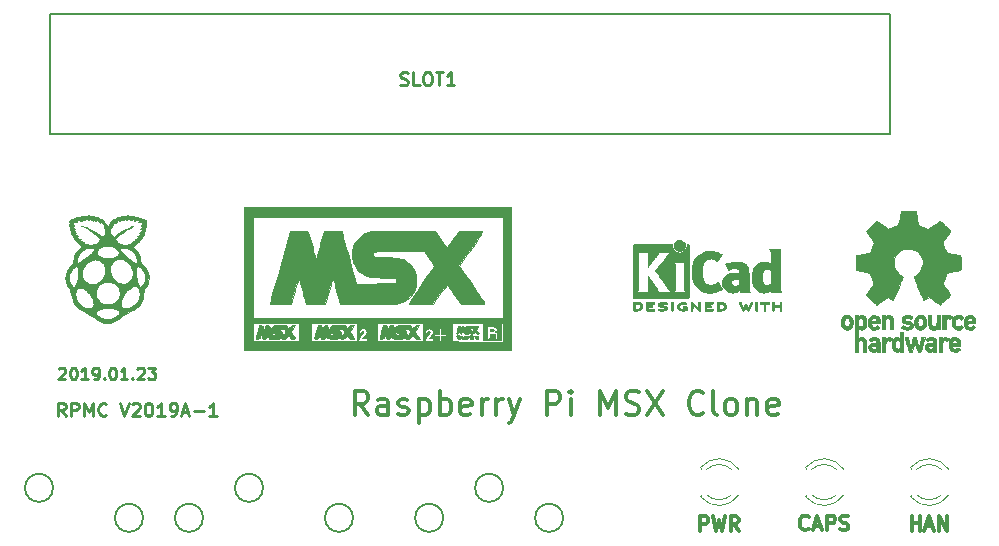
<source format=gbr>
G04 #@! TF.FileFunction,Legend,Top*
%FSLAX46Y46*%
G04 Gerber Fmt 4.6, Leading zero omitted, Abs format (unit mm)*
G04 Created by KiCad (PCBNEW 4.0.7) date 01/24/19 01:50:34*
%MOMM*%
%LPD*%
G01*
G04 APERTURE LIST*
%ADD10C,0.100000*%
%ADD11C,0.275000*%
%ADD12C,0.200000*%
%ADD13C,0.375000*%
%ADD14C,0.250000*%
%ADD15C,0.300000*%
%ADD16C,0.010000*%
%ADD17C,0.120000*%
%ADD18C,0.150000*%
G04 APERTURE END LIST*
D10*
D11*
X126284000Y-103621619D02*
X125917334Y-103097810D01*
X125655429Y-103621619D02*
X125655429Y-102521619D01*
X126074476Y-102521619D01*
X126179238Y-102574000D01*
X126231619Y-102626381D01*
X126284000Y-102731143D01*
X126284000Y-102888286D01*
X126231619Y-102993048D01*
X126179238Y-103045429D01*
X126074476Y-103097810D01*
X125655429Y-103097810D01*
X126755429Y-103621619D02*
X126755429Y-102521619D01*
X127174476Y-102521619D01*
X127279238Y-102574000D01*
X127331619Y-102626381D01*
X127384000Y-102731143D01*
X127384000Y-102888286D01*
X127331619Y-102993048D01*
X127279238Y-103045429D01*
X127174476Y-103097810D01*
X126755429Y-103097810D01*
X127855429Y-103621619D02*
X127855429Y-102521619D01*
X128222095Y-103307333D01*
X128588762Y-102521619D01*
X128588762Y-103621619D01*
X129741143Y-103516857D02*
X129688762Y-103569238D01*
X129531619Y-103621619D01*
X129426857Y-103621619D01*
X129269715Y-103569238D01*
X129164953Y-103464476D01*
X129112572Y-103359714D01*
X129060191Y-103150190D01*
X129060191Y-102993048D01*
X129112572Y-102783524D01*
X129164953Y-102678762D01*
X129269715Y-102574000D01*
X129426857Y-102521619D01*
X129531619Y-102521619D01*
X129688762Y-102574000D01*
X129741143Y-102626381D01*
X130893524Y-102521619D02*
X131260191Y-103621619D01*
X131626857Y-102521619D01*
X131941143Y-102626381D02*
X131993524Y-102574000D01*
X132098286Y-102521619D01*
X132360190Y-102521619D01*
X132464952Y-102574000D01*
X132517333Y-102626381D01*
X132569714Y-102731143D01*
X132569714Y-102835905D01*
X132517333Y-102993048D01*
X131888762Y-103621619D01*
X132569714Y-103621619D01*
X133250667Y-102521619D02*
X133355428Y-102521619D01*
X133460190Y-102574000D01*
X133512571Y-102626381D01*
X133564952Y-102731143D01*
X133617333Y-102940667D01*
X133617333Y-103202571D01*
X133564952Y-103412095D01*
X133512571Y-103516857D01*
X133460190Y-103569238D01*
X133355428Y-103621619D01*
X133250667Y-103621619D01*
X133145905Y-103569238D01*
X133093524Y-103516857D01*
X133041143Y-103412095D01*
X132988762Y-103202571D01*
X132988762Y-102940667D01*
X133041143Y-102731143D01*
X133093524Y-102626381D01*
X133145905Y-102574000D01*
X133250667Y-102521619D01*
X134664952Y-103621619D02*
X134036381Y-103621619D01*
X134350667Y-103621619D02*
X134350667Y-102521619D01*
X134245905Y-102678762D01*
X134141143Y-102783524D01*
X134036381Y-102835905D01*
X135188762Y-103621619D02*
X135398286Y-103621619D01*
X135503047Y-103569238D01*
X135555428Y-103516857D01*
X135660190Y-103359714D01*
X135712571Y-103150190D01*
X135712571Y-102731143D01*
X135660190Y-102626381D01*
X135607809Y-102574000D01*
X135503047Y-102521619D01*
X135293524Y-102521619D01*
X135188762Y-102574000D01*
X135136381Y-102626381D01*
X135084000Y-102731143D01*
X135084000Y-102993048D01*
X135136381Y-103097810D01*
X135188762Y-103150190D01*
X135293524Y-103202571D01*
X135503047Y-103202571D01*
X135607809Y-103150190D01*
X135660190Y-103097810D01*
X135712571Y-102993048D01*
X136131619Y-103307333D02*
X136655428Y-103307333D01*
X136026857Y-103621619D02*
X136393524Y-102521619D01*
X136760190Y-103621619D01*
X137126857Y-103202571D02*
X137964952Y-103202571D01*
X139064952Y-103621619D02*
X138436381Y-103621619D01*
X138750667Y-103621619D02*
X138750667Y-102521619D01*
X138645905Y-102678762D01*
X138541143Y-102783524D01*
X138436381Y-102835905D01*
X154629929Y-75565738D02*
X154787072Y-75618119D01*
X155048976Y-75618119D01*
X155153738Y-75565738D01*
X155206119Y-75513357D01*
X155258500Y-75408595D01*
X155258500Y-75303833D01*
X155206119Y-75199071D01*
X155153738Y-75146690D01*
X155048976Y-75094310D01*
X154839453Y-75041929D01*
X154734691Y-74989548D01*
X154682310Y-74937167D01*
X154629929Y-74832405D01*
X154629929Y-74727643D01*
X154682310Y-74622881D01*
X154734691Y-74570500D01*
X154839453Y-74518119D01*
X155101357Y-74518119D01*
X155258500Y-74570500D01*
X156253738Y-75618119D02*
X155729929Y-75618119D01*
X155729929Y-74518119D01*
X156829929Y-74518119D02*
X157039452Y-74518119D01*
X157144214Y-74570500D01*
X157248976Y-74675262D01*
X157301357Y-74884786D01*
X157301357Y-75251452D01*
X157248976Y-75460976D01*
X157144214Y-75565738D01*
X157039452Y-75618119D01*
X156829929Y-75618119D01*
X156725167Y-75565738D01*
X156620405Y-75460976D01*
X156568024Y-75251452D01*
X156568024Y-74884786D01*
X156620405Y-74675262D01*
X156725167Y-74570500D01*
X156829929Y-74518119D01*
X157615643Y-74518119D02*
X158244214Y-74518119D01*
X157929929Y-75618119D02*
X157929929Y-74518119D01*
X159187071Y-75618119D02*
X158558500Y-75618119D01*
X158872786Y-75618119D02*
X158872786Y-74518119D01*
X158768024Y-74675262D01*
X158663262Y-74780024D01*
X158558500Y-74832405D01*
D12*
X125213049Y-109702600D02*
G75*
G03X125213049Y-109702600I-1184849J0D01*
G01*
X132833049Y-112242600D02*
G75*
G03X132833049Y-112242600I-1184849J0D01*
G01*
X137913049Y-112242600D02*
G75*
G03X137913049Y-112242600I-1184849J0D01*
G01*
X142993049Y-109702600D02*
G75*
G03X142993049Y-109702600I-1184849J0D01*
G01*
X150613049Y-112242600D02*
G75*
G03X150613049Y-112242600I-1184849J0D01*
G01*
X158249498Y-112242600D02*
G75*
G03X158249498Y-112242600I-1184849J0D01*
G01*
X163322000Y-109702600D02*
G75*
G03X163322000Y-109702600I-1184849J0D01*
G01*
X168402000Y-112242600D02*
G75*
G03X168402000Y-112242600I-1184849J0D01*
G01*
D13*
X151894094Y-103520762D02*
X151227427Y-102568381D01*
X150751236Y-103520762D02*
X150751236Y-101520762D01*
X151513141Y-101520762D01*
X151703617Y-101616000D01*
X151798856Y-101711238D01*
X151894094Y-101901714D01*
X151894094Y-102187429D01*
X151798856Y-102377905D01*
X151703617Y-102473143D01*
X151513141Y-102568381D01*
X150751236Y-102568381D01*
X153608379Y-103520762D02*
X153608379Y-102473143D01*
X153513141Y-102282667D01*
X153322665Y-102187429D01*
X152941713Y-102187429D01*
X152751236Y-102282667D01*
X153608379Y-103425524D02*
X153417903Y-103520762D01*
X152941713Y-103520762D01*
X152751236Y-103425524D01*
X152655998Y-103235048D01*
X152655998Y-103044571D01*
X152751236Y-102854095D01*
X152941713Y-102758857D01*
X153417903Y-102758857D01*
X153608379Y-102663619D01*
X154465522Y-103425524D02*
X154655999Y-103520762D01*
X155036951Y-103520762D01*
X155227427Y-103425524D01*
X155322665Y-103235048D01*
X155322665Y-103139810D01*
X155227427Y-102949333D01*
X155036951Y-102854095D01*
X154751237Y-102854095D01*
X154560760Y-102758857D01*
X154465522Y-102568381D01*
X154465522Y-102473143D01*
X154560760Y-102282667D01*
X154751237Y-102187429D01*
X155036951Y-102187429D01*
X155227427Y-102282667D01*
X156179808Y-102187429D02*
X156179808Y-104187429D01*
X156179808Y-102282667D02*
X156370285Y-102187429D01*
X156751237Y-102187429D01*
X156941713Y-102282667D01*
X157036951Y-102377905D01*
X157132189Y-102568381D01*
X157132189Y-103139810D01*
X157036951Y-103330286D01*
X156941713Y-103425524D01*
X156751237Y-103520762D01*
X156370285Y-103520762D01*
X156179808Y-103425524D01*
X157989332Y-103520762D02*
X157989332Y-101520762D01*
X157989332Y-102282667D02*
X158179809Y-102187429D01*
X158560761Y-102187429D01*
X158751237Y-102282667D01*
X158846475Y-102377905D01*
X158941713Y-102568381D01*
X158941713Y-103139810D01*
X158846475Y-103330286D01*
X158751237Y-103425524D01*
X158560761Y-103520762D01*
X158179809Y-103520762D01*
X157989332Y-103425524D01*
X160560761Y-103425524D02*
X160370285Y-103520762D01*
X159989333Y-103520762D01*
X159798856Y-103425524D01*
X159703618Y-103235048D01*
X159703618Y-102473143D01*
X159798856Y-102282667D01*
X159989333Y-102187429D01*
X160370285Y-102187429D01*
X160560761Y-102282667D01*
X160655999Y-102473143D01*
X160655999Y-102663619D01*
X159703618Y-102854095D01*
X161513142Y-103520762D02*
X161513142Y-102187429D01*
X161513142Y-102568381D02*
X161608381Y-102377905D01*
X161703619Y-102282667D01*
X161894095Y-102187429D01*
X162084571Y-102187429D01*
X162751237Y-103520762D02*
X162751237Y-102187429D01*
X162751237Y-102568381D02*
X162846476Y-102377905D01*
X162941714Y-102282667D01*
X163132190Y-102187429D01*
X163322666Y-102187429D01*
X163798856Y-102187429D02*
X164275047Y-103520762D01*
X164751237Y-102187429D02*
X164275047Y-103520762D01*
X164084571Y-103996952D01*
X163989332Y-104092190D01*
X163798856Y-104187429D01*
X167036952Y-103520762D02*
X167036952Y-101520762D01*
X167798857Y-101520762D01*
X167989333Y-101616000D01*
X168084572Y-101711238D01*
X168179810Y-101901714D01*
X168179810Y-102187429D01*
X168084572Y-102377905D01*
X167989333Y-102473143D01*
X167798857Y-102568381D01*
X167036952Y-102568381D01*
X169036952Y-103520762D02*
X169036952Y-102187429D01*
X169036952Y-101520762D02*
X168941714Y-101616000D01*
X169036952Y-101711238D01*
X169132191Y-101616000D01*
X169036952Y-101520762D01*
X169036952Y-101711238D01*
X171513143Y-103520762D02*
X171513143Y-101520762D01*
X172179810Y-102949333D01*
X172846477Y-101520762D01*
X172846477Y-103520762D01*
X173703619Y-103425524D02*
X173989334Y-103520762D01*
X174465524Y-103520762D01*
X174656000Y-103425524D01*
X174751238Y-103330286D01*
X174846477Y-103139810D01*
X174846477Y-102949333D01*
X174751238Y-102758857D01*
X174656000Y-102663619D01*
X174465524Y-102568381D01*
X174084572Y-102473143D01*
X173894096Y-102377905D01*
X173798857Y-102282667D01*
X173703619Y-102092190D01*
X173703619Y-101901714D01*
X173798857Y-101711238D01*
X173894096Y-101616000D01*
X174084572Y-101520762D01*
X174560762Y-101520762D01*
X174846477Y-101616000D01*
X175513143Y-101520762D02*
X176846477Y-103520762D01*
X176846477Y-101520762D02*
X175513143Y-103520762D01*
X180275049Y-103330286D02*
X180179811Y-103425524D01*
X179894096Y-103520762D01*
X179703620Y-103520762D01*
X179417906Y-103425524D01*
X179227430Y-103235048D01*
X179132191Y-103044571D01*
X179036953Y-102663619D01*
X179036953Y-102377905D01*
X179132191Y-101996952D01*
X179227430Y-101806476D01*
X179417906Y-101616000D01*
X179703620Y-101520762D01*
X179894096Y-101520762D01*
X180179811Y-101616000D01*
X180275049Y-101711238D01*
X181417906Y-103520762D02*
X181227430Y-103425524D01*
X181132191Y-103235048D01*
X181132191Y-101520762D01*
X182465525Y-103520762D02*
X182275049Y-103425524D01*
X182179810Y-103330286D01*
X182084572Y-103139810D01*
X182084572Y-102568381D01*
X182179810Y-102377905D01*
X182275049Y-102282667D01*
X182465525Y-102187429D01*
X182751239Y-102187429D01*
X182941715Y-102282667D01*
X183036953Y-102377905D01*
X183132191Y-102568381D01*
X183132191Y-103139810D01*
X183036953Y-103330286D01*
X182941715Y-103425524D01*
X182751239Y-103520762D01*
X182465525Y-103520762D01*
X183989334Y-102187429D02*
X183989334Y-103520762D01*
X183989334Y-102377905D02*
X184084573Y-102282667D01*
X184275049Y-102187429D01*
X184560763Y-102187429D01*
X184751239Y-102282667D01*
X184846477Y-102473143D01*
X184846477Y-103520762D01*
X186560763Y-103425524D02*
X186370287Y-103520762D01*
X185989335Y-103520762D01*
X185798858Y-103425524D01*
X185703620Y-103235048D01*
X185703620Y-102473143D01*
X185798858Y-102282667D01*
X185989335Y-102187429D01*
X186370287Y-102187429D01*
X186560763Y-102282667D01*
X186656001Y-102473143D01*
X186656001Y-102663619D01*
X185703620Y-102854095D01*
D14*
X125698762Y-99623619D02*
X125746381Y-99576000D01*
X125841619Y-99528381D01*
X126079715Y-99528381D01*
X126174953Y-99576000D01*
X126222572Y-99623619D01*
X126270191Y-99718857D01*
X126270191Y-99814095D01*
X126222572Y-99956952D01*
X125651143Y-100528381D01*
X126270191Y-100528381D01*
X126889238Y-99528381D02*
X126984477Y-99528381D01*
X127079715Y-99576000D01*
X127127334Y-99623619D01*
X127174953Y-99718857D01*
X127222572Y-99909333D01*
X127222572Y-100147429D01*
X127174953Y-100337905D01*
X127127334Y-100433143D01*
X127079715Y-100480762D01*
X126984477Y-100528381D01*
X126889238Y-100528381D01*
X126794000Y-100480762D01*
X126746381Y-100433143D01*
X126698762Y-100337905D01*
X126651143Y-100147429D01*
X126651143Y-99909333D01*
X126698762Y-99718857D01*
X126746381Y-99623619D01*
X126794000Y-99576000D01*
X126889238Y-99528381D01*
X128174953Y-100528381D02*
X127603524Y-100528381D01*
X127889238Y-100528381D02*
X127889238Y-99528381D01*
X127794000Y-99671238D01*
X127698762Y-99766476D01*
X127603524Y-99814095D01*
X128651143Y-100528381D02*
X128841619Y-100528381D01*
X128936858Y-100480762D01*
X128984477Y-100433143D01*
X129079715Y-100290286D01*
X129127334Y-100099810D01*
X129127334Y-99718857D01*
X129079715Y-99623619D01*
X129032096Y-99576000D01*
X128936858Y-99528381D01*
X128746381Y-99528381D01*
X128651143Y-99576000D01*
X128603524Y-99623619D01*
X128555905Y-99718857D01*
X128555905Y-99956952D01*
X128603524Y-100052190D01*
X128651143Y-100099810D01*
X128746381Y-100147429D01*
X128936858Y-100147429D01*
X129032096Y-100099810D01*
X129079715Y-100052190D01*
X129127334Y-99956952D01*
X129555905Y-100433143D02*
X129603524Y-100480762D01*
X129555905Y-100528381D01*
X129508286Y-100480762D01*
X129555905Y-100433143D01*
X129555905Y-100528381D01*
X130222571Y-99528381D02*
X130317810Y-99528381D01*
X130413048Y-99576000D01*
X130460667Y-99623619D01*
X130508286Y-99718857D01*
X130555905Y-99909333D01*
X130555905Y-100147429D01*
X130508286Y-100337905D01*
X130460667Y-100433143D01*
X130413048Y-100480762D01*
X130317810Y-100528381D01*
X130222571Y-100528381D01*
X130127333Y-100480762D01*
X130079714Y-100433143D01*
X130032095Y-100337905D01*
X129984476Y-100147429D01*
X129984476Y-99909333D01*
X130032095Y-99718857D01*
X130079714Y-99623619D01*
X130127333Y-99576000D01*
X130222571Y-99528381D01*
X131508286Y-100528381D02*
X130936857Y-100528381D01*
X131222571Y-100528381D02*
X131222571Y-99528381D01*
X131127333Y-99671238D01*
X131032095Y-99766476D01*
X130936857Y-99814095D01*
X131936857Y-100433143D02*
X131984476Y-100480762D01*
X131936857Y-100528381D01*
X131889238Y-100480762D01*
X131936857Y-100433143D01*
X131936857Y-100528381D01*
X132365428Y-99623619D02*
X132413047Y-99576000D01*
X132508285Y-99528381D01*
X132746381Y-99528381D01*
X132841619Y-99576000D01*
X132889238Y-99623619D01*
X132936857Y-99718857D01*
X132936857Y-99814095D01*
X132889238Y-99956952D01*
X132317809Y-100528381D01*
X132936857Y-100528381D01*
X133270190Y-99528381D02*
X133889238Y-99528381D01*
X133555904Y-99909333D01*
X133698762Y-99909333D01*
X133794000Y-99956952D01*
X133841619Y-100004571D01*
X133889238Y-100099810D01*
X133889238Y-100337905D01*
X133841619Y-100433143D01*
X133794000Y-100480762D01*
X133698762Y-100528381D01*
X133413047Y-100528381D01*
X133317809Y-100480762D01*
X133270190Y-100433143D01*
D15*
X197904286Y-113318857D02*
X197904286Y-112118857D01*
X197904286Y-112690286D02*
X198590001Y-112690286D01*
X198590001Y-113318857D02*
X198590001Y-112118857D01*
X199104286Y-112976000D02*
X199675715Y-112976000D01*
X198990001Y-113318857D02*
X199390001Y-112118857D01*
X199790001Y-113318857D01*
X200190000Y-113318857D02*
X200190000Y-112118857D01*
X200875715Y-113318857D01*
X200875715Y-112118857D01*
X189185715Y-113153771D02*
X189128572Y-113210914D01*
X188957143Y-113268057D01*
X188842857Y-113268057D01*
X188671429Y-113210914D01*
X188557143Y-113096629D01*
X188500000Y-112982343D01*
X188442857Y-112753771D01*
X188442857Y-112582343D01*
X188500000Y-112353771D01*
X188557143Y-112239486D01*
X188671429Y-112125200D01*
X188842857Y-112068057D01*
X188957143Y-112068057D01*
X189128572Y-112125200D01*
X189185715Y-112182343D01*
X189642857Y-112925200D02*
X190214286Y-112925200D01*
X189528572Y-113268057D02*
X189928572Y-112068057D01*
X190328572Y-113268057D01*
X190728571Y-113268057D02*
X190728571Y-112068057D01*
X191185714Y-112068057D01*
X191300000Y-112125200D01*
X191357143Y-112182343D01*
X191414286Y-112296629D01*
X191414286Y-112468057D01*
X191357143Y-112582343D01*
X191300000Y-112639486D01*
X191185714Y-112696629D01*
X190728571Y-112696629D01*
X191871428Y-113210914D02*
X192042857Y-113268057D01*
X192328571Y-113268057D01*
X192442857Y-113210914D01*
X192500000Y-113153771D01*
X192557143Y-113039486D01*
X192557143Y-112925200D01*
X192500000Y-112810914D01*
X192442857Y-112753771D01*
X192328571Y-112696629D01*
X192100000Y-112639486D01*
X191985714Y-112582343D01*
X191928571Y-112525200D01*
X191871428Y-112410914D01*
X191871428Y-112296629D01*
X191928571Y-112182343D01*
X191985714Y-112125200D01*
X192100000Y-112068057D01*
X192385714Y-112068057D01*
X192557143Y-112125200D01*
X180010000Y-113318857D02*
X180010000Y-112118857D01*
X180467143Y-112118857D01*
X180581429Y-112176000D01*
X180638572Y-112233143D01*
X180695715Y-112347429D01*
X180695715Y-112518857D01*
X180638572Y-112633143D01*
X180581429Y-112690286D01*
X180467143Y-112747429D01*
X180010000Y-112747429D01*
X181095715Y-112118857D02*
X181381429Y-113318857D01*
X181610000Y-112461714D01*
X181838572Y-113318857D01*
X182124286Y-112118857D01*
X183267144Y-113318857D02*
X182867144Y-112747429D01*
X182581429Y-113318857D02*
X182581429Y-112118857D01*
X183038572Y-112118857D01*
X183152858Y-112176000D01*
X183210001Y-112233143D01*
X183267144Y-112347429D01*
X183267144Y-112518857D01*
X183210001Y-112633143D01*
X183152858Y-112690286D01*
X183038572Y-112747429D01*
X182581429Y-112747429D01*
D16*
G36*
X163957000Y-98001667D02*
X141393334Y-98001667D01*
X141393334Y-95715667D01*
X142113000Y-95715667D01*
X142113000Y-97282000D01*
X146007667Y-97282000D01*
X146007667Y-95715667D01*
X147023667Y-95715667D01*
X147023667Y-97282000D01*
X150960667Y-97282000D01*
X150960667Y-96562333D01*
X151045091Y-96562333D01*
X151193379Y-96562333D01*
X151301044Y-96549635D01*
X151340713Y-96507536D01*
X151341667Y-96495729D01*
X151370397Y-96449336D01*
X151431741Y-96447327D01*
X151488431Y-96486286D01*
X151500735Y-96510311D01*
X151481967Y-96565705D01*
X151415320Y-96657222D01*
X151324740Y-96755290D01*
X151218031Y-96874302D01*
X151137722Y-96989336D01*
X151105712Y-97061312D01*
X151081144Y-97166194D01*
X151064293Y-97229083D01*
X151079119Y-97256342D01*
X151151042Y-97273065D01*
X151290663Y-97280891D01*
X151406495Y-97282000D01*
X151765000Y-97282000D01*
X151765000Y-97155000D01*
X151759513Y-97077015D01*
X151727763Y-97040005D01*
X151646814Y-97028740D01*
X151573757Y-97028000D01*
X151382513Y-97028000D01*
X151573757Y-96844756D01*
X151693060Y-96716662D01*
X151752427Y-96613106D01*
X151765000Y-96536676D01*
X151731614Y-96379871D01*
X151644315Y-96268858D01*
X151522395Y-96206889D01*
X151385144Y-96197216D01*
X151251852Y-96243088D01*
X151141811Y-96347758D01*
X151100888Y-96424750D01*
X151045091Y-96562333D01*
X150960667Y-96562333D01*
X150960667Y-95715667D01*
X152611667Y-95715667D01*
X152611667Y-97282000D01*
X156506334Y-97282000D01*
X156668940Y-97282000D01*
X157395334Y-97282000D01*
X157395334Y-97155000D01*
X157389847Y-97077015D01*
X157358096Y-97040005D01*
X157277148Y-97028740D01*
X157204090Y-97028000D01*
X157012847Y-97028000D01*
X157204090Y-96844756D01*
X157327692Y-96704470D01*
X157484422Y-96704470D01*
X157487639Y-96742250D01*
X157508479Y-96801789D01*
X157564378Y-96833427D01*
X157678361Y-96848767D01*
X157702250Y-96850403D01*
X157903334Y-96863305D01*
X157903334Y-97072653D01*
X157907893Y-97198760D01*
X157927202Y-97261322D01*
X157969707Y-97281225D01*
X157988000Y-97282000D01*
X158038784Y-97270856D01*
X158064111Y-97223554D01*
X158072305Y-97119291D01*
X158072667Y-97070333D01*
X158072667Y-96858667D01*
X158284334Y-96858667D01*
X158409956Y-96855235D01*
X158472625Y-96837724D01*
X158493995Y-96795307D01*
X158496000Y-96752833D01*
X158489138Y-96690022D01*
X158454115Y-96658687D01*
X158369280Y-96648002D01*
X158284334Y-96647000D01*
X158072667Y-96647000D01*
X158072667Y-96414167D01*
X158068992Y-96279613D01*
X158053103Y-96209517D01*
X158017704Y-96183816D01*
X157988000Y-96181333D01*
X157939071Y-96191439D01*
X157913582Y-96235134D01*
X157904237Y-96332482D01*
X157903334Y-96414167D01*
X157903334Y-96647000D01*
X157688723Y-96647000D01*
X157562581Y-96650240D01*
X157501121Y-96666252D01*
X157484422Y-96704470D01*
X157327692Y-96704470D01*
X157334609Y-96696620D01*
X157393266Y-96563270D01*
X157386318Y-96426842D01*
X157369037Y-96373730D01*
X157306155Y-96299470D01*
X157195432Y-96230846D01*
X157072534Y-96187451D01*
X157018796Y-96181333D01*
X156916178Y-96215368D01*
X156807606Y-96299929D01*
X156722681Y-96408700D01*
X156697402Y-96467083D01*
X156688155Y-96530384D01*
X156723773Y-96556989D01*
X156820981Y-96562333D01*
X156931692Y-96549095D01*
X156971510Y-96506583D01*
X156972000Y-96498833D01*
X157005887Y-96442709D01*
X157035500Y-96435333D01*
X157086394Y-96467058D01*
X157098774Y-96540944D01*
X157075095Y-96625053D01*
X157017810Y-96687452D01*
X157016054Y-96688412D01*
X156905456Y-96779865D01*
X156798757Y-96919501D01*
X156719743Y-97073203D01*
X156698106Y-97144417D01*
X156668940Y-97282000D01*
X156506334Y-97282000D01*
X156506334Y-95715667D01*
X159004000Y-95715667D01*
X159004000Y-96491778D01*
X159005471Y-96739981D01*
X159009558Y-96958434D01*
X159015775Y-97133254D01*
X159023633Y-97250554D01*
X159032222Y-97296111D01*
X159078879Y-97301653D01*
X159202030Y-97306834D01*
X159393502Y-97311547D01*
X159645124Y-97315684D01*
X159948722Y-97319137D01*
X160296124Y-97321798D01*
X160679159Y-97323559D01*
X161089653Y-97324313D01*
X161170056Y-97324333D01*
X163279667Y-97324333D01*
X163279667Y-95715667D01*
X159004000Y-95715667D01*
X156506334Y-95715667D01*
X152611667Y-95715667D01*
X150960667Y-95715667D01*
X147023667Y-95715667D01*
X146007667Y-95715667D01*
X142113000Y-95715667D01*
X141393334Y-95715667D01*
X141393334Y-86741000D01*
X142113000Y-86741000D01*
X142113000Y-95334667D01*
X163279667Y-95334667D01*
X163279667Y-86741000D01*
X142113000Y-86741000D01*
X141393334Y-86741000D01*
X141393334Y-85936667D01*
X163957000Y-85936667D01*
X163957000Y-98001667D01*
X163957000Y-98001667D01*
G37*
X163957000Y-98001667D02*
X141393334Y-98001667D01*
X141393334Y-95715667D01*
X142113000Y-95715667D01*
X142113000Y-97282000D01*
X146007667Y-97282000D01*
X146007667Y-95715667D01*
X147023667Y-95715667D01*
X147023667Y-97282000D01*
X150960667Y-97282000D01*
X150960667Y-96562333D01*
X151045091Y-96562333D01*
X151193379Y-96562333D01*
X151301044Y-96549635D01*
X151340713Y-96507536D01*
X151341667Y-96495729D01*
X151370397Y-96449336D01*
X151431741Y-96447327D01*
X151488431Y-96486286D01*
X151500735Y-96510311D01*
X151481967Y-96565705D01*
X151415320Y-96657222D01*
X151324740Y-96755290D01*
X151218031Y-96874302D01*
X151137722Y-96989336D01*
X151105712Y-97061312D01*
X151081144Y-97166194D01*
X151064293Y-97229083D01*
X151079119Y-97256342D01*
X151151042Y-97273065D01*
X151290663Y-97280891D01*
X151406495Y-97282000D01*
X151765000Y-97282000D01*
X151765000Y-97155000D01*
X151759513Y-97077015D01*
X151727763Y-97040005D01*
X151646814Y-97028740D01*
X151573757Y-97028000D01*
X151382513Y-97028000D01*
X151573757Y-96844756D01*
X151693060Y-96716662D01*
X151752427Y-96613106D01*
X151765000Y-96536676D01*
X151731614Y-96379871D01*
X151644315Y-96268858D01*
X151522395Y-96206889D01*
X151385144Y-96197216D01*
X151251852Y-96243088D01*
X151141811Y-96347758D01*
X151100888Y-96424750D01*
X151045091Y-96562333D01*
X150960667Y-96562333D01*
X150960667Y-95715667D01*
X152611667Y-95715667D01*
X152611667Y-97282000D01*
X156506334Y-97282000D01*
X156668940Y-97282000D01*
X157395334Y-97282000D01*
X157395334Y-97155000D01*
X157389847Y-97077015D01*
X157358096Y-97040005D01*
X157277148Y-97028740D01*
X157204090Y-97028000D01*
X157012847Y-97028000D01*
X157204090Y-96844756D01*
X157327692Y-96704470D01*
X157484422Y-96704470D01*
X157487639Y-96742250D01*
X157508479Y-96801789D01*
X157564378Y-96833427D01*
X157678361Y-96848767D01*
X157702250Y-96850403D01*
X157903334Y-96863305D01*
X157903334Y-97072653D01*
X157907893Y-97198760D01*
X157927202Y-97261322D01*
X157969707Y-97281225D01*
X157988000Y-97282000D01*
X158038784Y-97270856D01*
X158064111Y-97223554D01*
X158072305Y-97119291D01*
X158072667Y-97070333D01*
X158072667Y-96858667D01*
X158284334Y-96858667D01*
X158409956Y-96855235D01*
X158472625Y-96837724D01*
X158493995Y-96795307D01*
X158496000Y-96752833D01*
X158489138Y-96690022D01*
X158454115Y-96658687D01*
X158369280Y-96648002D01*
X158284334Y-96647000D01*
X158072667Y-96647000D01*
X158072667Y-96414167D01*
X158068992Y-96279613D01*
X158053103Y-96209517D01*
X158017704Y-96183816D01*
X157988000Y-96181333D01*
X157939071Y-96191439D01*
X157913582Y-96235134D01*
X157904237Y-96332482D01*
X157903334Y-96414167D01*
X157903334Y-96647000D01*
X157688723Y-96647000D01*
X157562581Y-96650240D01*
X157501121Y-96666252D01*
X157484422Y-96704470D01*
X157327692Y-96704470D01*
X157334609Y-96696620D01*
X157393266Y-96563270D01*
X157386318Y-96426842D01*
X157369037Y-96373730D01*
X157306155Y-96299470D01*
X157195432Y-96230846D01*
X157072534Y-96187451D01*
X157018796Y-96181333D01*
X156916178Y-96215368D01*
X156807606Y-96299929D01*
X156722681Y-96408700D01*
X156697402Y-96467083D01*
X156688155Y-96530384D01*
X156723773Y-96556989D01*
X156820981Y-96562333D01*
X156931692Y-96549095D01*
X156971510Y-96506583D01*
X156972000Y-96498833D01*
X157005887Y-96442709D01*
X157035500Y-96435333D01*
X157086394Y-96467058D01*
X157098774Y-96540944D01*
X157075095Y-96625053D01*
X157017810Y-96687452D01*
X157016054Y-96688412D01*
X156905456Y-96779865D01*
X156798757Y-96919501D01*
X156719743Y-97073203D01*
X156698106Y-97144417D01*
X156668940Y-97282000D01*
X156506334Y-97282000D01*
X156506334Y-95715667D01*
X159004000Y-95715667D01*
X159004000Y-96491778D01*
X159005471Y-96739981D01*
X159009558Y-96958434D01*
X159015775Y-97133254D01*
X159023633Y-97250554D01*
X159032222Y-97296111D01*
X159078879Y-97301653D01*
X159202030Y-97306834D01*
X159393502Y-97311547D01*
X159645124Y-97315684D01*
X159948722Y-97319137D01*
X160296124Y-97321798D01*
X160679159Y-97323559D01*
X161089653Y-97324313D01*
X161170056Y-97324333D01*
X163279667Y-97324333D01*
X163279667Y-95715667D01*
X159004000Y-95715667D01*
X156506334Y-95715667D01*
X152611667Y-95715667D01*
X150960667Y-95715667D01*
X147023667Y-95715667D01*
X146007667Y-95715667D01*
X142113000Y-95715667D01*
X141393334Y-95715667D01*
X141393334Y-86741000D01*
X142113000Y-86741000D01*
X142113000Y-95334667D01*
X163279667Y-95334667D01*
X163279667Y-86741000D01*
X142113000Y-86741000D01*
X141393334Y-86741000D01*
X141393334Y-85936667D01*
X163957000Y-85936667D01*
X163957000Y-98001667D01*
G36*
X163152667Y-97197333D02*
X161628667Y-97197333D01*
X161628667Y-95969667D01*
X161967334Y-95969667D01*
X161967334Y-97070333D01*
X162068638Y-97070333D01*
X162156992Y-97045357D01*
X162195638Y-97003371D01*
X162213539Y-96915585D01*
X162221323Y-96795905D01*
X162221334Y-96791704D01*
X162225599Y-96702788D01*
X162253753Y-96660683D01*
X162328836Y-96647888D01*
X162411834Y-96647000D01*
X162602334Y-96647000D01*
X162602334Y-96858667D01*
X162605765Y-96984289D01*
X162623276Y-97046958D01*
X162665693Y-97068328D01*
X162708167Y-97070333D01*
X162770755Y-97063557D01*
X162802118Y-97028857D01*
X162812932Y-96944675D01*
X162814000Y-96856636D01*
X162805947Y-96715797D01*
X162773156Y-96623636D01*
X162702678Y-96544990D01*
X162697584Y-96540474D01*
X162624239Y-96473082D01*
X162611553Y-96444209D01*
X162656099Y-96437048D01*
X162676417Y-96436671D01*
X162743144Y-96420901D01*
X162768752Y-96359869D01*
X162771378Y-96297750D01*
X162733159Y-96156621D01*
X162622912Y-96052656D01*
X162446253Y-95989252D01*
X162229297Y-95969667D01*
X161967334Y-95969667D01*
X161628667Y-95969667D01*
X161628667Y-95842667D01*
X163152667Y-95842667D01*
X163152667Y-97197333D01*
X163152667Y-97197333D01*
G37*
X163152667Y-97197333D02*
X161628667Y-97197333D01*
X161628667Y-95969667D01*
X161967334Y-95969667D01*
X161967334Y-97070333D01*
X162068638Y-97070333D01*
X162156992Y-97045357D01*
X162195638Y-97003371D01*
X162213539Y-96915585D01*
X162221323Y-96795905D01*
X162221334Y-96791704D01*
X162225599Y-96702788D01*
X162253753Y-96660683D01*
X162328836Y-96647888D01*
X162411834Y-96647000D01*
X162602334Y-96647000D01*
X162602334Y-96858667D01*
X162605765Y-96984289D01*
X162623276Y-97046958D01*
X162665693Y-97068328D01*
X162708167Y-97070333D01*
X162770755Y-97063557D01*
X162802118Y-97028857D01*
X162812932Y-96944675D01*
X162814000Y-96856636D01*
X162805947Y-96715797D01*
X162773156Y-96623636D01*
X162702678Y-96544990D01*
X162697584Y-96540474D01*
X162624239Y-96473082D01*
X162611553Y-96444209D01*
X162656099Y-96437048D01*
X162676417Y-96436671D01*
X162743144Y-96420901D01*
X162768752Y-96359869D01*
X162771378Y-96297750D01*
X162733159Y-96156621D01*
X162622912Y-96052656D01*
X162446253Y-95989252D01*
X162229297Y-95969667D01*
X161967334Y-95969667D01*
X161628667Y-95969667D01*
X161628667Y-95842667D01*
X163152667Y-95842667D01*
X163152667Y-97197333D01*
G36*
X159554334Y-96774000D02*
X159588622Y-96811557D01*
X159617834Y-96816333D01*
X159674169Y-96839192D01*
X159681334Y-96858667D01*
X159647045Y-96896224D01*
X159617834Y-96901000D01*
X159561709Y-96934886D01*
X159554334Y-96964500D01*
X159588220Y-97020624D01*
X159617834Y-97028000D01*
X159674169Y-97050859D01*
X159681334Y-97070333D01*
X159646566Y-97102776D01*
X159563881Y-97106205D01*
X159480250Y-97084630D01*
X159435213Y-97029465D01*
X159427334Y-96985667D01*
X159402542Y-96911578D01*
X159374795Y-96890542D01*
X159350483Y-96859956D01*
X159392938Y-96802348D01*
X159473515Y-96743854D01*
X159534563Y-96736720D01*
X159554334Y-96774000D01*
X159554334Y-96774000D01*
G37*
X159554334Y-96774000D02*
X159588622Y-96811557D01*
X159617834Y-96816333D01*
X159674169Y-96839192D01*
X159681334Y-96858667D01*
X159647045Y-96896224D01*
X159617834Y-96901000D01*
X159561709Y-96934886D01*
X159554334Y-96964500D01*
X159588220Y-97020624D01*
X159617834Y-97028000D01*
X159674169Y-97050859D01*
X159681334Y-97070333D01*
X159646566Y-97102776D01*
X159563881Y-97106205D01*
X159480250Y-97084630D01*
X159435213Y-97029465D01*
X159427334Y-96985667D01*
X159402542Y-96911578D01*
X159374795Y-96890542D01*
X159350483Y-96859956D01*
X159392938Y-96802348D01*
X159473515Y-96743854D01*
X159534563Y-96736720D01*
X159554334Y-96774000D01*
G36*
X160081789Y-96832332D02*
X160102228Y-96895361D01*
X160104667Y-96961396D01*
X160098370Y-97062108D01*
X160063294Y-97103959D01*
X159975160Y-97112635D01*
X159961684Y-97112667D01*
X159848525Y-97095487D01*
X159770042Y-97053874D01*
X159767688Y-97051200D01*
X159730418Y-96959229D01*
X159750705Y-96871957D01*
X159819403Y-96824299D01*
X159875155Y-96836103D01*
X159896305Y-96911692D01*
X159897220Y-96929646D01*
X159901481Y-97010766D01*
X159910997Y-97010626D01*
X159930826Y-96943555D01*
X159978491Y-96858487D01*
X160032440Y-96824035D01*
X160081789Y-96832332D01*
X160081789Y-96832332D01*
G37*
X160081789Y-96832332D02*
X160102228Y-96895361D01*
X160104667Y-96961396D01*
X160098370Y-97062108D01*
X160063294Y-97103959D01*
X159975160Y-97112635D01*
X159961684Y-97112667D01*
X159848525Y-97095487D01*
X159770042Y-97053874D01*
X159767688Y-97051200D01*
X159730418Y-96959229D01*
X159750705Y-96871957D01*
X159819403Y-96824299D01*
X159875155Y-96836103D01*
X159896305Y-96911692D01*
X159897220Y-96929646D01*
X159901481Y-97010766D01*
X159910997Y-97010626D01*
X159930826Y-96943555D01*
X159978491Y-96858487D01*
X160032440Y-96824035D01*
X160081789Y-96832332D01*
G36*
X160410874Y-96828394D02*
X160443334Y-96855855D01*
X160409090Y-96895890D01*
X160379834Y-96901000D01*
X160328762Y-96937800D01*
X160316334Y-97006833D01*
X160293547Y-97092880D01*
X160250151Y-97112667D01*
X160204494Y-97088728D01*
X160194887Y-97005721D01*
X160197235Y-96975083D01*
X160219343Y-96876331D01*
X160275492Y-96833595D01*
X160326917Y-96824105D01*
X160410874Y-96828394D01*
X160410874Y-96828394D01*
G37*
X160410874Y-96828394D02*
X160443334Y-96855855D01*
X160409090Y-96895890D01*
X160379834Y-96901000D01*
X160328762Y-96937800D01*
X160316334Y-97006833D01*
X160293547Y-97092880D01*
X160250151Y-97112667D01*
X160204494Y-97088728D01*
X160194887Y-97005721D01*
X160197235Y-96975083D01*
X160219343Y-96876331D01*
X160275492Y-96833595D01*
X160326917Y-96824105D01*
X160410874Y-96828394D01*
G36*
X160605503Y-96754525D02*
X160612667Y-96774000D01*
X160648975Y-96805533D01*
X160721182Y-96816333D01*
X160794830Y-96826238D01*
X160819698Y-96873042D01*
X160816432Y-96953917D01*
X160798981Y-97045427D01*
X160752381Y-97087561D01*
X160649351Y-97104225D01*
X160644417Y-97104639D01*
X160485667Y-97117777D01*
X160485667Y-96964500D01*
X160612667Y-96964500D01*
X160635526Y-97020836D01*
X160655000Y-97028000D01*
X160692557Y-96993712D01*
X160697334Y-96964500D01*
X160674475Y-96908164D01*
X160655000Y-96901000D01*
X160617443Y-96935288D01*
X160612667Y-96964500D01*
X160485667Y-96964500D01*
X160485667Y-96924722D01*
X160493766Y-96798236D01*
X160521372Y-96740062D01*
X160549167Y-96731667D01*
X160605503Y-96754525D01*
X160605503Y-96754525D01*
G37*
X160605503Y-96754525D02*
X160612667Y-96774000D01*
X160648975Y-96805533D01*
X160721182Y-96816333D01*
X160794830Y-96826238D01*
X160819698Y-96873042D01*
X160816432Y-96953917D01*
X160798981Y-97045427D01*
X160752381Y-97087561D01*
X160649351Y-97104225D01*
X160644417Y-97104639D01*
X160485667Y-97117777D01*
X160485667Y-96964500D01*
X160612667Y-96964500D01*
X160635526Y-97020836D01*
X160655000Y-97028000D01*
X160692557Y-96993712D01*
X160697334Y-96964500D01*
X160674475Y-96908164D01*
X160655000Y-96901000D01*
X160617443Y-96935288D01*
X160612667Y-96964500D01*
X160485667Y-96964500D01*
X160485667Y-96924722D01*
X160493766Y-96798236D01*
X160521372Y-96740062D01*
X160549167Y-96731667D01*
X160605503Y-96754525D01*
G36*
X161092535Y-96824504D02*
X161186270Y-96844183D01*
X161221926Y-96896124D01*
X161226500Y-96964500D01*
X161213193Y-97057857D01*
X161158507Y-97097031D01*
X161117043Y-97104223D01*
X161014467Y-97091216D01*
X160954796Y-97053338D01*
X160923176Y-96961578D01*
X160925167Y-96944512D01*
X161046292Y-96944512D01*
X161060678Y-96991348D01*
X161093142Y-97023402D01*
X161111660Y-96991519D01*
X161111977Y-96925431D01*
X161103910Y-96912465D01*
X161063197Y-96902601D01*
X161046292Y-96944512D01*
X160925167Y-96944512D01*
X160930288Y-96900619D01*
X160970777Y-96837702D01*
X161053408Y-96821873D01*
X161092535Y-96824504D01*
X161092535Y-96824504D01*
G37*
X161092535Y-96824504D02*
X161186270Y-96844183D01*
X161221926Y-96896124D01*
X161226500Y-96964500D01*
X161213193Y-97057857D01*
X161158507Y-97097031D01*
X161117043Y-97104223D01*
X161014467Y-97091216D01*
X160954796Y-97053338D01*
X160923176Y-96961578D01*
X160925167Y-96944512D01*
X161046292Y-96944512D01*
X161060678Y-96991348D01*
X161093142Y-97023402D01*
X161111660Y-96991519D01*
X161111977Y-96925431D01*
X161103910Y-96912465D01*
X161063197Y-96902601D01*
X161046292Y-96944512D01*
X160925167Y-96944512D01*
X160930288Y-96900619D01*
X160970777Y-96837702D01*
X161053408Y-96821873D01*
X161092535Y-96824504D01*
G36*
X161199231Y-95980360D02*
X161205334Y-95996420D01*
X161185009Y-96046425D01*
X161134546Y-96137230D01*
X161118132Y-96164268D01*
X161030930Y-96305364D01*
X161140247Y-96465598D01*
X161249564Y-96625833D01*
X161156504Y-96640336D01*
X161051977Y-96616935D01*
X160994878Y-96563939D01*
X160926311Y-96473038D01*
X160847595Y-96560019D01*
X160775092Y-96614465D01*
X160692076Y-96646057D01*
X160628876Y-96646582D01*
X160612667Y-96623637D01*
X160631979Y-96575909D01*
X160680634Y-96483075D01*
X160706262Y-96437649D01*
X160761861Y-96329167D01*
X160772590Y-96261446D01*
X160743412Y-96207012D01*
X160670749Y-96166362D01*
X160555782Y-96143020D01*
X160431870Y-96138896D01*
X160332377Y-96155901D01*
X160295167Y-96181333D01*
X160311501Y-96211500D01*
X160393239Y-96223661D01*
X160395478Y-96223667D01*
X160518697Y-96250375D01*
X160614550Y-96317209D01*
X160654936Y-96404236D01*
X160655000Y-96407771D01*
X160632349Y-96478553D01*
X160589100Y-96552914D01*
X160539778Y-96605706D01*
X160469577Y-96634324D01*
X160353989Y-96645646D01*
X160253961Y-96647000D01*
X160106585Y-96644552D01*
X160021355Y-96631575D01*
X159975772Y-96599624D01*
X159947340Y-96540252D01*
X159943907Y-96530583D01*
X159903092Y-96414167D01*
X159856761Y-96530583D01*
X159796578Y-96618825D01*
X159725747Y-96643683D01*
X159667046Y-96601637D01*
X159651266Y-96562333D01*
X159619852Y-96493755D01*
X159596667Y-96477667D01*
X159561181Y-96512829D01*
X159542067Y-96562333D01*
X159493128Y-96630885D01*
X159418979Y-96647522D01*
X159377644Y-96625533D01*
X159377627Y-96577384D01*
X159396927Y-96469154D01*
X159431570Y-96322161D01*
X159440821Y-96286866D01*
X159490253Y-96118617D01*
X159532588Y-96019595D01*
X159575073Y-95975586D01*
X159602592Y-95969667D01*
X159674339Y-96008451D01*
X159707841Y-96081708D01*
X159735962Y-96193750D01*
X159796020Y-96079125D01*
X159864899Y-95990782D01*
X159932970Y-95985596D01*
X159997378Y-96062084D01*
X160053700Y-96213083D01*
X160115510Y-96435333D01*
X160290005Y-96428990D01*
X160387910Y-96423821D01*
X160405749Y-96416845D01*
X160348119Y-96405651D01*
X160337500Y-96404078D01*
X160196225Y-96363615D01*
X160123062Y-96286319D01*
X160104667Y-96177639D01*
X160126499Y-96076542D01*
X160199235Y-96011909D01*
X160333732Y-95978185D01*
X160511300Y-95969667D01*
X160697926Y-95983430D01*
X160814368Y-96026197D01*
X160831583Y-96039728D01*
X160896092Y-96086553D01*
X160948670Y-96071686D01*
X160986417Y-96039728D01*
X161064786Y-95991076D01*
X161146285Y-95969197D01*
X161199231Y-95980360D01*
X161199231Y-95980360D01*
G37*
X161199231Y-95980360D02*
X161205334Y-95996420D01*
X161185009Y-96046425D01*
X161134546Y-96137230D01*
X161118132Y-96164268D01*
X161030930Y-96305364D01*
X161140247Y-96465598D01*
X161249564Y-96625833D01*
X161156504Y-96640336D01*
X161051977Y-96616935D01*
X160994878Y-96563939D01*
X160926311Y-96473038D01*
X160847595Y-96560019D01*
X160775092Y-96614465D01*
X160692076Y-96646057D01*
X160628876Y-96646582D01*
X160612667Y-96623637D01*
X160631979Y-96575909D01*
X160680634Y-96483075D01*
X160706262Y-96437649D01*
X160761861Y-96329167D01*
X160772590Y-96261446D01*
X160743412Y-96207012D01*
X160670749Y-96166362D01*
X160555782Y-96143020D01*
X160431870Y-96138896D01*
X160332377Y-96155901D01*
X160295167Y-96181333D01*
X160311501Y-96211500D01*
X160393239Y-96223661D01*
X160395478Y-96223667D01*
X160518697Y-96250375D01*
X160614550Y-96317209D01*
X160654936Y-96404236D01*
X160655000Y-96407771D01*
X160632349Y-96478553D01*
X160589100Y-96552914D01*
X160539778Y-96605706D01*
X160469577Y-96634324D01*
X160353989Y-96645646D01*
X160253961Y-96647000D01*
X160106585Y-96644552D01*
X160021355Y-96631575D01*
X159975772Y-96599624D01*
X159947340Y-96540252D01*
X159943907Y-96530583D01*
X159903092Y-96414167D01*
X159856761Y-96530583D01*
X159796578Y-96618825D01*
X159725747Y-96643683D01*
X159667046Y-96601637D01*
X159651266Y-96562333D01*
X159619852Y-96493755D01*
X159596667Y-96477667D01*
X159561181Y-96512829D01*
X159542067Y-96562333D01*
X159493128Y-96630885D01*
X159418979Y-96647522D01*
X159377644Y-96625533D01*
X159377627Y-96577384D01*
X159396927Y-96469154D01*
X159431570Y-96322161D01*
X159440821Y-96286866D01*
X159490253Y-96118617D01*
X159532588Y-96019595D01*
X159575073Y-95975586D01*
X159602592Y-95969667D01*
X159674339Y-96008451D01*
X159707841Y-96081708D01*
X159735962Y-96193750D01*
X159796020Y-96079125D01*
X159864899Y-95990782D01*
X159932970Y-95985596D01*
X159997378Y-96062084D01*
X160053700Y-96213083D01*
X160115510Y-96435333D01*
X160290005Y-96428990D01*
X160387910Y-96423821D01*
X160405749Y-96416845D01*
X160348119Y-96405651D01*
X160337500Y-96404078D01*
X160196225Y-96363615D01*
X160123062Y-96286319D01*
X160104667Y-96177639D01*
X160126499Y-96076542D01*
X160199235Y-96011909D01*
X160333732Y-95978185D01*
X160511300Y-95969667D01*
X160697926Y-95983430D01*
X160814368Y-96026197D01*
X160831583Y-96039728D01*
X160896092Y-96086553D01*
X160948670Y-96071686D01*
X160986417Y-96039728D01*
X161064786Y-95991076D01*
X161146285Y-95969197D01*
X161199231Y-95980360D01*
G36*
X142828868Y-95935787D02*
X142941377Y-95959890D01*
X142991357Y-96014662D01*
X142996173Y-96033167D01*
X143024580Y-96139523D01*
X143054046Y-96223667D01*
X143080306Y-96280838D01*
X143101476Y-96282764D01*
X143127873Y-96219809D01*
X143156052Y-96128417D01*
X143196705Y-96008142D01*
X143238516Y-95948773D01*
X143302961Y-95929023D01*
X143358892Y-95927333D01*
X143443552Y-95932768D01*
X143493128Y-95963021D01*
X143526495Y-96039013D01*
X143553227Y-96142725D01*
X143604899Y-96358118D01*
X143627188Y-96308333D01*
X143975667Y-96308333D01*
X144013960Y-96331434D01*
X144112813Y-96346810D01*
X144210424Y-96350667D01*
X144418009Y-96377107D01*
X144560028Y-96456820D01*
X144637192Y-96590396D01*
X144653000Y-96717042D01*
X144655406Y-96802255D01*
X144669687Y-96833911D01*
X144706438Y-96807702D01*
X144776255Y-96719322D01*
X144831145Y-96644627D01*
X144897410Y-96547301D01*
X144916830Y-96483211D01*
X144894578Y-96418789D01*
X144871921Y-96380043D01*
X144836474Y-96327693D01*
X144794775Y-96294454D01*
X144728470Y-96275988D01*
X144619202Y-96267961D01*
X144448619Y-96266036D01*
X144389195Y-96266000D01*
X144195740Y-96270114D01*
X144056293Y-96281599D01*
X143983412Y-96299168D01*
X143975667Y-96308333D01*
X143627188Y-96308333D01*
X143680851Y-96188474D01*
X143747426Y-96072017D01*
X143821288Y-95987579D01*
X143842285Y-95973082D01*
X143918041Y-95954833D01*
X144059587Y-95940182D01*
X144248072Y-95930548D01*
X144450590Y-95927333D01*
X144973412Y-95927333D01*
X145052329Y-96060930D01*
X145131247Y-96194526D01*
X145242641Y-96058040D01*
X145326631Y-95969842D01*
X145409573Y-95934802D01*
X145532689Y-95935027D01*
X145711342Y-95948500D01*
X145542139Y-96202500D01*
X145459011Y-96331805D01*
X145398596Y-96434393D01*
X145372986Y-96489625D01*
X145372802Y-96491503D01*
X145395756Y-96541220D01*
X145456102Y-96638124D01*
X145540843Y-96761361D01*
X145542000Y-96762978D01*
X145626994Y-96886491D01*
X145687776Y-96984016D01*
X145711330Y-97034654D01*
X145711334Y-97034891D01*
X145673512Y-97056143D01*
X145577950Y-97068794D01*
X145523227Y-97070333D01*
X145398283Y-97062366D01*
X145323120Y-97027447D01*
X145263499Y-96949050D01*
X145260099Y-96943333D01*
X145202105Y-96858405D01*
X145158530Y-96817097D01*
X145154755Y-96816333D01*
X145112699Y-96847520D01*
X145047794Y-96924436D01*
X145034000Y-96943333D01*
X144961433Y-97025838D01*
X144877103Y-97062479D01*
X144755951Y-97070333D01*
X144626987Y-97062350D01*
X144574744Y-97034164D01*
X144592416Y-96979420D01*
X144621250Y-96944554D01*
X144627331Y-96928580D01*
X144578255Y-96959164D01*
X144552041Y-96978421D01*
X144489195Y-97019109D01*
X144417462Y-97045768D01*
X144318072Y-97061274D01*
X144172255Y-97068503D01*
X143961241Y-97070332D01*
X143952319Y-97070333D01*
X143474722Y-97070333D01*
X143413647Y-96890417D01*
X143352571Y-96710500D01*
X143298620Y-96886961D01*
X143233126Y-97028747D01*
X143155085Y-97087466D01*
X143066211Y-97108150D01*
X143016283Y-97103336D01*
X142976385Y-97080268D01*
X142934659Y-97022965D01*
X142887552Y-96917849D01*
X142874219Y-96879833D01*
X142818836Y-96710500D01*
X142758723Y-96890417D01*
X142716115Y-97001789D01*
X142668411Y-97054057D01*
X142587097Y-97069481D01*
X142528277Y-97070333D01*
X142413412Y-97060683D01*
X142374895Y-97030271D01*
X142377054Y-97017417D01*
X142394899Y-96958143D01*
X142429799Y-96834579D01*
X142476882Y-96664214D01*
X142531276Y-96464535D01*
X142533919Y-96454759D01*
X143650626Y-96454759D01*
X143667298Y-96556404D01*
X143678183Y-96600393D01*
X143724930Y-96774000D01*
X143966715Y-96771024D01*
X144116160Y-96763618D01*
X144241203Y-96747774D01*
X144293167Y-96734518D01*
X144317812Y-96713369D01*
X144272152Y-96694063D01*
X144149765Y-96674314D01*
X144110757Y-96669548D01*
X143914813Y-96628079D01*
X143770593Y-96559839D01*
X143690957Y-96472258D01*
X143679334Y-96420295D01*
X143662340Y-96397674D01*
X143655384Y-96402838D01*
X143650626Y-96454759D01*
X142533919Y-96454759D01*
X142536886Y-96443787D01*
X142677607Y-95923073D01*
X142828868Y-95935787D01*
X142828868Y-95935787D01*
G37*
X142828868Y-95935787D02*
X142941377Y-95959890D01*
X142991357Y-96014662D01*
X142996173Y-96033167D01*
X143024580Y-96139523D01*
X143054046Y-96223667D01*
X143080306Y-96280838D01*
X143101476Y-96282764D01*
X143127873Y-96219809D01*
X143156052Y-96128417D01*
X143196705Y-96008142D01*
X143238516Y-95948773D01*
X143302961Y-95929023D01*
X143358892Y-95927333D01*
X143443552Y-95932768D01*
X143493128Y-95963021D01*
X143526495Y-96039013D01*
X143553227Y-96142725D01*
X143604899Y-96358118D01*
X143627188Y-96308333D01*
X143975667Y-96308333D01*
X144013960Y-96331434D01*
X144112813Y-96346810D01*
X144210424Y-96350667D01*
X144418009Y-96377107D01*
X144560028Y-96456820D01*
X144637192Y-96590396D01*
X144653000Y-96717042D01*
X144655406Y-96802255D01*
X144669687Y-96833911D01*
X144706438Y-96807702D01*
X144776255Y-96719322D01*
X144831145Y-96644627D01*
X144897410Y-96547301D01*
X144916830Y-96483211D01*
X144894578Y-96418789D01*
X144871921Y-96380043D01*
X144836474Y-96327693D01*
X144794775Y-96294454D01*
X144728470Y-96275988D01*
X144619202Y-96267961D01*
X144448619Y-96266036D01*
X144389195Y-96266000D01*
X144195740Y-96270114D01*
X144056293Y-96281599D01*
X143983412Y-96299168D01*
X143975667Y-96308333D01*
X143627188Y-96308333D01*
X143680851Y-96188474D01*
X143747426Y-96072017D01*
X143821288Y-95987579D01*
X143842285Y-95973082D01*
X143918041Y-95954833D01*
X144059587Y-95940182D01*
X144248072Y-95930548D01*
X144450590Y-95927333D01*
X144973412Y-95927333D01*
X145052329Y-96060930D01*
X145131247Y-96194526D01*
X145242641Y-96058040D01*
X145326631Y-95969842D01*
X145409573Y-95934802D01*
X145532689Y-95935027D01*
X145711342Y-95948500D01*
X145542139Y-96202500D01*
X145459011Y-96331805D01*
X145398596Y-96434393D01*
X145372986Y-96489625D01*
X145372802Y-96491503D01*
X145395756Y-96541220D01*
X145456102Y-96638124D01*
X145540843Y-96761361D01*
X145542000Y-96762978D01*
X145626994Y-96886491D01*
X145687776Y-96984016D01*
X145711330Y-97034654D01*
X145711334Y-97034891D01*
X145673512Y-97056143D01*
X145577950Y-97068794D01*
X145523227Y-97070333D01*
X145398283Y-97062366D01*
X145323120Y-97027447D01*
X145263499Y-96949050D01*
X145260099Y-96943333D01*
X145202105Y-96858405D01*
X145158530Y-96817097D01*
X145154755Y-96816333D01*
X145112699Y-96847520D01*
X145047794Y-96924436D01*
X145034000Y-96943333D01*
X144961433Y-97025838D01*
X144877103Y-97062479D01*
X144755951Y-97070333D01*
X144626987Y-97062350D01*
X144574744Y-97034164D01*
X144592416Y-96979420D01*
X144621250Y-96944554D01*
X144627331Y-96928580D01*
X144578255Y-96959164D01*
X144552041Y-96978421D01*
X144489195Y-97019109D01*
X144417462Y-97045768D01*
X144318072Y-97061274D01*
X144172255Y-97068503D01*
X143961241Y-97070332D01*
X143952319Y-97070333D01*
X143474722Y-97070333D01*
X143413647Y-96890417D01*
X143352571Y-96710500D01*
X143298620Y-96886961D01*
X143233126Y-97028747D01*
X143155085Y-97087466D01*
X143066211Y-97108150D01*
X143016283Y-97103336D01*
X142976385Y-97080268D01*
X142934659Y-97022965D01*
X142887552Y-96917849D01*
X142874219Y-96879833D01*
X142818836Y-96710500D01*
X142758723Y-96890417D01*
X142716115Y-97001789D01*
X142668411Y-97054057D01*
X142587097Y-97069481D01*
X142528277Y-97070333D01*
X142413412Y-97060683D01*
X142374895Y-97030271D01*
X142377054Y-97017417D01*
X142394899Y-96958143D01*
X142429799Y-96834579D01*
X142476882Y-96664214D01*
X142531276Y-96464535D01*
X142533919Y-96454759D01*
X143650626Y-96454759D01*
X143667298Y-96556404D01*
X143678183Y-96600393D01*
X143724930Y-96774000D01*
X143966715Y-96771024D01*
X144116160Y-96763618D01*
X144241203Y-96747774D01*
X144293167Y-96734518D01*
X144317812Y-96713369D01*
X144272152Y-96694063D01*
X144149765Y-96674314D01*
X144110757Y-96669548D01*
X143914813Y-96628079D01*
X143770593Y-96559839D01*
X143690957Y-96472258D01*
X143679334Y-96420295D01*
X143662340Y-96397674D01*
X143655384Y-96402838D01*
X143650626Y-96454759D01*
X142533919Y-96454759D01*
X142536886Y-96443787D01*
X142677607Y-95923073D01*
X142828868Y-95935787D01*
G36*
X147779243Y-95935716D02*
X147873796Y-95950751D01*
X147927330Y-95990981D01*
X147963337Y-96080305D01*
X147979088Y-96139000D01*
X148009766Y-96251129D01*
X148030872Y-96290401D01*
X148052671Y-96266271D01*
X148071016Y-96223667D01*
X148110724Y-96109089D01*
X148130160Y-96033167D01*
X148168099Y-95969755D01*
X148263544Y-95939464D01*
X148298416Y-95935730D01*
X148450628Y-95922960D01*
X148550740Y-96311273D01*
X148609560Y-96519916D01*
X148667764Y-96657344D01*
X148739992Y-96735626D01*
X148840884Y-96766827D01*
X148985079Y-96763014D01*
X149084114Y-96750916D01*
X149330834Y-96717251D01*
X149119745Y-96684204D01*
X148932388Y-96652081D01*
X148809756Y-96620693D01*
X148732443Y-96581280D01*
X148681040Y-96525078D01*
X148650825Y-96472494D01*
X148605560Y-96308905D01*
X148607691Y-96300265D01*
X148949681Y-96300265D01*
X148949834Y-96308333D01*
X149004036Y-96332798D01*
X149113116Y-96348087D01*
X149187089Y-96350667D01*
X149384346Y-96379998D01*
X149520860Y-96466589D01*
X149594228Y-96608331D01*
X149606941Y-96719159D01*
X149607883Y-96879833D01*
X149689700Y-96774000D01*
X149767427Y-96663928D01*
X149822912Y-96572917D01*
X149852575Y-96479449D01*
X149823261Y-96382510D01*
X149817667Y-96371833D01*
X149787474Y-96323446D01*
X149747666Y-96292623D01*
X149680496Y-96275414D01*
X149568216Y-96267867D01*
X149393079Y-96266030D01*
X149342348Y-96266000D01*
X149136800Y-96269981D01*
X149004295Y-96281577D01*
X148949681Y-96300265D01*
X148607691Y-96300265D01*
X148644041Y-96152944D01*
X148737964Y-96029521D01*
X148784573Y-95987417D01*
X148835897Y-95958802D01*
X148908325Y-95941083D01*
X149018247Y-95931662D01*
X149182051Y-95927946D01*
X149383282Y-95927333D01*
X149926412Y-95927333D01*
X150005329Y-96060930D01*
X150084247Y-96194526D01*
X150195641Y-96058040D01*
X150279631Y-95969842D01*
X150362573Y-95934802D01*
X150485689Y-95935027D01*
X150664342Y-95948500D01*
X150495139Y-96202500D01*
X150412196Y-96330450D01*
X150351821Y-96430143D01*
X150326019Y-96481671D01*
X150325802Y-96483328D01*
X150348079Y-96528483D01*
X150407348Y-96624515D01*
X150492060Y-96752929D01*
X150517448Y-96790244D01*
X150709229Y-97070333D01*
X150504242Y-97070333D01*
X150371855Y-97063225D01*
X150288117Y-97031421D01*
X150217486Y-96959196D01*
X150199627Y-96935578D01*
X150099998Y-96800823D01*
X149987500Y-96935578D01*
X149893770Y-97027325D01*
X149792637Y-97064966D01*
X149698167Y-97070333D01*
X149573673Y-97061604D01*
X149526386Y-97031368D01*
X149550266Y-96973552D01*
X149574250Y-96945750D01*
X149579247Y-96930452D01*
X149528423Y-96960157D01*
X149498365Y-96981085D01*
X149434575Y-97021318D01*
X149365567Y-97047092D01*
X149272478Y-97060884D01*
X149136444Y-97065172D01*
X148938602Y-97062433D01*
X148888276Y-97061218D01*
X148406989Y-97049167D01*
X148359472Y-96879833D01*
X148323615Y-96778602D01*
X148292163Y-96756941D01*
X148261063Y-96816529D01*
X148231782Y-96932750D01*
X148204239Y-97022564D01*
X148154394Y-97061432D01*
X148052745Y-97070292D01*
X148037935Y-97070333D01*
X147934168Y-97064623D01*
X147877624Y-97032349D01*
X147841281Y-96950801D01*
X147823886Y-96890417D01*
X147774175Y-96710500D01*
X147712893Y-96890417D01*
X147669361Y-97001847D01*
X147621156Y-97054139D01*
X147540217Y-97069526D01*
X147485806Y-97070333D01*
X147381031Y-97065096D01*
X147323680Y-97052046D01*
X147320000Y-97047204D01*
X147330809Y-97000102D01*
X147360427Y-96887202D01*
X147404644Y-96724181D01*
X147459247Y-96526719D01*
X147474113Y-96473503D01*
X147628226Y-95922931D01*
X147779243Y-95935716D01*
X147779243Y-95935716D01*
G37*
X147779243Y-95935716D02*
X147873796Y-95950751D01*
X147927330Y-95990981D01*
X147963337Y-96080305D01*
X147979088Y-96139000D01*
X148009766Y-96251129D01*
X148030872Y-96290401D01*
X148052671Y-96266271D01*
X148071016Y-96223667D01*
X148110724Y-96109089D01*
X148130160Y-96033167D01*
X148168099Y-95969755D01*
X148263544Y-95939464D01*
X148298416Y-95935730D01*
X148450628Y-95922960D01*
X148550740Y-96311273D01*
X148609560Y-96519916D01*
X148667764Y-96657344D01*
X148739992Y-96735626D01*
X148840884Y-96766827D01*
X148985079Y-96763014D01*
X149084114Y-96750916D01*
X149330834Y-96717251D01*
X149119745Y-96684204D01*
X148932388Y-96652081D01*
X148809756Y-96620693D01*
X148732443Y-96581280D01*
X148681040Y-96525078D01*
X148650825Y-96472494D01*
X148605560Y-96308905D01*
X148607691Y-96300265D01*
X148949681Y-96300265D01*
X148949834Y-96308333D01*
X149004036Y-96332798D01*
X149113116Y-96348087D01*
X149187089Y-96350667D01*
X149384346Y-96379998D01*
X149520860Y-96466589D01*
X149594228Y-96608331D01*
X149606941Y-96719159D01*
X149607883Y-96879833D01*
X149689700Y-96774000D01*
X149767427Y-96663928D01*
X149822912Y-96572917D01*
X149852575Y-96479449D01*
X149823261Y-96382510D01*
X149817667Y-96371833D01*
X149787474Y-96323446D01*
X149747666Y-96292623D01*
X149680496Y-96275414D01*
X149568216Y-96267867D01*
X149393079Y-96266030D01*
X149342348Y-96266000D01*
X149136800Y-96269981D01*
X149004295Y-96281577D01*
X148949681Y-96300265D01*
X148607691Y-96300265D01*
X148644041Y-96152944D01*
X148737964Y-96029521D01*
X148784573Y-95987417D01*
X148835897Y-95958802D01*
X148908325Y-95941083D01*
X149018247Y-95931662D01*
X149182051Y-95927946D01*
X149383282Y-95927333D01*
X149926412Y-95927333D01*
X150005329Y-96060930D01*
X150084247Y-96194526D01*
X150195641Y-96058040D01*
X150279631Y-95969842D01*
X150362573Y-95934802D01*
X150485689Y-95935027D01*
X150664342Y-95948500D01*
X150495139Y-96202500D01*
X150412196Y-96330450D01*
X150351821Y-96430143D01*
X150326019Y-96481671D01*
X150325802Y-96483328D01*
X150348079Y-96528483D01*
X150407348Y-96624515D01*
X150492060Y-96752929D01*
X150517448Y-96790244D01*
X150709229Y-97070333D01*
X150504242Y-97070333D01*
X150371855Y-97063225D01*
X150288117Y-97031421D01*
X150217486Y-96959196D01*
X150199627Y-96935578D01*
X150099998Y-96800823D01*
X149987500Y-96935578D01*
X149893770Y-97027325D01*
X149792637Y-97064966D01*
X149698167Y-97070333D01*
X149573673Y-97061604D01*
X149526386Y-97031368D01*
X149550266Y-96973552D01*
X149574250Y-96945750D01*
X149579247Y-96930452D01*
X149528423Y-96960157D01*
X149498365Y-96981085D01*
X149434575Y-97021318D01*
X149365567Y-97047092D01*
X149272478Y-97060884D01*
X149136444Y-97065172D01*
X148938602Y-97062433D01*
X148888276Y-97061218D01*
X148406989Y-97049167D01*
X148359472Y-96879833D01*
X148323615Y-96778602D01*
X148292163Y-96756941D01*
X148261063Y-96816529D01*
X148231782Y-96932750D01*
X148204239Y-97022564D01*
X148154394Y-97061432D01*
X148052745Y-97070292D01*
X148037935Y-97070333D01*
X147934168Y-97064623D01*
X147877624Y-97032349D01*
X147841281Y-96950801D01*
X147823886Y-96890417D01*
X147774175Y-96710500D01*
X147712893Y-96890417D01*
X147669361Y-97001847D01*
X147621156Y-97054139D01*
X147540217Y-97069526D01*
X147485806Y-97070333D01*
X147381031Y-97065096D01*
X147323680Y-97052046D01*
X147320000Y-97047204D01*
X147330809Y-97000102D01*
X147360427Y-96887202D01*
X147404644Y-96724181D01*
X147459247Y-96526719D01*
X147474113Y-96473503D01*
X147628226Y-95922931D01*
X147779243Y-95935716D01*
G36*
X154093392Y-96287384D02*
X154150804Y-96495522D01*
X154199182Y-96634460D01*
X154251788Y-96716677D01*
X154321886Y-96754651D01*
X154422738Y-96760859D01*
X154567608Y-96747780D01*
X154581178Y-96746309D01*
X154876500Y-96714299D01*
X154615659Y-96670066D01*
X154406879Y-96618976D01*
X154271190Y-96544286D01*
X154198340Y-96437327D01*
X154178090Y-96300454D01*
X154495205Y-96300454D01*
X154495500Y-96308333D01*
X154549703Y-96332798D01*
X154658783Y-96348087D01*
X154732756Y-96350667D01*
X154928976Y-96380235D01*
X155066188Y-96466355D01*
X155139850Y-96605148D01*
X155151667Y-96708576D01*
X155156422Y-96807333D01*
X155168131Y-96857201D01*
X155170800Y-96858667D01*
X155203447Y-96826874D01*
X155266478Y-96745348D01*
X155315090Y-96676757D01*
X155386695Y-96567578D01*
X155414306Y-96498051D01*
X155403390Y-96439111D01*
X155370818Y-96380424D01*
X155335426Y-96328034D01*
X155293946Y-96294711D01*
X155228091Y-96276146D01*
X155119576Y-96268026D01*
X154950112Y-96266043D01*
X154885363Y-96266000D01*
X154680686Y-96270005D01*
X154549005Y-96281667D01*
X154495205Y-96300454D01*
X154178090Y-96300454D01*
X154178000Y-96299848D01*
X154204114Y-96143691D01*
X154281909Y-96031242D01*
X154328961Y-95988456D01*
X154380032Y-95959374D01*
X154451544Y-95941358D01*
X154559922Y-95931772D01*
X154721589Y-95927977D01*
X154928949Y-95927333D01*
X155472079Y-95927333D01*
X155550996Y-96060930D01*
X155629914Y-96194526D01*
X155741308Y-96058040D01*
X155825298Y-95969842D01*
X155908240Y-95934802D01*
X156031355Y-95935027D01*
X156210009Y-95948500D01*
X156040806Y-96202500D01*
X155957634Y-96332130D01*
X155897209Y-96435414D01*
X155871645Y-96491535D01*
X155871468Y-96493457D01*
X155894475Y-96543272D01*
X155955558Y-96641957D01*
X156042601Y-96770196D01*
X156063972Y-96800374D01*
X156256611Y-97070333D01*
X156053389Y-97070044D01*
X155923861Y-97063364D01*
X155843091Y-97032157D01*
X155775468Y-96958968D01*
X155748618Y-96920649D01*
X155647070Y-96771543D01*
X155540774Y-96920938D01*
X155460463Y-97017726D01*
X155378490Y-97060542D01*
X155254192Y-97070330D01*
X155250739Y-97070333D01*
X155123242Y-97062032D01*
X155072774Y-97033082D01*
X155092963Y-96977416D01*
X155119917Y-96945750D01*
X155124990Y-96929477D01*
X155073570Y-96957656D01*
X155045834Y-96976167D01*
X154964680Y-97019459D01*
X154856164Y-97050535D01*
X154701608Y-97073118D01*
X154482334Y-97090934D01*
X154464670Y-97092062D01*
X154265154Y-97105613D01*
X154132464Y-97110431D01*
X154048756Y-97097931D01*
X153996189Y-97059528D01*
X153956921Y-96986638D01*
X153913111Y-96870677D01*
X153892873Y-96816945D01*
X153866010Y-96755569D01*
X153844977Y-96754074D01*
X153817169Y-96820847D01*
X153797439Y-96880445D01*
X153741076Y-97020781D01*
X153676356Y-97090381D01*
X153583581Y-97102412D01*
X153492884Y-97084024D01*
X153435313Y-97033007D01*
X153393816Y-96935369D01*
X153392656Y-96930185D01*
X153358805Y-96801174D01*
X153327891Y-96754967D01*
X153295928Y-96789983D01*
X153265683Y-96879833D01*
X153228597Y-96988153D01*
X153177933Y-97039399D01*
X153082673Y-97058856D01*
X153041994Y-97062184D01*
X152934679Y-97062936D01*
X152874494Y-97049367D01*
X152869546Y-97041017D01*
X152882302Y-96989603D01*
X152914419Y-96873368D01*
X152961281Y-96708693D01*
X153018272Y-96511959D01*
X153028296Y-96477667D01*
X153183167Y-95948500D01*
X153328642Y-95948500D01*
X153428935Y-95957989D01*
X153480696Y-96003276D01*
X153511873Y-96096667D01*
X153553150Y-96227059D01*
X153590830Y-96273435D01*
X153627585Y-96236211D01*
X153664892Y-96120582D01*
X153699371Y-96002939D01*
X153738981Y-95946268D01*
X153805430Y-95928511D01*
X153855093Y-95927333D01*
X153996633Y-95927333D01*
X154093392Y-96287384D01*
X154093392Y-96287384D01*
G37*
X154093392Y-96287384D02*
X154150804Y-96495522D01*
X154199182Y-96634460D01*
X154251788Y-96716677D01*
X154321886Y-96754651D01*
X154422738Y-96760859D01*
X154567608Y-96747780D01*
X154581178Y-96746309D01*
X154876500Y-96714299D01*
X154615659Y-96670066D01*
X154406879Y-96618976D01*
X154271190Y-96544286D01*
X154198340Y-96437327D01*
X154178090Y-96300454D01*
X154495205Y-96300454D01*
X154495500Y-96308333D01*
X154549703Y-96332798D01*
X154658783Y-96348087D01*
X154732756Y-96350667D01*
X154928976Y-96380235D01*
X155066188Y-96466355D01*
X155139850Y-96605148D01*
X155151667Y-96708576D01*
X155156422Y-96807333D01*
X155168131Y-96857201D01*
X155170800Y-96858667D01*
X155203447Y-96826874D01*
X155266478Y-96745348D01*
X155315090Y-96676757D01*
X155386695Y-96567578D01*
X155414306Y-96498051D01*
X155403390Y-96439111D01*
X155370818Y-96380424D01*
X155335426Y-96328034D01*
X155293946Y-96294711D01*
X155228091Y-96276146D01*
X155119576Y-96268026D01*
X154950112Y-96266043D01*
X154885363Y-96266000D01*
X154680686Y-96270005D01*
X154549005Y-96281667D01*
X154495205Y-96300454D01*
X154178090Y-96300454D01*
X154178000Y-96299848D01*
X154204114Y-96143691D01*
X154281909Y-96031242D01*
X154328961Y-95988456D01*
X154380032Y-95959374D01*
X154451544Y-95941358D01*
X154559922Y-95931772D01*
X154721589Y-95927977D01*
X154928949Y-95927333D01*
X155472079Y-95927333D01*
X155550996Y-96060930D01*
X155629914Y-96194526D01*
X155741308Y-96058040D01*
X155825298Y-95969842D01*
X155908240Y-95934802D01*
X156031355Y-95935027D01*
X156210009Y-95948500D01*
X156040806Y-96202500D01*
X155957634Y-96332130D01*
X155897209Y-96435414D01*
X155871645Y-96491535D01*
X155871468Y-96493457D01*
X155894475Y-96543272D01*
X155955558Y-96641957D01*
X156042601Y-96770196D01*
X156063972Y-96800374D01*
X156256611Y-97070333D01*
X156053389Y-97070044D01*
X155923861Y-97063364D01*
X155843091Y-97032157D01*
X155775468Y-96958968D01*
X155748618Y-96920649D01*
X155647070Y-96771543D01*
X155540774Y-96920938D01*
X155460463Y-97017726D01*
X155378490Y-97060542D01*
X155254192Y-97070330D01*
X155250739Y-97070333D01*
X155123242Y-97062032D01*
X155072774Y-97033082D01*
X155092963Y-96977416D01*
X155119917Y-96945750D01*
X155124990Y-96929477D01*
X155073570Y-96957656D01*
X155045834Y-96976167D01*
X154964680Y-97019459D01*
X154856164Y-97050535D01*
X154701608Y-97073118D01*
X154482334Y-97090934D01*
X154464670Y-97092062D01*
X154265154Y-97105613D01*
X154132464Y-97110431D01*
X154048756Y-97097931D01*
X153996189Y-97059528D01*
X153956921Y-96986638D01*
X153913111Y-96870677D01*
X153892873Y-96816945D01*
X153866010Y-96755569D01*
X153844977Y-96754074D01*
X153817169Y-96820847D01*
X153797439Y-96880445D01*
X153741076Y-97020781D01*
X153676356Y-97090381D01*
X153583581Y-97102412D01*
X153492884Y-97084024D01*
X153435313Y-97033007D01*
X153393816Y-96935369D01*
X153392656Y-96930185D01*
X153358805Y-96801174D01*
X153327891Y-96754967D01*
X153295928Y-96789983D01*
X153265683Y-96879833D01*
X153228597Y-96988153D01*
X153177933Y-97039399D01*
X153082673Y-97058856D01*
X153041994Y-97062184D01*
X152934679Y-97062936D01*
X152874494Y-97049367D01*
X152869546Y-97041017D01*
X152882302Y-96989603D01*
X152914419Y-96873368D01*
X152961281Y-96708693D01*
X153018272Y-96511959D01*
X153028296Y-96477667D01*
X153183167Y-95948500D01*
X153328642Y-95948500D01*
X153428935Y-95957989D01*
X153480696Y-96003276D01*
X153511873Y-96096667D01*
X153553150Y-96227059D01*
X153590830Y-96273435D01*
X153627585Y-96236211D01*
X153664892Y-96120582D01*
X153699371Y-96002939D01*
X153738981Y-95946268D01*
X153805430Y-95928511D01*
X153855093Y-95927333D01*
X153996633Y-95927333D01*
X154093392Y-96287384D01*
G36*
X158002815Y-88580216D02*
X158188475Y-88843358D01*
X158332421Y-89042268D01*
X158439736Y-89183271D01*
X158515504Y-89272691D01*
X158564808Y-89316855D01*
X158592732Y-89322088D01*
X158596397Y-89318782D01*
X158624164Y-89280764D01*
X158693377Y-89184744D01*
X158796228Y-89041588D01*
X158924912Y-88862161D01*
X159071623Y-88657331D01*
X159084136Y-88639850D01*
X159267787Y-88388942D01*
X159422372Y-88189416D01*
X159543200Y-88046953D01*
X159625580Y-87967238D01*
X159651512Y-87952511D01*
X159730846Y-87942632D01*
X159874996Y-87935333D01*
X160068517Y-87930510D01*
X160295968Y-87928061D01*
X160541906Y-87927884D01*
X160790888Y-87929878D01*
X161027472Y-87933939D01*
X161236213Y-87939965D01*
X161401671Y-87947855D01*
X161508401Y-87957506D01*
X161539529Y-87965008D01*
X161552576Y-87976240D01*
X161558041Y-87993830D01*
X161552381Y-88023356D01*
X161532056Y-88070398D01*
X161493523Y-88140535D01*
X161433241Y-88239347D01*
X161347669Y-88372414D01*
X161233263Y-88545315D01*
X161086483Y-88763630D01*
X160903787Y-89032939D01*
X160681633Y-89358820D01*
X160416479Y-89746854D01*
X160304829Y-89910127D01*
X159628488Y-90899087D01*
X160279262Y-91857460D01*
X160585345Y-92308510D01*
X160846912Y-92694733D01*
X161067244Y-93021187D01*
X161249625Y-93292927D01*
X161397337Y-93515010D01*
X161513662Y-93692494D01*
X161601884Y-93830434D01*
X161665284Y-93933887D01*
X161707145Y-94007911D01*
X161730749Y-94057561D01*
X161739380Y-94087895D01*
X161736963Y-94103015D01*
X161686798Y-94120099D01*
X161558774Y-94133194D01*
X161351182Y-94142378D01*
X161062307Y-94147729D01*
X160719066Y-94149333D01*
X159729795Y-94149333D01*
X159265123Y-93482583D01*
X159110514Y-93261932D01*
X158963517Y-93054325D01*
X158834402Y-92874102D01*
X158733438Y-92735605D01*
X158673088Y-92655912D01*
X158545725Y-92495992D01*
X158224656Y-92933568D01*
X158068326Y-93147977D01*
X157897894Y-93383906D01*
X157736852Y-93608732D01*
X157636921Y-93749655D01*
X157370254Y-94128167D01*
X156380293Y-94139549D01*
X156098540Y-94141372D01*
X155845066Y-94140311D01*
X155632133Y-94136639D01*
X155472002Y-94130628D01*
X155376933Y-94122548D01*
X155356245Y-94116845D01*
X155370862Y-94073359D01*
X155432152Y-93963904D01*
X155537994Y-93791701D01*
X155686272Y-93559976D01*
X155874864Y-93271951D01*
X156101653Y-92930851D01*
X156364520Y-92539900D01*
X156661345Y-92102321D01*
X156990010Y-91621337D01*
X157142959Y-91398536D01*
X157275010Y-91205369D01*
X157364741Y-91068592D01*
X157418072Y-90975018D01*
X157440923Y-90911457D01*
X157439216Y-90864721D01*
X157418871Y-90821622D01*
X157409025Y-90805869D01*
X157360921Y-90733807D01*
X157274733Y-90607986D01*
X157161134Y-90443866D01*
X157030795Y-90256906D01*
X156976604Y-90179532D01*
X156612167Y-89659897D01*
X154502641Y-89671532D01*
X154025523Y-89674273D01*
X153625954Y-89676985D01*
X153296815Y-89679976D01*
X153030990Y-89683553D01*
X152821361Y-89688024D01*
X152660811Y-89693697D01*
X152542221Y-89700879D01*
X152458476Y-89709879D01*
X152402456Y-89721004D01*
X152367045Y-89734562D01*
X152345126Y-89750861D01*
X152333058Y-89765341D01*
X152284874Y-89867444D01*
X152273648Y-89934674D01*
X152276493Y-89999005D01*
X152290455Y-90048969D01*
X152325287Y-90086785D01*
X152390742Y-90114673D01*
X152496573Y-90134851D01*
X152652533Y-90149540D01*
X152868376Y-90160959D01*
X153153854Y-90171328D01*
X153339590Y-90177246D01*
X153756897Y-90193361D01*
X154101370Y-90215304D01*
X154384805Y-90246543D01*
X154619001Y-90290546D01*
X154815755Y-90350779D01*
X154986867Y-90430711D01*
X155144134Y-90533809D01*
X155299354Y-90663539D01*
X155433911Y-90792751D01*
X155673976Y-91089868D01*
X155845604Y-91424352D01*
X155948875Y-91783829D01*
X155983868Y-92155926D01*
X155950661Y-92528270D01*
X155849335Y-92888487D01*
X155679967Y-93224203D01*
X155442638Y-93523047D01*
X155416291Y-93549333D01*
X155097767Y-93812646D01*
X154763464Y-93994180D01*
X154409399Y-94095998D01*
X154339994Y-94106446D01*
X154237756Y-94114248D01*
X154060138Y-94121594D01*
X153816425Y-94128334D01*
X153515903Y-94134318D01*
X153167859Y-94139394D01*
X152781577Y-94143413D01*
X152366343Y-94146225D01*
X151931444Y-94147677D01*
X151786167Y-94147832D01*
X149542500Y-94148946D01*
X149365078Y-93524723D01*
X149287970Y-93252246D01*
X149204778Y-92956304D01*
X149124897Y-92670430D01*
X149057722Y-92428159D01*
X149050575Y-92402203D01*
X148996283Y-92214757D01*
X148947631Y-92064939D01*
X148909687Y-91967136D01*
X148887518Y-91935735D01*
X148886566Y-91936537D01*
X148868791Y-91984619D01*
X148832433Y-92103490D01*
X148780645Y-92282111D01*
X148716578Y-92509439D01*
X148643384Y-92774436D01*
X148566069Y-93059175D01*
X148272500Y-94149183D01*
X147460867Y-94149258D01*
X146649233Y-94149333D01*
X146605039Y-94011750D01*
X146581869Y-93932202D01*
X146541021Y-93784235D01*
X146486136Y-93581364D01*
X146420858Y-93337107D01*
X146348830Y-93064982D01*
X146306921Y-92905526D01*
X146234578Y-92632034D01*
X146168427Y-92386633D01*
X146111703Y-92180950D01*
X146067642Y-92026610D01*
X146039479Y-91935242D01*
X146031328Y-91915217D01*
X146023091Y-91907464D01*
X146014744Y-91908237D01*
X146003547Y-91926294D01*
X145986756Y-91970394D01*
X145961630Y-92049295D01*
X145925427Y-92171754D01*
X145875405Y-92346531D01*
X145808822Y-92582384D01*
X145722936Y-92888071D01*
X145689731Y-93006333D01*
X145611015Y-93286537D01*
X145539090Y-93542325D01*
X145477382Y-93761528D01*
X145429319Y-93931978D01*
X145398328Y-94041504D01*
X145388675Y-94075250D01*
X145375060Y-94100065D01*
X145343550Y-94118666D01*
X145283336Y-94131934D01*
X145183609Y-94140751D01*
X145033559Y-94146000D01*
X144822378Y-94148563D01*
X144539257Y-94149320D01*
X144480814Y-94149333D01*
X144171547Y-94148212D01*
X143938351Y-94144501D01*
X143772653Y-94137679D01*
X143665883Y-94127227D01*
X143609469Y-94112624D01*
X143594667Y-94095528D01*
X143606239Y-94031442D01*
X143640767Y-93886988D01*
X143697969Y-93663210D01*
X143777564Y-93361156D01*
X143879268Y-92981872D01*
X144002801Y-92526404D01*
X144147881Y-91995799D01*
X144314224Y-91391101D01*
X144501550Y-90713359D01*
X144663998Y-90127667D01*
X145269511Y-87947500D01*
X145987839Y-87937011D01*
X146228544Y-87935462D01*
X146441301Y-87937797D01*
X146610984Y-87943556D01*
X146722465Y-87952280D01*
X146758743Y-87960466D01*
X146783444Y-88008934D01*
X146826236Y-88128226D01*
X146883685Y-88307279D01*
X146952360Y-88535032D01*
X147028830Y-88800422D01*
X147107844Y-89085697D01*
X147188399Y-89379421D01*
X147263620Y-89648539D01*
X147330171Y-89881519D01*
X147384715Y-90066830D01*
X147423917Y-90192938D01*
X147444004Y-90247576D01*
X147456677Y-90272430D01*
X147467329Y-90289793D01*
X147478603Y-90291679D01*
X147493142Y-90270106D01*
X147513590Y-90217091D01*
X147542591Y-90124651D01*
X147582789Y-89984804D01*
X147636826Y-89789565D01*
X147707346Y-89530951D01*
X147796993Y-89200981D01*
X147826417Y-89092748D01*
X147907504Y-88800326D01*
X147984132Y-88534735D01*
X148052882Y-88306989D01*
X148110336Y-88128102D01*
X148153076Y-88009088D01*
X148177655Y-87960979D01*
X148232988Y-87950648D01*
X148352873Y-87942013D01*
X148520746Y-87935205D01*
X148720047Y-87930352D01*
X148934212Y-87927582D01*
X149146679Y-87927023D01*
X149340887Y-87928806D01*
X149500274Y-87933057D01*
X149608276Y-87939907D01*
X149648332Y-87949483D01*
X149648334Y-87949556D01*
X149659213Y-87992274D01*
X149690167Y-88107428D01*
X149738673Y-88285859D01*
X149802207Y-88518407D01*
X149878245Y-88795913D01*
X149964263Y-89109219D01*
X150057737Y-89449165D01*
X150156143Y-89806592D01*
X150256957Y-90172341D01*
X150357655Y-90537253D01*
X150455715Y-90892168D01*
X150548610Y-91227929D01*
X150633818Y-91535375D01*
X150708815Y-91805348D01*
X150771077Y-92028688D01*
X150818080Y-92196236D01*
X150835588Y-92258041D01*
X150881705Y-92419916D01*
X152476936Y-92404590D01*
X152838654Y-92400253D01*
X153175452Y-92394565D01*
X153477528Y-92387813D01*
X153735083Y-92380290D01*
X153938318Y-92372284D01*
X154077431Y-92364086D01*
X154142623Y-92355986D01*
X154144639Y-92355221D01*
X154224002Y-92278817D01*
X154253435Y-92168973D01*
X154232936Y-92057717D01*
X154162507Y-91977077D01*
X154144639Y-91968332D01*
X154082859Y-91958279D01*
X153949461Y-91946471D01*
X153757457Y-91933723D01*
X153519855Y-91920848D01*
X153249665Y-91908664D01*
X153098500Y-91902793D01*
X152738059Y-91888639D01*
X152449106Y-91873725D01*
X152218487Y-91855297D01*
X152033048Y-91830598D01*
X151879634Y-91796873D01*
X151745090Y-91751367D01*
X151616262Y-91691323D01*
X151479995Y-91613986D01*
X151357080Y-91537999D01*
X151078120Y-91315744D01*
X150842866Y-91025819D01*
X150693341Y-90762667D01*
X150637957Y-90645864D01*
X150600274Y-90548361D01*
X150576889Y-90449328D01*
X150564400Y-90327934D01*
X150559405Y-90163348D01*
X150558500Y-89937167D01*
X150559458Y-89708920D01*
X150564627Y-89544146D01*
X150577449Y-89421655D01*
X150601369Y-89320256D01*
X150639828Y-89218760D01*
X150694604Y-89099491D01*
X150897993Y-88764778D01*
X151166710Y-88469868D01*
X151484710Y-88231185D01*
X151612413Y-88160023D01*
X151702674Y-88116360D01*
X151793645Y-88078581D01*
X151891917Y-88046257D01*
X152004075Y-88018960D01*
X152136709Y-87996259D01*
X152296407Y-87977727D01*
X152489755Y-87962935D01*
X152723343Y-87951453D01*
X153003758Y-87942852D01*
X153337589Y-87936705D01*
X153731422Y-87932581D01*
X154191847Y-87930053D01*
X154725450Y-87928690D01*
X155173571Y-87928178D01*
X157544975Y-87926333D01*
X158002815Y-88580216D01*
X158002815Y-88580216D01*
G37*
X158002815Y-88580216D02*
X158188475Y-88843358D01*
X158332421Y-89042268D01*
X158439736Y-89183271D01*
X158515504Y-89272691D01*
X158564808Y-89316855D01*
X158592732Y-89322088D01*
X158596397Y-89318782D01*
X158624164Y-89280764D01*
X158693377Y-89184744D01*
X158796228Y-89041588D01*
X158924912Y-88862161D01*
X159071623Y-88657331D01*
X159084136Y-88639850D01*
X159267787Y-88388942D01*
X159422372Y-88189416D01*
X159543200Y-88046953D01*
X159625580Y-87967238D01*
X159651512Y-87952511D01*
X159730846Y-87942632D01*
X159874996Y-87935333D01*
X160068517Y-87930510D01*
X160295968Y-87928061D01*
X160541906Y-87927884D01*
X160790888Y-87929878D01*
X161027472Y-87933939D01*
X161236213Y-87939965D01*
X161401671Y-87947855D01*
X161508401Y-87957506D01*
X161539529Y-87965008D01*
X161552576Y-87976240D01*
X161558041Y-87993830D01*
X161552381Y-88023356D01*
X161532056Y-88070398D01*
X161493523Y-88140535D01*
X161433241Y-88239347D01*
X161347669Y-88372414D01*
X161233263Y-88545315D01*
X161086483Y-88763630D01*
X160903787Y-89032939D01*
X160681633Y-89358820D01*
X160416479Y-89746854D01*
X160304829Y-89910127D01*
X159628488Y-90899087D01*
X160279262Y-91857460D01*
X160585345Y-92308510D01*
X160846912Y-92694733D01*
X161067244Y-93021187D01*
X161249625Y-93292927D01*
X161397337Y-93515010D01*
X161513662Y-93692494D01*
X161601884Y-93830434D01*
X161665284Y-93933887D01*
X161707145Y-94007911D01*
X161730749Y-94057561D01*
X161739380Y-94087895D01*
X161736963Y-94103015D01*
X161686798Y-94120099D01*
X161558774Y-94133194D01*
X161351182Y-94142378D01*
X161062307Y-94147729D01*
X160719066Y-94149333D01*
X159729795Y-94149333D01*
X159265123Y-93482583D01*
X159110514Y-93261932D01*
X158963517Y-93054325D01*
X158834402Y-92874102D01*
X158733438Y-92735605D01*
X158673088Y-92655912D01*
X158545725Y-92495992D01*
X158224656Y-92933568D01*
X158068326Y-93147977D01*
X157897894Y-93383906D01*
X157736852Y-93608732D01*
X157636921Y-93749655D01*
X157370254Y-94128167D01*
X156380293Y-94139549D01*
X156098540Y-94141372D01*
X155845066Y-94140311D01*
X155632133Y-94136639D01*
X155472002Y-94130628D01*
X155376933Y-94122548D01*
X155356245Y-94116845D01*
X155370862Y-94073359D01*
X155432152Y-93963904D01*
X155537994Y-93791701D01*
X155686272Y-93559976D01*
X155874864Y-93271951D01*
X156101653Y-92930851D01*
X156364520Y-92539900D01*
X156661345Y-92102321D01*
X156990010Y-91621337D01*
X157142959Y-91398536D01*
X157275010Y-91205369D01*
X157364741Y-91068592D01*
X157418072Y-90975018D01*
X157440923Y-90911457D01*
X157439216Y-90864721D01*
X157418871Y-90821622D01*
X157409025Y-90805869D01*
X157360921Y-90733807D01*
X157274733Y-90607986D01*
X157161134Y-90443866D01*
X157030795Y-90256906D01*
X156976604Y-90179532D01*
X156612167Y-89659897D01*
X154502641Y-89671532D01*
X154025523Y-89674273D01*
X153625954Y-89676985D01*
X153296815Y-89679976D01*
X153030990Y-89683553D01*
X152821361Y-89688024D01*
X152660811Y-89693697D01*
X152542221Y-89700879D01*
X152458476Y-89709879D01*
X152402456Y-89721004D01*
X152367045Y-89734562D01*
X152345126Y-89750861D01*
X152333058Y-89765341D01*
X152284874Y-89867444D01*
X152273648Y-89934674D01*
X152276493Y-89999005D01*
X152290455Y-90048969D01*
X152325287Y-90086785D01*
X152390742Y-90114673D01*
X152496573Y-90134851D01*
X152652533Y-90149540D01*
X152868376Y-90160959D01*
X153153854Y-90171328D01*
X153339590Y-90177246D01*
X153756897Y-90193361D01*
X154101370Y-90215304D01*
X154384805Y-90246543D01*
X154619001Y-90290546D01*
X154815755Y-90350779D01*
X154986867Y-90430711D01*
X155144134Y-90533809D01*
X155299354Y-90663539D01*
X155433911Y-90792751D01*
X155673976Y-91089868D01*
X155845604Y-91424352D01*
X155948875Y-91783829D01*
X155983868Y-92155926D01*
X155950661Y-92528270D01*
X155849335Y-92888487D01*
X155679967Y-93224203D01*
X155442638Y-93523047D01*
X155416291Y-93549333D01*
X155097767Y-93812646D01*
X154763464Y-93994180D01*
X154409399Y-94095998D01*
X154339994Y-94106446D01*
X154237756Y-94114248D01*
X154060138Y-94121594D01*
X153816425Y-94128334D01*
X153515903Y-94134318D01*
X153167859Y-94139394D01*
X152781577Y-94143413D01*
X152366343Y-94146225D01*
X151931444Y-94147677D01*
X151786167Y-94147832D01*
X149542500Y-94148946D01*
X149365078Y-93524723D01*
X149287970Y-93252246D01*
X149204778Y-92956304D01*
X149124897Y-92670430D01*
X149057722Y-92428159D01*
X149050575Y-92402203D01*
X148996283Y-92214757D01*
X148947631Y-92064939D01*
X148909687Y-91967136D01*
X148887518Y-91935735D01*
X148886566Y-91936537D01*
X148868791Y-91984619D01*
X148832433Y-92103490D01*
X148780645Y-92282111D01*
X148716578Y-92509439D01*
X148643384Y-92774436D01*
X148566069Y-93059175D01*
X148272500Y-94149183D01*
X147460867Y-94149258D01*
X146649233Y-94149333D01*
X146605039Y-94011750D01*
X146581869Y-93932202D01*
X146541021Y-93784235D01*
X146486136Y-93581364D01*
X146420858Y-93337107D01*
X146348830Y-93064982D01*
X146306921Y-92905526D01*
X146234578Y-92632034D01*
X146168427Y-92386633D01*
X146111703Y-92180950D01*
X146067642Y-92026610D01*
X146039479Y-91935242D01*
X146031328Y-91915217D01*
X146023091Y-91907464D01*
X146014744Y-91908237D01*
X146003547Y-91926294D01*
X145986756Y-91970394D01*
X145961630Y-92049295D01*
X145925427Y-92171754D01*
X145875405Y-92346531D01*
X145808822Y-92582384D01*
X145722936Y-92888071D01*
X145689731Y-93006333D01*
X145611015Y-93286537D01*
X145539090Y-93542325D01*
X145477382Y-93761528D01*
X145429319Y-93931978D01*
X145398328Y-94041504D01*
X145388675Y-94075250D01*
X145375060Y-94100065D01*
X145343550Y-94118666D01*
X145283336Y-94131934D01*
X145183609Y-94140751D01*
X145033559Y-94146000D01*
X144822378Y-94148563D01*
X144539257Y-94149320D01*
X144480814Y-94149333D01*
X144171547Y-94148212D01*
X143938351Y-94144501D01*
X143772653Y-94137679D01*
X143665883Y-94127227D01*
X143609469Y-94112624D01*
X143594667Y-94095528D01*
X143606239Y-94031442D01*
X143640767Y-93886988D01*
X143697969Y-93663210D01*
X143777564Y-93361156D01*
X143879268Y-92981872D01*
X144002801Y-92526404D01*
X144147881Y-91995799D01*
X144314224Y-91391101D01*
X144501550Y-90713359D01*
X144663998Y-90127667D01*
X145269511Y-87947500D01*
X145987839Y-87937011D01*
X146228544Y-87935462D01*
X146441301Y-87937797D01*
X146610984Y-87943556D01*
X146722465Y-87952280D01*
X146758743Y-87960466D01*
X146783444Y-88008934D01*
X146826236Y-88128226D01*
X146883685Y-88307279D01*
X146952360Y-88535032D01*
X147028830Y-88800422D01*
X147107844Y-89085697D01*
X147188399Y-89379421D01*
X147263620Y-89648539D01*
X147330171Y-89881519D01*
X147384715Y-90066830D01*
X147423917Y-90192938D01*
X147444004Y-90247576D01*
X147456677Y-90272430D01*
X147467329Y-90289793D01*
X147478603Y-90291679D01*
X147493142Y-90270106D01*
X147513590Y-90217091D01*
X147542591Y-90124651D01*
X147582789Y-89984804D01*
X147636826Y-89789565D01*
X147707346Y-89530951D01*
X147796993Y-89200981D01*
X147826417Y-89092748D01*
X147907504Y-88800326D01*
X147984132Y-88534735D01*
X148052882Y-88306989D01*
X148110336Y-88128102D01*
X148153076Y-88009088D01*
X148177655Y-87960979D01*
X148232988Y-87950648D01*
X148352873Y-87942013D01*
X148520746Y-87935205D01*
X148720047Y-87930352D01*
X148934212Y-87927582D01*
X149146679Y-87927023D01*
X149340887Y-87928806D01*
X149500274Y-87933057D01*
X149608276Y-87939907D01*
X149648332Y-87949483D01*
X149648334Y-87949556D01*
X149659213Y-87992274D01*
X149690167Y-88107428D01*
X149738673Y-88285859D01*
X149802207Y-88518407D01*
X149878245Y-88795913D01*
X149964263Y-89109219D01*
X150057737Y-89449165D01*
X150156143Y-89806592D01*
X150256957Y-90172341D01*
X150357655Y-90537253D01*
X150455715Y-90892168D01*
X150548610Y-91227929D01*
X150633818Y-91535375D01*
X150708815Y-91805348D01*
X150771077Y-92028688D01*
X150818080Y-92196236D01*
X150835588Y-92258041D01*
X150881705Y-92419916D01*
X152476936Y-92404590D01*
X152838654Y-92400253D01*
X153175452Y-92394565D01*
X153477528Y-92387813D01*
X153735083Y-92380290D01*
X153938318Y-92372284D01*
X154077431Y-92364086D01*
X154142623Y-92355986D01*
X154144639Y-92355221D01*
X154224002Y-92278817D01*
X154253435Y-92168973D01*
X154232936Y-92057717D01*
X154162507Y-91977077D01*
X154144639Y-91968332D01*
X154082859Y-91958279D01*
X153949461Y-91946471D01*
X153757457Y-91933723D01*
X153519855Y-91920848D01*
X153249665Y-91908664D01*
X153098500Y-91902793D01*
X152738059Y-91888639D01*
X152449106Y-91873725D01*
X152218487Y-91855297D01*
X152033048Y-91830598D01*
X151879634Y-91796873D01*
X151745090Y-91751367D01*
X151616262Y-91691323D01*
X151479995Y-91613986D01*
X151357080Y-91537999D01*
X151078120Y-91315744D01*
X150842866Y-91025819D01*
X150693341Y-90762667D01*
X150637957Y-90645864D01*
X150600274Y-90548361D01*
X150576889Y-90449328D01*
X150564400Y-90327934D01*
X150559405Y-90163348D01*
X150558500Y-89937167D01*
X150559458Y-89708920D01*
X150564627Y-89544146D01*
X150577449Y-89421655D01*
X150601369Y-89320256D01*
X150639828Y-89218760D01*
X150694604Y-89099491D01*
X150897993Y-88764778D01*
X151166710Y-88469868D01*
X151484710Y-88231185D01*
X151612413Y-88160023D01*
X151702674Y-88116360D01*
X151793645Y-88078581D01*
X151891917Y-88046257D01*
X152004075Y-88018960D01*
X152136709Y-87996259D01*
X152296407Y-87977727D01*
X152489755Y-87962935D01*
X152723343Y-87951453D01*
X153003758Y-87942852D01*
X153337589Y-87936705D01*
X153731422Y-87932581D01*
X154191847Y-87930053D01*
X154725450Y-87928690D01*
X155173571Y-87928178D01*
X157544975Y-87926333D01*
X158002815Y-88580216D01*
G36*
X162469699Y-96231574D02*
X162510719Y-96267156D01*
X162517667Y-96329500D01*
X162506597Y-96401071D01*
X162456781Y-96430370D01*
X162369500Y-96435333D01*
X162269301Y-96427426D01*
X162228281Y-96391843D01*
X162221334Y-96329500D01*
X162232404Y-96257929D01*
X162282219Y-96228629D01*
X162369500Y-96223667D01*
X162469699Y-96231574D01*
X162469699Y-96231574D01*
G37*
X162469699Y-96231574D02*
X162510719Y-96267156D01*
X162517667Y-96329500D01*
X162506597Y-96401071D01*
X162456781Y-96430370D01*
X162369500Y-96435333D01*
X162269301Y-96427426D01*
X162228281Y-96391843D01*
X162221334Y-96329500D01*
X162232404Y-96257929D01*
X162282219Y-96228629D01*
X162369500Y-96223667D01*
X162469699Y-96231574D01*
G36*
X131546626Y-86645671D02*
X131593120Y-86663989D01*
X131618612Y-86677655D01*
X131641231Y-86682119D01*
X131671061Y-86677982D01*
X131701070Y-86670442D01*
X131788388Y-86654711D01*
X131868870Y-86654671D01*
X131936635Y-86670162D01*
X131952644Y-86677318D01*
X131984875Y-86695656D01*
X132006544Y-86711461D01*
X132010037Y-86715418D01*
X132025870Y-86721875D01*
X132059798Y-86726497D01*
X132104533Y-86728299D01*
X132105322Y-86728299D01*
X132178411Y-86732118D01*
X132233225Y-86744731D01*
X132275890Y-86767878D01*
X132291706Y-86781202D01*
X132312491Y-86795432D01*
X132342038Y-86804313D01*
X132386925Y-86809393D01*
X132418706Y-86811053D01*
X132506953Y-86817536D01*
X132575475Y-86830000D01*
X132629580Y-86850142D01*
X132674579Y-86879659D01*
X132696785Y-86899916D01*
X132729949Y-86930555D01*
X132754865Y-86945367D01*
X132779252Y-86948281D01*
X132789575Y-86947147D01*
X132868732Y-86947013D01*
X132941661Y-86968812D01*
X133003751Y-87010298D01*
X133050391Y-87069227D01*
X133053996Y-87075930D01*
X133069938Y-87127296D01*
X133074230Y-87189232D01*
X133066850Y-87249723D01*
X133054394Y-87285442D01*
X133041335Y-87314955D01*
X133041381Y-87335418D01*
X133055566Y-87359963D01*
X133060856Y-87367452D01*
X133082384Y-87412924D01*
X133092890Y-87475719D01*
X133093410Y-87483409D01*
X133094127Y-87532107D01*
X133087440Y-87571232D01*
X133070545Y-87613601D01*
X133060459Y-87634017D01*
X133039808Y-87677742D01*
X133030449Y-87709195D01*
X133030397Y-87737760D01*
X133034187Y-87758216D01*
X133038374Y-87825977D01*
X133019905Y-87894950D01*
X132978014Y-87967432D01*
X132954450Y-87998018D01*
X132932425Y-88029466D01*
X132921541Y-88061285D01*
X132918257Y-88104863D01*
X132918200Y-88114666D01*
X132915169Y-88174492D01*
X132903508Y-88220904D01*
X132879360Y-88263358D01*
X132838869Y-88311308D01*
X132837319Y-88312975D01*
X132803509Y-88353022D01*
X132784232Y-88388128D01*
X132774004Y-88428982D01*
X132772491Y-88439303D01*
X132756701Y-88500594D01*
X132725032Y-88556761D01*
X132674542Y-88611862D01*
X132608447Y-88665460D01*
X132563973Y-88700030D01*
X132537739Y-88725992D01*
X132526033Y-88747507D01*
X132524434Y-88759574D01*
X132515354Y-88798457D01*
X132491875Y-88844057D01*
X132459449Y-88887244D01*
X132433644Y-88911698D01*
X132404390Y-88930948D01*
X132361762Y-88954865D01*
X132320802Y-88975450D01*
X132274440Y-88999681D01*
X132245154Y-89022283D01*
X132225832Y-89049372D01*
X132219365Y-89062687D01*
X132181308Y-89117816D01*
X132121274Y-89165223D01*
X132041917Y-89203382D01*
X131945892Y-89230769D01*
X131917368Y-89236132D01*
X131884751Y-89243617D01*
X131865930Y-89251759D01*
X131864100Y-89254499D01*
X131874120Y-89265005D01*
X131900931Y-89285200D01*
X131939654Y-89311516D01*
X131959902Y-89324555D01*
X132035610Y-89378425D01*
X132118176Y-89447079D01*
X132200608Y-89524007D01*
X132275913Y-89602703D01*
X132334337Y-89672985D01*
X132390178Y-89756338D01*
X132445818Y-89856241D01*
X132497166Y-89964142D01*
X132540132Y-90071490D01*
X132569064Y-90163650D01*
X132584228Y-90231871D01*
X132598479Y-90313709D01*
X132609916Y-90397400D01*
X132615046Y-90448492D01*
X132623927Y-90535580D01*
X132635999Y-90602495D01*
X132653602Y-90654450D01*
X132679077Y-90696658D01*
X132714765Y-90734331D01*
X132759450Y-90770070D01*
X132891780Y-90882703D01*
X133010754Y-91014360D01*
X133113307Y-91160848D01*
X133196375Y-91317971D01*
X133239909Y-91427988D01*
X133287713Y-91605797D01*
X133311169Y-91787008D01*
X133310651Y-91969188D01*
X133286532Y-92149904D01*
X133239185Y-92326722D01*
X133168982Y-92497209D01*
X133076297Y-92658931D01*
X133044054Y-92705527D01*
X133013015Y-92749716D01*
X132990002Y-92786906D01*
X132972122Y-92823769D01*
X132956480Y-92866974D01*
X132940184Y-92923194D01*
X132925620Y-92978577D01*
X132907734Y-93046287D01*
X132890120Y-93110188D01*
X132874648Y-93163669D01*
X132863189Y-93200118D01*
X132861927Y-93203721D01*
X132851244Y-93246953D01*
X132844011Y-93301938D01*
X132842000Y-93344933D01*
X132831488Y-93491254D01*
X132801116Y-93645589D01*
X132752629Y-93802596D01*
X132687772Y-93956934D01*
X132608292Y-94103260D01*
X132579471Y-94148399D01*
X132479717Y-94278330D01*
X132359614Y-94400920D01*
X132223945Y-94512501D01*
X132077495Y-94609406D01*
X131925048Y-94687966D01*
X131823544Y-94727960D01*
X131786362Y-94744413D01*
X131735253Y-94771972D01*
X131676862Y-94806844D01*
X131617833Y-94845233D01*
X131615916Y-94846540D01*
X131391862Y-94986404D01*
X131154259Y-95110038D01*
X131097554Y-95136133D01*
X131033634Y-95166437D01*
X130984386Y-95194871D01*
X130940473Y-95227847D01*
X130892555Y-95271779D01*
X130875304Y-95288747D01*
X130725910Y-95420924D01*
X130567687Y-95529298D01*
X130400444Y-95613952D01*
X130223994Y-95674967D01*
X130038146Y-95712426D01*
X129870200Y-95725875D01*
X129803273Y-95727251D01*
X129742443Y-95727637D01*
X129693806Y-95727053D01*
X129663457Y-95725519D01*
X129660650Y-95725179D01*
X129626939Y-95719922D01*
X129580363Y-95712122D01*
X129546350Y-95706183D01*
X129373200Y-95663147D01*
X129202614Y-95597190D01*
X129039162Y-95510713D01*
X128887416Y-95406115D01*
X128758950Y-95292832D01*
X128716630Y-95253224D01*
X128676863Y-95223478D01*
X128631005Y-95198128D01*
X128570415Y-95171710D01*
X128562100Y-95168352D01*
X128453182Y-95121042D01*
X128335896Y-95063890D01*
X128215934Y-95000123D01*
X128098988Y-94932972D01*
X128038371Y-94895276D01*
X128830265Y-94895276D01*
X128833208Y-94910236D01*
X128849345Y-94943943D01*
X128881731Y-94988799D01*
X128926437Y-95040526D01*
X128979535Y-95094843D01*
X129037096Y-95147473D01*
X129090960Y-95190981D01*
X129239973Y-95288717D01*
X129394531Y-95362067D01*
X129556282Y-95411741D01*
X129637956Y-95427543D01*
X129718813Y-95435142D01*
X129814851Y-95436051D01*
X129916904Y-95430823D01*
X130015807Y-95420009D01*
X130102396Y-95404163D01*
X130125896Y-95398150D01*
X130291982Y-95338782D01*
X130446867Y-95257173D01*
X130588425Y-95154756D01*
X130714527Y-95032965D01*
X130773689Y-94961930D01*
X130814119Y-94895729D01*
X130830036Y-94833514D01*
X130821328Y-94775129D01*
X130787885Y-94720420D01*
X130729596Y-94669232D01*
X130646350Y-94621411D01*
X130538038Y-94576800D01*
X130486150Y-94559335D01*
X130388790Y-94531551D01*
X130290809Y-94510739D01*
X130186832Y-94496249D01*
X130071486Y-94487435D01*
X129939395Y-94483646D01*
X129857500Y-94483471D01*
X129755077Y-94484609D01*
X129671935Y-94487106D01*
X129601970Y-94491394D01*
X129539078Y-94497906D01*
X129477156Y-94507076D01*
X129444750Y-94512775D01*
X129304812Y-94543398D01*
X129180107Y-94580753D01*
X129072037Y-94623932D01*
X128982004Y-94672021D01*
X128911408Y-94724111D01*
X128861652Y-94779291D01*
X128834137Y-94836650D01*
X128830265Y-94895276D01*
X128038371Y-94895276D01*
X127990753Y-94865664D01*
X127896919Y-94801429D01*
X127844550Y-94761398D01*
X127808235Y-94736198D01*
X127758166Y-94706826D01*
X127704027Y-94678892D01*
X127693653Y-94674013D01*
X127525818Y-94582816D01*
X127372352Y-94471554D01*
X127234622Y-94341982D01*
X127113995Y-94195857D01*
X127011837Y-94034934D01*
X126929516Y-93860967D01*
X126868398Y-93675712D01*
X126847949Y-93588014D01*
X126833357Y-93524977D01*
X126815956Y-93462497D01*
X126798650Y-93410625D01*
X126791874Y-93393889D01*
X126771979Y-93344292D01*
X126762364Y-93317553D01*
X127115744Y-93317553D01*
X127118740Y-93406601D01*
X127126406Y-93486112D01*
X127132489Y-93522322D01*
X127179945Y-93695824D01*
X127248951Y-93857470D01*
X127338219Y-94005695D01*
X127446458Y-94138936D01*
X127572381Y-94255628D01*
X127714698Y-94354209D01*
X127872121Y-94433115D01*
X127888728Y-94439896D01*
X127997068Y-94477127D01*
X128106036Y-94503296D01*
X128210905Y-94517921D01*
X128306945Y-94520520D01*
X128389429Y-94510609D01*
X128436898Y-94495832D01*
X128481022Y-94468186D01*
X128528334Y-94424664D01*
X128572444Y-94372707D01*
X128606961Y-94319754D01*
X128624539Y-94277399D01*
X128645327Y-94142877D01*
X128641592Y-94001960D01*
X128613357Y-93854785D01*
X128560646Y-93701492D01*
X128510098Y-93592382D01*
X128460490Y-93498138D01*
X128415233Y-93420271D01*
X128369306Y-93351550D01*
X128317687Y-93284744D01*
X128265489Y-93224350D01*
X128822738Y-93224350D01*
X128824225Y-93318400D01*
X128830076Y-93394621D01*
X128841859Y-93460427D01*
X128861142Y-93523234D01*
X128889495Y-93590459D01*
X128908563Y-93630068D01*
X128983347Y-93753253D01*
X129078492Y-93864992D01*
X129190636Y-93962910D01*
X129316415Y-94044630D01*
X129452464Y-94107775D01*
X129595422Y-94149969D01*
X129660650Y-94161425D01*
X129721161Y-94166682D01*
X129796369Y-94168679D01*
X129877749Y-94167631D01*
X129956773Y-94163751D01*
X130024916Y-94157254D01*
X130061182Y-94151348D01*
X130216837Y-94106862D01*
X130329137Y-94056409D01*
X130964208Y-94056409D01*
X130966729Y-94120253D01*
X130971651Y-94181209D01*
X130978870Y-94237274D01*
X130987253Y-94280662D01*
X130992649Y-94298053D01*
X131040668Y-94383741D01*
X131104299Y-94449395D01*
X131183535Y-94495009D01*
X131238427Y-94512722D01*
X131289712Y-94519086D01*
X131358767Y-94518860D01*
X131438986Y-94512592D01*
X131523763Y-94500827D01*
X131606492Y-94484114D01*
X131617959Y-94481303D01*
X131786191Y-94426401D01*
X131941806Y-94350059D01*
X132083426Y-94253612D01*
X132209674Y-94138399D01*
X132319172Y-94005757D01*
X132410543Y-93857023D01*
X132482410Y-93693534D01*
X132507265Y-93618050D01*
X132520299Y-93571926D01*
X132529582Y-93531162D01*
X132535773Y-93489686D01*
X132539531Y-93441426D01*
X132541515Y-93380313D01*
X132542385Y-93300273D01*
X132542419Y-93294200D01*
X132542405Y-93210821D01*
X132540984Y-93146820D01*
X132537625Y-93096186D01*
X132531798Y-93052913D01*
X132522974Y-93010991D01*
X132514572Y-92978658D01*
X132478286Y-92868183D01*
X132435392Y-92781046D01*
X132384228Y-92715668D01*
X132323131Y-92670473D01*
X132250437Y-92643884D01*
X132164484Y-92634322D01*
X132151428Y-92634252D01*
X132028582Y-92647568D01*
X131904588Y-92685860D01*
X131780192Y-92748776D01*
X131656135Y-92835963D01*
X131572000Y-92909263D01*
X131544247Y-92933799D01*
X131523950Y-92948900D01*
X131518691Y-92951189D01*
X131502206Y-92961407D01*
X131474266Y-92989633D01*
X131437293Y-93032599D01*
X131393704Y-93087036D01*
X131345918Y-93149675D01*
X131296353Y-93217247D01*
X131247430Y-93286485D01*
X131201566Y-93354117D01*
X131161180Y-93416877D01*
X131128691Y-93471495D01*
X131115435Y-93496154D01*
X131071919Y-93592545D01*
X131031402Y-93702854D01*
X130997903Y-93815620D01*
X130985838Y-93865700D01*
X130972461Y-93934070D01*
X130965549Y-93993664D01*
X130964208Y-94056409D01*
X130329137Y-94056409D01*
X130360457Y-94042338D01*
X130490295Y-93959518D01*
X130604607Y-93860145D01*
X130701646Y-93745960D01*
X130779666Y-93618706D01*
X130836922Y-93480124D01*
X130869694Y-93344511D01*
X130878651Y-93286042D01*
X130883174Y-93240482D01*
X130883237Y-93198542D01*
X130878816Y-93150929D01*
X130869885Y-93088355D01*
X130868981Y-93082463D01*
X130833775Y-92934714D01*
X130775512Y-92797142D01*
X130694846Y-92670825D01*
X130592436Y-92556839D01*
X130502510Y-92480664D01*
X130378623Y-92398389D01*
X130251889Y-92337955D01*
X130117963Y-92297980D01*
X129972499Y-92277077D01*
X129851150Y-92273098D01*
X129734244Y-92277732D01*
X129632579Y-92291154D01*
X129537088Y-92315540D01*
X129438708Y-92353067D01*
X129355850Y-92392004D01*
X129224848Y-92467234D01*
X129114533Y-92553151D01*
X129021177Y-92653442D01*
X128941051Y-92771794D01*
X128905740Y-92837000D01*
X128873590Y-92904262D01*
X128850831Y-92963027D01*
X128835916Y-93020507D01*
X128827301Y-93083919D01*
X128823439Y-93160474D01*
X128822738Y-93224350D01*
X128265489Y-93224350D01*
X128255353Y-93212623D01*
X128217486Y-93171106D01*
X128097655Y-93050042D01*
X127982605Y-92952277D01*
X127870259Y-92876654D01*
X127758538Y-92822015D01*
X127645363Y-92787202D01*
X127528658Y-92771060D01*
X127496802Y-92769763D01*
X127436029Y-92769321D01*
X127393302Y-92771794D01*
X127361332Y-92778243D01*
X127332832Y-92789730D01*
X127322221Y-92795194D01*
X127260278Y-92839783D01*
X127204083Y-92901003D01*
X127160945Y-92970134D01*
X127146660Y-93004637D01*
X127132875Y-93062509D01*
X127123001Y-93138574D01*
X127117228Y-93225900D01*
X127115744Y-93317553D01*
X126762364Y-93317553D01*
X126747825Y-93277124D01*
X126721655Y-93199366D01*
X126695708Y-93118002D01*
X126672226Y-93040015D01*
X126653450Y-92972387D01*
X126643715Y-92932250D01*
X126624025Y-92869744D01*
X126596549Y-92820690D01*
X126592101Y-92815203D01*
X126510525Y-92706379D01*
X126435816Y-92579865D01*
X126371936Y-92443204D01*
X126322848Y-92303941D01*
X126322003Y-92301035D01*
X126283938Y-92124931D01*
X126269535Y-91944418D01*
X126272163Y-91889780D01*
X126560353Y-91889780D01*
X126563707Y-92017858D01*
X126566877Y-92044145D01*
X126598343Y-92197810D01*
X126647796Y-92343951D01*
X126713301Y-92478395D01*
X126792923Y-92596968D01*
X126856308Y-92668576D01*
X126896002Y-92703907D01*
X126928353Y-92719380D01*
X126960237Y-92716183D01*
X126998528Y-92695505D01*
X127001296Y-92693656D01*
X127036664Y-92661858D01*
X127076509Y-92613608D01*
X127115904Y-92556052D01*
X127149923Y-92496332D01*
X127172102Y-92445997D01*
X127188136Y-92401494D01*
X127208111Y-92346393D01*
X127224400Y-92301683D01*
X127260396Y-92184456D01*
X127290667Y-92048594D01*
X127314631Y-91900337D01*
X127331702Y-91745924D01*
X127341296Y-91591594D01*
X127341748Y-91547950D01*
X127668146Y-91547950D01*
X127669044Y-91649191D01*
X127674323Y-91732067D01*
X127685379Y-91803438D01*
X127703610Y-91870163D01*
X127730412Y-91939101D01*
X127761265Y-92005150D01*
X127834212Y-92125916D01*
X127925035Y-92230203D01*
X128031369Y-92316874D01*
X128150850Y-92384795D01*
X128281112Y-92432830D01*
X128419792Y-92459844D01*
X128564523Y-92464701D01*
X128689426Y-92450760D01*
X128831070Y-92413056D01*
X128969681Y-92352196D01*
X129102462Y-92270420D01*
X129226619Y-92169971D01*
X129339355Y-92053092D01*
X129437875Y-91922023D01*
X129514344Y-91789250D01*
X129548775Y-91715859D01*
X129574685Y-91648954D01*
X129594785Y-91579741D01*
X129611784Y-91499424D01*
X129621988Y-91440000D01*
X129638098Y-91295311D01*
X129637465Y-91242542D01*
X130040063Y-91242542D01*
X130041072Y-91262200D01*
X130050623Y-91372563D01*
X130066713Y-91468182D01*
X130091793Y-91558474D01*
X130128315Y-91652860D01*
X130161683Y-91725750D01*
X130245311Y-91879230D01*
X130339675Y-92011393D01*
X130447228Y-92124936D01*
X130570425Y-92222552D01*
X130670582Y-92284708D01*
X130746963Y-92326048D01*
X130810760Y-92356110D01*
X130870403Y-92377889D01*
X130934317Y-92394381D01*
X131010930Y-92408580D01*
X131025900Y-92410994D01*
X131099778Y-92421814D01*
X131156930Y-92427299D01*
X131205460Y-92427463D01*
X131253471Y-92422316D01*
X131309069Y-92411872D01*
X131311159Y-92411431D01*
X131452676Y-92370516D01*
X131577194Y-92311021D01*
X131685730Y-92232266D01*
X131779302Y-92133573D01*
X131826262Y-92068247D01*
X131890840Y-91948665D01*
X131935384Y-91817996D01*
X131960519Y-91673912D01*
X131967084Y-91544758D01*
X131956005Y-91385539D01*
X132232417Y-91385539D01*
X132234875Y-91457373D01*
X132241785Y-91547995D01*
X132252424Y-91651326D01*
X132266070Y-91761285D01*
X132281998Y-91871795D01*
X132299486Y-91976774D01*
X132308376Y-92024200D01*
X132335533Y-92143718D01*
X132369044Y-92259922D01*
X132407371Y-92369182D01*
X132448979Y-92467869D01*
X132492332Y-92552353D01*
X132535895Y-92619004D01*
X132578131Y-92664193D01*
X132579708Y-92665453D01*
X132610525Y-92688012D01*
X132632104Y-92695328D01*
X132654545Y-92688626D01*
X132674940Y-92676994D01*
X132704987Y-92652340D01*
X132743641Y-92611272D01*
X132786554Y-92559223D01*
X132829379Y-92501628D01*
X132867769Y-92443920D01*
X132885831Y-92413363D01*
X132910001Y-92365035D01*
X132937054Y-92303140D01*
X132962406Y-92238392D01*
X132970836Y-92214700D01*
X132986497Y-92167967D01*
X132997636Y-92129586D01*
X133005039Y-92093510D01*
X133009489Y-92053694D01*
X133011771Y-92004092D01*
X133012671Y-91938658D01*
X133012869Y-91890850D01*
X133011813Y-91790344D01*
X133007233Y-91708599D01*
X132997975Y-91639086D01*
X132982883Y-91575275D01*
X132960802Y-91510637D01*
X132934365Y-91447191D01*
X132864730Y-91316226D01*
X132775780Y-91191998D01*
X132672250Y-91080114D01*
X132558873Y-90986177D01*
X132526144Y-90963942D01*
X132465318Y-90926903D01*
X132419534Y-90905197D01*
X132384591Y-90897579D01*
X132356287Y-90902802D01*
X132343401Y-90909782D01*
X132318586Y-90938261D01*
X132295121Y-90987907D01*
X132273993Y-91054488D01*
X132256188Y-91133772D01*
X132242694Y-91221529D01*
X132234497Y-91313527D01*
X132232417Y-91385539D01*
X131956005Y-91385539D01*
X131955153Y-91373308D01*
X131919110Y-91205772D01*
X131860212Y-91044752D01*
X131779713Y-90892853D01*
X131678869Y-90752677D01*
X131558935Y-90626827D01*
X131500095Y-90576384D01*
X131378392Y-90488266D01*
X131256372Y-90421053D01*
X131126720Y-90371234D01*
X131009194Y-90340817D01*
X130879661Y-90323237D01*
X130754574Y-90327572D01*
X130629601Y-90354406D01*
X130500408Y-90404325D01*
X130485267Y-90411484D01*
X130420207Y-90444447D01*
X130371137Y-90474196D01*
X130330194Y-90506247D01*
X130289517Y-90546118D01*
X130282067Y-90554065D01*
X130188129Y-90671825D01*
X130117325Y-90798478D01*
X130069290Y-90935099D01*
X130043658Y-91082762D01*
X130040063Y-91242542D01*
X129637465Y-91242542D01*
X129636513Y-91163252D01*
X129616612Y-91037648D01*
X129577773Y-90912323D01*
X129565881Y-90882367D01*
X129499434Y-90752768D01*
X129414581Y-90638987D01*
X129313565Y-90542544D01*
X129198631Y-90464955D01*
X129072021Y-90407740D01*
X128935980Y-90372416D01*
X128794483Y-90360500D01*
X128635906Y-90372954D01*
X128482479Y-90410108D01*
X128334926Y-90471651D01*
X128193975Y-90557270D01*
X128060352Y-90666653D01*
X128043188Y-90682959D01*
X127922875Y-90816477D01*
X127823430Y-90964436D01*
X127744790Y-91126939D01*
X127703132Y-91245920D01*
X127689503Y-91294115D01*
X127680016Y-91337206D01*
X127673890Y-91381921D01*
X127670346Y-91434987D01*
X127668606Y-91503131D01*
X127668146Y-91547950D01*
X127341748Y-91547950D01*
X127342830Y-91443588D01*
X127335720Y-91308145D01*
X127325266Y-91224022D01*
X127309890Y-91144078D01*
X127291813Y-91083212D01*
X127268501Y-91035102D01*
X127237421Y-90993427D01*
X127229306Y-90984511D01*
X127197237Y-90957653D01*
X127164204Y-90948177D01*
X127125372Y-90956442D01*
X127075907Y-90982808D01*
X127053375Y-90997608D01*
X126922464Y-91099793D01*
X126811368Y-91215792D01*
X126716581Y-91349349D01*
X126703122Y-91371865D01*
X126646992Y-91487432D01*
X126603490Y-91617190D01*
X126574113Y-91753765D01*
X126560353Y-91889780D01*
X126272163Y-91889780D01*
X126278270Y-91762840D01*
X126309616Y-91583543D01*
X126363048Y-91409871D01*
X126438042Y-91245169D01*
X126505313Y-91133690D01*
X126549277Y-91074877D01*
X126606012Y-91008186D01*
X126669370Y-90940106D01*
X126733207Y-90877124D01*
X126791375Y-90825727D01*
X126813207Y-90808735D01*
X126865278Y-90763000D01*
X126902503Y-90711108D01*
X126926985Y-90648147D01*
X126940828Y-90569204D01*
X126944542Y-90512804D01*
X127237378Y-90512804D01*
X127237415Y-90564105D01*
X127239633Y-90606414D01*
X127243589Y-90632715D01*
X127245224Y-90636725D01*
X127268200Y-90650557D01*
X127309508Y-90648682D01*
X127369785Y-90631033D01*
X127396748Y-90620603D01*
X127484156Y-90579251D01*
X127585913Y-90520960D01*
X127699361Y-90447654D01*
X127821839Y-90361257D01*
X127950687Y-90263694D01*
X128083245Y-90156888D01*
X128216854Y-90042764D01*
X128305940Y-89962888D01*
X128397183Y-89876284D01*
X128479917Y-89791568D01*
X128484827Y-89786107D01*
X128893439Y-89786107D01*
X128897551Y-89819143D01*
X128910392Y-89855331D01*
X128931072Y-89898275D01*
X128970596Y-89962941D01*
X129016756Y-90018024D01*
X129031295Y-90031548D01*
X129087463Y-90072435D01*
X129161727Y-90115628D01*
X129247404Y-90157849D01*
X129337810Y-90195822D01*
X129426263Y-90226272D01*
X129432050Y-90227990D01*
X129546212Y-90253882D01*
X129677193Y-90270710D01*
X129818023Y-90278312D01*
X129961729Y-90276526D01*
X130101343Y-90265190D01*
X130219450Y-90246336D01*
X130316174Y-90220931D01*
X130413755Y-90185400D01*
X130505970Y-90142692D01*
X130586600Y-90095753D01*
X130649424Y-90047533D01*
X130659512Y-90037785D01*
X130717482Y-89969820D01*
X130753278Y-89904162D01*
X130769064Y-89835837D01*
X130769435Y-89784779D01*
X130761654Y-89723993D01*
X130745165Y-89671872D01*
X130716622Y-89622009D01*
X130672678Y-89567997D01*
X130636135Y-89529516D01*
X130551561Y-89455414D01*
X130850646Y-89455414D01*
X130861038Y-89492771D01*
X130886340Y-89542354D01*
X130925072Y-89601252D01*
X130974924Y-89665559D01*
X131054159Y-89756236D01*
X131143979Y-89850684D01*
X131242241Y-89947245D01*
X131346804Y-90044258D01*
X131455524Y-90140064D01*
X131566262Y-90233004D01*
X131676873Y-90321416D01*
X131785217Y-90403643D01*
X131889151Y-90478024D01*
X131986533Y-90542899D01*
X132075222Y-90596610D01*
X132153074Y-90637495D01*
X132217948Y-90663897D01*
X132267703Y-90674154D01*
X132276568Y-90674069D01*
X132300392Y-90670017D01*
X132313570Y-90657114D01*
X132321773Y-90628283D01*
X132324279Y-90614500D01*
X132327848Y-90564959D01*
X132325754Y-90498011D01*
X132318760Y-90420821D01*
X132307629Y-90340555D01*
X132293125Y-90264379D01*
X132282352Y-90220820D01*
X132229629Y-90075636D01*
X132154757Y-89935721D01*
X132060964Y-89805319D01*
X131951480Y-89688674D01*
X131829534Y-89590031D01*
X131775993Y-89555360D01*
X131648472Y-89490033D01*
X131509459Y-89439045D01*
X131365583Y-89404034D01*
X131223470Y-89386638D01*
X131097929Y-89387769D01*
X131028599Y-89395002D01*
X130964326Y-89404344D01*
X130910445Y-89414790D01*
X130872290Y-89425335D01*
X130856647Y-89433193D01*
X130850646Y-89455414D01*
X130551561Y-89455414D01*
X130507683Y-89416969D01*
X130365305Y-89325441D01*
X130210612Y-89255861D01*
X130102491Y-89222397D01*
X130050638Y-89209700D01*
X130006649Y-89201118D01*
X129963634Y-89196071D01*
X129914705Y-89193977D01*
X129852973Y-89194257D01*
X129787650Y-89195859D01*
X129689042Y-89200077D01*
X129608716Y-89207437D01*
X129539600Y-89219477D01*
X129474626Y-89237729D01*
X129406726Y-89263731D01*
X129342656Y-89292496D01*
X129237569Y-89347651D01*
X129140855Y-89409846D01*
X129056343Y-89476005D01*
X128987866Y-89543047D01*
X128939253Y-89607895D01*
X128930535Y-89623634D01*
X128912486Y-89670009D01*
X128899006Y-89724209D01*
X128895767Y-89746372D01*
X128893439Y-89786107D01*
X128484827Y-89786107D01*
X128552502Y-89710847D01*
X128613300Y-89636225D01*
X128660671Y-89569809D01*
X128692975Y-89513704D01*
X128708574Y-89470017D01*
X128708166Y-89446151D01*
X128688844Y-89426207D01*
X128645543Y-89410354D01*
X128579381Y-89398789D01*
X128491480Y-89391709D01*
X128384300Y-89389311D01*
X128259286Y-89393689D01*
X128149495Y-89408170D01*
X128046123Y-89434605D01*
X127940371Y-89474845D01*
X127907350Y-89489662D01*
X127760153Y-89571266D01*
X127628175Y-89672000D01*
X127512869Y-89789645D01*
X127415685Y-89921988D01*
X127338074Y-90066812D01*
X127281487Y-90221902D01*
X127247374Y-90385041D01*
X127237378Y-90512804D01*
X126944542Y-90512804D01*
X126945373Y-90500200D01*
X126964813Y-90304581D01*
X127009046Y-90113519D01*
X127077618Y-89928783D01*
X127108847Y-89862826D01*
X127182267Y-89738949D01*
X127276027Y-89616175D01*
X127385364Y-89499456D01*
X127505510Y-89393747D01*
X127631702Y-89304000D01*
X127667037Y-89282657D01*
X127751983Y-89233377D01*
X127689628Y-89218418D01*
X127606974Y-89190362D01*
X127538427Y-89150451D01*
X127488275Y-89101537D01*
X127470505Y-89072700D01*
X127453270Y-89041948D01*
X127432350Y-89018497D01*
X127401323Y-88996891D01*
X127353765Y-88971677D01*
X127348438Y-88969036D01*
X127269053Y-88922757D01*
X127212320Y-88872596D01*
X127175515Y-88815753D01*
X127161942Y-88777574D01*
X127145776Y-88735521D01*
X127118855Y-88701961D01*
X127089157Y-88677665D01*
X127011798Y-88614267D01*
X126957479Y-88554670D01*
X126924581Y-88496581D01*
X126911485Y-88437705D01*
X126911100Y-88425195D01*
X126906119Y-88395416D01*
X126888616Y-88364273D01*
X126854748Y-88325039D01*
X126852635Y-88322827D01*
X126802718Y-88263064D01*
X126773057Y-88206545D01*
X126760658Y-88146289D01*
X126760171Y-88107457D01*
X126760110Y-88069010D01*
X126753759Y-88039928D01*
X126737492Y-88010527D01*
X126710455Y-87974619D01*
X126669573Y-87912896D01*
X126648887Y-87852817D01*
X126645670Y-87785088D01*
X126647801Y-87761019D01*
X126649059Y-87722353D01*
X126641795Y-87684676D01*
X126623790Y-87638239D01*
X126615959Y-87621137D01*
X126594890Y-87572268D01*
X126584617Y-87535080D01*
X126583567Y-87512153D01*
X126822200Y-87512153D01*
X126831416Y-87536334D01*
X126856420Y-87572172D01*
X126893243Y-87615360D01*
X126937915Y-87661591D01*
X126986468Y-87706558D01*
X127034932Y-87745954D01*
X127043335Y-87752118D01*
X127068889Y-87776341D01*
X127072646Y-87798340D01*
X127071661Y-87801308D01*
X127063776Y-87813110D01*
X127047749Y-87819005D01*
X127017660Y-87819985D01*
X126974646Y-87817555D01*
X126886292Y-87811233D01*
X126908221Y-87849066D01*
X126926172Y-87872867D01*
X126958183Y-87908646D01*
X126999512Y-87951304D01*
X127039544Y-87990224D01*
X127082477Y-88031644D01*
X127117839Y-88067411D01*
X127141893Y-88093629D01*
X127150884Y-88106250D01*
X127140391Y-88113724D01*
X127111085Y-88120711D01*
X127073240Y-88125316D01*
X126993650Y-88131683D01*
X127057150Y-88192442D01*
X127098925Y-88229267D01*
X127151928Y-88271653D01*
X127205966Y-88311512D01*
X127215900Y-88318399D01*
X127258564Y-88347686D01*
X127292779Y-88371326D01*
X127313485Y-88385818D01*
X127317132Y-88388489D01*
X127317013Y-88398228D01*
X127297138Y-88407338D01*
X127263131Y-88414196D01*
X127220615Y-88417183D01*
X127217519Y-88417205D01*
X127178942Y-88418036D01*
X127161303Y-88421492D01*
X127160153Y-88429452D01*
X127166719Y-88438640D01*
X127190504Y-88460165D01*
X127231471Y-88489844D01*
X127284194Y-88524260D01*
X127343245Y-88559997D01*
X127403196Y-88593638D01*
X127454642Y-88619878D01*
X127497335Y-88641432D01*
X127529385Y-88659784D01*
X127545288Y-88671715D01*
X127546100Y-88673406D01*
X127534413Y-88688978D01*
X127503406Y-88702034D01*
X127459156Y-88710287D01*
X127445052Y-88711435D01*
X127390767Y-88714638D01*
X127422308Y-88741769D01*
X127444868Y-88754852D01*
X127485893Y-88773138D01*
X127539521Y-88794527D01*
X127599888Y-88816919D01*
X127661130Y-88838217D01*
X127717386Y-88856319D01*
X127762793Y-88869129D01*
X127791486Y-88874545D01*
X127793311Y-88874600D01*
X127810267Y-88879915D01*
X127807092Y-88893637D01*
X127786176Y-88912423D01*
X127752407Y-88931750D01*
X127721792Y-88949265D01*
X127704586Y-88964664D01*
X127703083Y-88969850D01*
X127717880Y-88981106D01*
X127753487Y-88993661D01*
X127805416Y-89006531D01*
X127869180Y-89018736D01*
X127940290Y-89029292D01*
X128008746Y-89036740D01*
X128064792Y-89042358D01*
X128111060Y-89048232D01*
X128141925Y-89053572D01*
X128151638Y-89056804D01*
X128150462Y-89071297D01*
X128133122Y-89093640D01*
X128104995Y-89118229D01*
X128073179Y-89138564D01*
X128035050Y-89158628D01*
X128066800Y-89167748D01*
X128118491Y-89175895D01*
X128190149Y-89177315D01*
X128277279Y-89172122D01*
X128375387Y-89160432D01*
X128380269Y-89159713D01*
X128556090Y-89126221D01*
X128709761Y-89081085D01*
X128841876Y-89023971D01*
X128953027Y-88954550D01*
X129043806Y-88872487D01*
X129114806Y-88777452D01*
X129138137Y-88735061D01*
X129163902Y-88681637D01*
X129178927Y-88640537D01*
X129181814Y-88606606D01*
X129171163Y-88574687D01*
X129145578Y-88539622D01*
X129103660Y-88496255D01*
X129062807Y-88457210D01*
X128936169Y-88344832D01*
X128788593Y-88226991D01*
X128623359Y-88105898D01*
X128443742Y-87983761D01*
X128253021Y-87862790D01*
X128054471Y-87745196D01*
X127851370Y-87633188D01*
X127803275Y-87607884D01*
X127742229Y-87575808D01*
X127689975Y-87547858D01*
X127650284Y-87526091D01*
X127626931Y-87512566D01*
X127622300Y-87509166D01*
X127633459Y-87510848D01*
X127664528Y-87520766D01*
X127711894Y-87537576D01*
X127771943Y-87559933D01*
X127841062Y-87586492D01*
X127915636Y-87615908D01*
X127990600Y-87646240D01*
X128143426Y-87712253D01*
X128301389Y-87786666D01*
X128460973Y-87867445D01*
X128618659Y-87952553D01*
X128770932Y-88039955D01*
X128914274Y-88127615D01*
X129045168Y-88213498D01*
X129160098Y-88295567D01*
X129255547Y-88371787D01*
X129277726Y-88391284D01*
X129326603Y-88435317D01*
X129394650Y-88399690D01*
X129482610Y-88340196D01*
X129553961Y-88264347D01*
X129606825Y-88175873D01*
X129639327Y-88078504D01*
X129644016Y-88031648D01*
X130038453Y-88031648D01*
X130059349Y-88135309D01*
X130103316Y-88228567D01*
X130170315Y-88311226D01*
X130172293Y-88313163D01*
X130214763Y-88350489D01*
X130260843Y-88384913D01*
X130291795Y-88404043D01*
X130349331Y-88434566D01*
X130443140Y-88358007D01*
X130600358Y-88238474D01*
X130779102Y-88118238D01*
X130975642Y-87999320D01*
X131186250Y-87883739D01*
X131407199Y-87773516D01*
X131634758Y-87670669D01*
X131865201Y-87577220D01*
X131927749Y-87553744D01*
X131973491Y-87537416D01*
X132008518Y-87525937D01*
X132027391Y-87521045D01*
X132029200Y-87521313D01*
X132018644Y-87528766D01*
X131989733Y-87545690D01*
X131946597Y-87569746D01*
X131893371Y-87598596D01*
X131879975Y-87605749D01*
X131702167Y-87703442D01*
X131524453Y-87806806D01*
X131351140Y-87913095D01*
X131186536Y-88019563D01*
X131034947Y-88123465D01*
X130900682Y-88222054D01*
X130845600Y-88265123D01*
X130777258Y-88321405D01*
X130710259Y-88379462D01*
X130647438Y-88436546D01*
X130591632Y-88489907D01*
X130545677Y-88536796D01*
X130512411Y-88574464D01*
X130494669Y-88600161D01*
X130492500Y-88607376D01*
X130499487Y-88637488D01*
X130518150Y-88681726D01*
X130545041Y-88733812D01*
X130576711Y-88787466D01*
X130609714Y-88836406D01*
X130636858Y-88870299D01*
X130707256Y-88938185D01*
X130787724Y-88995521D01*
X130882103Y-89044307D01*
X130994239Y-89086547D01*
X131121143Y-89122542D01*
X131262392Y-89153317D01*
X131390774Y-89171979D01*
X131503362Y-89178232D01*
X131597226Y-89171780D01*
X131601709Y-89171064D01*
X131650469Y-89163008D01*
X131592184Y-89126730D01*
X131559581Y-89103202D01*
X131538428Y-89081726D01*
X131533900Y-89071668D01*
X131537206Y-89060428D01*
X131549726Y-89052013D01*
X131575361Y-89045483D01*
X131618011Y-89039900D01*
X131681578Y-89034326D01*
X131692650Y-89033472D01*
X131756984Y-89026701D01*
X131823921Y-89016556D01*
X131886663Y-89004375D01*
X131938415Y-88991493D01*
X131972382Y-88979246D01*
X131974687Y-88978024D01*
X131980405Y-88969000D01*
X131967353Y-88956259D01*
X131933003Y-88937360D01*
X131932044Y-88936884D01*
X131891056Y-88914061D01*
X131873501Y-88896941D01*
X131878541Y-88883742D01*
X131902200Y-88873596D01*
X132017698Y-88837945D01*
X132113208Y-88805947D01*
X132188062Y-88777937D01*
X132241591Y-88754253D01*
X132273125Y-88735231D01*
X132281995Y-88721207D01*
X132267533Y-88712518D01*
X132229070Y-88709500D01*
X132228477Y-88709500D01*
X132193719Y-88705717D01*
X132160916Y-88696295D01*
X132136863Y-88684124D01*
X132128355Y-88672093D01*
X132130819Y-88667973D01*
X132144847Y-88660294D01*
X132175340Y-88645595D01*
X132213350Y-88628124D01*
X132273515Y-88598455D01*
X132337608Y-88562644D01*
X132399349Y-88524615D01*
X132452459Y-88488288D01*
X132490658Y-88457589D01*
X132498138Y-88450205D01*
X132528927Y-88417400D01*
X132460038Y-88417205D01*
X132417945Y-88414469D01*
X132384083Y-88407674D01*
X132363266Y-88398559D01*
X132360307Y-88388866D01*
X132368002Y-88383932D01*
X132393710Y-88369512D01*
X132433318Y-88342884D01*
X132481284Y-88308188D01*
X132532066Y-88269559D01*
X132580123Y-88231137D01*
X132619911Y-88197060D01*
X132627048Y-88190517D01*
X132695950Y-88126268D01*
X132623963Y-88125784D01*
X132580812Y-88124286D01*
X132546432Y-88120948D01*
X132533049Y-88118036D01*
X132531372Y-88108948D01*
X132545115Y-88087745D01*
X132575361Y-88053125D01*
X132623194Y-88003789D01*
X132652660Y-87974557D01*
X132700660Y-87926572D01*
X132741445Y-87884291D01*
X132771870Y-87851098D01*
X132788786Y-87830374D01*
X132791200Y-87825643D01*
X132779310Y-87819277D01*
X132746345Y-87816965D01*
X132707652Y-87818266D01*
X132659236Y-87819212D01*
X132624310Y-87815669D01*
X132610714Y-87810194D01*
X132611757Y-87797574D01*
X132629169Y-87772517D01*
X132663957Y-87733811D01*
X132717129Y-87680246D01*
X132726011Y-87671576D01*
X132772599Y-87624658D01*
X132811638Y-87582322D01*
X132839803Y-87548405D01*
X132853771Y-87526743D01*
X132854700Y-87523033D01*
X132852433Y-87511049D01*
X132842043Y-87505061D01*
X132818143Y-87504188D01*
X132775349Y-87507548D01*
X132765800Y-87508478D01*
X132722112Y-87511726D01*
X132690389Y-87512071D01*
X132676990Y-87509468D01*
X132676900Y-87509110D01*
X132682335Y-87487147D01*
X132696698Y-87449197D01*
X132717077Y-87401741D01*
X132740557Y-87351262D01*
X132764226Y-87304242D01*
X132785171Y-87267165D01*
X132786765Y-87264628D01*
X132808957Y-87228810D01*
X132824346Y-87202246D01*
X132829300Y-87191603D01*
X132817441Y-87189186D01*
X132785227Y-87187222D01*
X132737704Y-87185923D01*
X132685022Y-87185500D01*
X132619919Y-87184761D01*
X132557691Y-87182765D01*
X132506582Y-87179843D01*
X132480985Y-87177308D01*
X132421225Y-87169117D01*
X132475067Y-87114256D01*
X132504010Y-87083324D01*
X132516329Y-87065017D01*
X132514243Y-87054928D01*
X132506940Y-87050964D01*
X132477821Y-87046300D01*
X132430260Y-87045541D01*
X132370823Y-87048150D01*
X132306076Y-87053590D01*
X132242586Y-87061322D01*
X132186918Y-87070810D01*
X132149534Y-87080211D01*
X132107142Y-87092345D01*
X132073404Y-87099253D01*
X132057459Y-87099669D01*
X132042809Y-87084219D01*
X132045892Y-87057264D01*
X132065195Y-87023877D01*
X132087254Y-86999674D01*
X132132608Y-86956900D01*
X132090174Y-86956900D01*
X132053345Y-86960888D01*
X131999820Y-86971641D01*
X131936809Y-86987340D01*
X131871520Y-87006169D01*
X131811164Y-87026310D01*
X131803185Y-87029255D01*
X131760404Y-87041219D01*
X131736961Y-87037948D01*
X131736038Y-87037118D01*
X131729590Y-87014259D01*
X131741652Y-86982004D01*
X131769713Y-86945209D01*
X131796455Y-86920239D01*
X131845050Y-86880130D01*
X131800600Y-86887923D01*
X131719320Y-86907413D01*
X131629797Y-86937355D01*
X131544406Y-86973370D01*
X131509753Y-86990861D01*
X131465161Y-87013531D01*
X131437427Y-87023602D01*
X131422149Y-87022377D01*
X131417873Y-87018040D01*
X131407879Y-86987476D01*
X131416397Y-86951733D01*
X131437644Y-86915140D01*
X131468388Y-86869836D01*
X131420037Y-86886895D01*
X131364975Y-86908766D01*
X131315694Y-86934822D01*
X131263735Y-86970048D01*
X131215220Y-87007651D01*
X131176428Y-87037008D01*
X131144310Y-87058070D01*
X131124461Y-87067264D01*
X131121922Y-87067244D01*
X131104076Y-87049529D01*
X131093734Y-87016764D01*
X131092989Y-86978716D01*
X131098242Y-86956821D01*
X131112308Y-86919554D01*
X131065929Y-86943336D01*
X131036523Y-86962956D01*
X130996498Y-86995650D01*
X130952474Y-87035842D01*
X130931191Y-87056844D01*
X130890544Y-87097541D01*
X130863322Y-87122379D01*
X130845441Y-87133895D01*
X130832818Y-87134632D01*
X130821367Y-87127129D01*
X130820066Y-87125966D01*
X130801910Y-87092957D01*
X130797300Y-87050181D01*
X130795059Y-87016783D01*
X130789411Y-86997168D01*
X130786388Y-86994999D01*
X130767793Y-87004159D01*
X130736593Y-87029286D01*
X130696463Y-87066854D01*
X130651082Y-87113336D01*
X130604125Y-87165205D01*
X130582217Y-87190846D01*
X130545053Y-87234844D01*
X130520540Y-87261757D01*
X130505127Y-87274062D01*
X130495264Y-87274236D01*
X130487401Y-87264757D01*
X130484242Y-87259218D01*
X130471306Y-87225553D01*
X130467550Y-87202124D01*
X130463666Y-87177274D01*
X130451728Y-87170386D01*
X130429674Y-87182166D01*
X130395440Y-87213318D01*
X130375928Y-87233405D01*
X130270886Y-87361529D01*
X130180786Y-87508093D01*
X130107464Y-87669780D01*
X130066035Y-87793888D01*
X130040669Y-87917776D01*
X130038453Y-88031648D01*
X129644016Y-88031648D01*
X129649588Y-87975969D01*
X129643053Y-87906045D01*
X129609469Y-87767108D01*
X129558112Y-87626054D01*
X129492151Y-87489229D01*
X129414753Y-87362975D01*
X129329086Y-87253639D01*
X129303891Y-87226759D01*
X129232390Y-87153750D01*
X129214543Y-87213450D01*
X129199318Y-87257157D01*
X129185528Y-87277351D01*
X129170776Y-87275631D01*
X129153176Y-87254370D01*
X129131323Y-87226028D01*
X129096313Y-87185928D01*
X129053425Y-87139575D01*
X129007933Y-87092475D01*
X128965117Y-87050134D01*
X128930252Y-87018056D01*
X128914690Y-87005556D01*
X128878482Y-86979774D01*
X128886767Y-87012787D01*
X128889160Y-87063646D01*
X128873217Y-87109915D01*
X128859746Y-87127338D01*
X128848490Y-87135355D01*
X128835676Y-87133778D01*
X128817019Y-87119888D01*
X128788235Y-87090966D01*
X128767690Y-87068917D01*
X128725515Y-87026426D01*
X128681016Y-86986639D01*
X128643005Y-86957372D01*
X128638988Y-86954740D01*
X128601854Y-86932935D01*
X128575512Y-86920921D01*
X128563382Y-86919759D01*
X128568885Y-86930509D01*
X128572259Y-86934039D01*
X128583461Y-86957261D01*
X128587459Y-86991130D01*
X128584972Y-87027071D01*
X128576715Y-87056510D01*
X128563404Y-87070873D01*
X128560805Y-87071200D01*
X128546160Y-87063730D01*
X128517645Y-87043962D01*
X128480904Y-87015858D01*
X128473367Y-87009828D01*
X128406787Y-86961552D01*
X128335351Y-86918719D01*
X128267737Y-86886232D01*
X128232552Y-86873729D01*
X128201454Y-86864686D01*
X128235727Y-86905417D01*
X128257085Y-86939929D01*
X128268866Y-86977116D01*
X128269445Y-87008747D01*
X128259404Y-87025449D01*
X128244030Y-87022957D01*
X128212324Y-87010610D01*
X128170199Y-86990813D01*
X128154629Y-86982852D01*
X128062166Y-86940269D01*
X127964138Y-86907409D01*
X127882650Y-86887290D01*
X127844550Y-86878963D01*
X127898525Y-86934287D01*
X127928666Y-86969751D01*
X127948016Y-87001581D01*
X127952500Y-87017705D01*
X127949350Y-87039786D01*
X127944288Y-87045800D01*
X127929417Y-87042151D01*
X127896001Y-87032328D01*
X127849652Y-87018012D01*
X127816160Y-87007387D01*
X127753796Y-86989221D01*
X127690021Y-86973627D01*
X127635379Y-86963087D01*
X127618331Y-86960831D01*
X127540418Y-86952687D01*
X127587709Y-86994209D01*
X127618807Y-87028492D01*
X127634204Y-87060095D01*
X127633779Y-87084638D01*
X127617411Y-87097737D01*
X127590550Y-87096522D01*
X127572687Y-87091921D01*
X127537603Y-87082709D01*
X127492619Y-87070810D01*
X127488950Y-87069836D01*
X127442128Y-87060186D01*
X127386109Y-87052781D01*
X127326721Y-87047861D01*
X127269790Y-87045666D01*
X127221147Y-87046435D01*
X127186618Y-87050407D01*
X127172477Y-87056837D01*
X127176734Y-87071301D01*
X127194956Y-87096716D01*
X127213002Y-87116841D01*
X127260350Y-87165806D01*
X127209550Y-87174921D01*
X127176734Y-87178575D01*
X127125684Y-87181664D01*
X127063566Y-87183847D01*
X127001927Y-87184768D01*
X126845105Y-87185500D01*
X126872651Y-87226775D01*
X126896118Y-87265937D01*
X126923257Y-87317166D01*
X126950434Y-87372871D01*
X126974017Y-87425461D01*
X126990372Y-87467346D01*
X126994657Y-87481702D01*
X127003219Y-87517555D01*
X126912709Y-87508636D01*
X126862013Y-87505289D01*
X126830983Y-87506916D01*
X126822200Y-87512153D01*
X126583567Y-87512153D01*
X126582983Y-87499404D01*
X126585101Y-87475749D01*
X126595113Y-87428262D01*
X126611421Y-87383737D01*
X126618536Y-87370399D01*
X126634677Y-87340586D01*
X126637151Y-87317368D01*
X126627046Y-87286794D01*
X126625381Y-87282783D01*
X126608768Y-87215473D01*
X126609887Y-87143456D01*
X126628421Y-87077908D01*
X126631345Y-87071894D01*
X126675721Y-87010415D01*
X126735289Y-86968913D01*
X126808759Y-86948040D01*
X126879023Y-86946820D01*
X126919108Y-86948874D01*
X126942892Y-86944613D01*
X126959243Y-86931137D01*
X126969243Y-86917321D01*
X126996294Y-86887753D01*
X127032488Y-86860183D01*
X127039017Y-86856310D01*
X127078789Y-86840380D01*
X127134917Y-86825805D01*
X127198360Y-86814218D01*
X127260077Y-86807253D01*
X127311027Y-86806544D01*
X127313428Y-86806726D01*
X127351598Y-86802563D01*
X127376928Y-86789760D01*
X127426215Y-86755833D01*
X127483558Y-86736149D01*
X127555909Y-86728560D01*
X127575664Y-86728300D01*
X127630670Y-86726609D01*
X127665362Y-86720952D01*
X127684639Y-86710448D01*
X127686494Y-86708412D01*
X127730020Y-86675245D01*
X127791765Y-86656646D01*
X127868881Y-86652998D01*
X127958518Y-86664682D01*
X127978859Y-86669166D01*
X128021597Y-86677961D01*
X128050324Y-86678911D01*
X128075373Y-86671422D01*
X128092961Y-86662617D01*
X128153058Y-86643180D01*
X128226009Y-86639964D01*
X128305305Y-86652751D01*
X128362327Y-86671605D01*
X128407759Y-86688845D01*
X128440318Y-86696476D01*
X128470068Y-86695796D01*
X128501214Y-86689523D01*
X128556029Y-86681541D01*
X128608466Y-86686605D01*
X128666388Y-86706183D01*
X128714500Y-86729358D01*
X128757573Y-86749913D01*
X128788928Y-86758622D01*
X128818082Y-86757574D01*
X128831074Y-86754933D01*
X128893165Y-86748034D01*
X128952675Y-86758469D01*
X129013643Y-86787830D01*
X129080112Y-86837710D01*
X129110577Y-86865102D01*
X129147253Y-86897051D01*
X129176520Y-86914532D01*
X129207790Y-86922114D01*
X129231540Y-86923816D01*
X129291539Y-86932368D01*
X129346597Y-86954841D01*
X129402026Y-86994214D01*
X129463139Y-87053465D01*
X129463597Y-87053955D01*
X129570101Y-87182225D01*
X129666959Y-87327100D01*
X129749445Y-87480652D01*
X129812833Y-87634950D01*
X129816689Y-87646343D01*
X129841173Y-87719836D01*
X129876045Y-87620943D01*
X129947477Y-87450112D01*
X130036719Y-87290001D01*
X130140926Y-87145265D01*
X130221254Y-87055593D01*
X130274542Y-87003554D01*
X130317531Y-86967728D01*
X130356022Y-86944681D01*
X130395815Y-86930982D01*
X130442712Y-86923198D01*
X130445557Y-86922880D01*
X130497074Y-86912368D01*
X130537279Y-86890482D01*
X130556000Y-86874688D01*
X130628532Y-86814035D01*
X130693395Y-86774137D01*
X130754759Y-86753277D01*
X130816800Y-86749741D01*
X130849655Y-86753984D01*
X130885369Y-86757939D01*
X130916123Y-86752875D01*
X130953000Y-86736384D01*
X130968002Y-86728245D01*
X131033790Y-86696891D01*
X131090902Y-86682723D01*
X131147825Y-86684206D01*
X131178243Y-86690186D01*
X131214047Y-86697343D01*
X131243236Y-86697667D01*
X131275621Y-86689942D01*
X131321012Y-86672952D01*
X131322723Y-86672268D01*
X131402631Y-86648007D01*
X131479186Y-86639083D01*
X131546626Y-86645671D01*
X131546626Y-86645671D01*
G37*
X131546626Y-86645671D02*
X131593120Y-86663989D01*
X131618612Y-86677655D01*
X131641231Y-86682119D01*
X131671061Y-86677982D01*
X131701070Y-86670442D01*
X131788388Y-86654711D01*
X131868870Y-86654671D01*
X131936635Y-86670162D01*
X131952644Y-86677318D01*
X131984875Y-86695656D01*
X132006544Y-86711461D01*
X132010037Y-86715418D01*
X132025870Y-86721875D01*
X132059798Y-86726497D01*
X132104533Y-86728299D01*
X132105322Y-86728299D01*
X132178411Y-86732118D01*
X132233225Y-86744731D01*
X132275890Y-86767878D01*
X132291706Y-86781202D01*
X132312491Y-86795432D01*
X132342038Y-86804313D01*
X132386925Y-86809393D01*
X132418706Y-86811053D01*
X132506953Y-86817536D01*
X132575475Y-86830000D01*
X132629580Y-86850142D01*
X132674579Y-86879659D01*
X132696785Y-86899916D01*
X132729949Y-86930555D01*
X132754865Y-86945367D01*
X132779252Y-86948281D01*
X132789575Y-86947147D01*
X132868732Y-86947013D01*
X132941661Y-86968812D01*
X133003751Y-87010298D01*
X133050391Y-87069227D01*
X133053996Y-87075930D01*
X133069938Y-87127296D01*
X133074230Y-87189232D01*
X133066850Y-87249723D01*
X133054394Y-87285442D01*
X133041335Y-87314955D01*
X133041381Y-87335418D01*
X133055566Y-87359963D01*
X133060856Y-87367452D01*
X133082384Y-87412924D01*
X133092890Y-87475719D01*
X133093410Y-87483409D01*
X133094127Y-87532107D01*
X133087440Y-87571232D01*
X133070545Y-87613601D01*
X133060459Y-87634017D01*
X133039808Y-87677742D01*
X133030449Y-87709195D01*
X133030397Y-87737760D01*
X133034187Y-87758216D01*
X133038374Y-87825977D01*
X133019905Y-87894950D01*
X132978014Y-87967432D01*
X132954450Y-87998018D01*
X132932425Y-88029466D01*
X132921541Y-88061285D01*
X132918257Y-88104863D01*
X132918200Y-88114666D01*
X132915169Y-88174492D01*
X132903508Y-88220904D01*
X132879360Y-88263358D01*
X132838869Y-88311308D01*
X132837319Y-88312975D01*
X132803509Y-88353022D01*
X132784232Y-88388128D01*
X132774004Y-88428982D01*
X132772491Y-88439303D01*
X132756701Y-88500594D01*
X132725032Y-88556761D01*
X132674542Y-88611862D01*
X132608447Y-88665460D01*
X132563973Y-88700030D01*
X132537739Y-88725992D01*
X132526033Y-88747507D01*
X132524434Y-88759574D01*
X132515354Y-88798457D01*
X132491875Y-88844057D01*
X132459449Y-88887244D01*
X132433644Y-88911698D01*
X132404390Y-88930948D01*
X132361762Y-88954865D01*
X132320802Y-88975450D01*
X132274440Y-88999681D01*
X132245154Y-89022283D01*
X132225832Y-89049372D01*
X132219365Y-89062687D01*
X132181308Y-89117816D01*
X132121274Y-89165223D01*
X132041917Y-89203382D01*
X131945892Y-89230769D01*
X131917368Y-89236132D01*
X131884751Y-89243617D01*
X131865930Y-89251759D01*
X131864100Y-89254499D01*
X131874120Y-89265005D01*
X131900931Y-89285200D01*
X131939654Y-89311516D01*
X131959902Y-89324555D01*
X132035610Y-89378425D01*
X132118176Y-89447079D01*
X132200608Y-89524007D01*
X132275913Y-89602703D01*
X132334337Y-89672985D01*
X132390178Y-89756338D01*
X132445818Y-89856241D01*
X132497166Y-89964142D01*
X132540132Y-90071490D01*
X132569064Y-90163650D01*
X132584228Y-90231871D01*
X132598479Y-90313709D01*
X132609916Y-90397400D01*
X132615046Y-90448492D01*
X132623927Y-90535580D01*
X132635999Y-90602495D01*
X132653602Y-90654450D01*
X132679077Y-90696658D01*
X132714765Y-90734331D01*
X132759450Y-90770070D01*
X132891780Y-90882703D01*
X133010754Y-91014360D01*
X133113307Y-91160848D01*
X133196375Y-91317971D01*
X133239909Y-91427988D01*
X133287713Y-91605797D01*
X133311169Y-91787008D01*
X133310651Y-91969188D01*
X133286532Y-92149904D01*
X133239185Y-92326722D01*
X133168982Y-92497209D01*
X133076297Y-92658931D01*
X133044054Y-92705527D01*
X133013015Y-92749716D01*
X132990002Y-92786906D01*
X132972122Y-92823769D01*
X132956480Y-92866974D01*
X132940184Y-92923194D01*
X132925620Y-92978577D01*
X132907734Y-93046287D01*
X132890120Y-93110188D01*
X132874648Y-93163669D01*
X132863189Y-93200118D01*
X132861927Y-93203721D01*
X132851244Y-93246953D01*
X132844011Y-93301938D01*
X132842000Y-93344933D01*
X132831488Y-93491254D01*
X132801116Y-93645589D01*
X132752629Y-93802596D01*
X132687772Y-93956934D01*
X132608292Y-94103260D01*
X132579471Y-94148399D01*
X132479717Y-94278330D01*
X132359614Y-94400920D01*
X132223945Y-94512501D01*
X132077495Y-94609406D01*
X131925048Y-94687966D01*
X131823544Y-94727960D01*
X131786362Y-94744413D01*
X131735253Y-94771972D01*
X131676862Y-94806844D01*
X131617833Y-94845233D01*
X131615916Y-94846540D01*
X131391862Y-94986404D01*
X131154259Y-95110038D01*
X131097554Y-95136133D01*
X131033634Y-95166437D01*
X130984386Y-95194871D01*
X130940473Y-95227847D01*
X130892555Y-95271779D01*
X130875304Y-95288747D01*
X130725910Y-95420924D01*
X130567687Y-95529298D01*
X130400444Y-95613952D01*
X130223994Y-95674967D01*
X130038146Y-95712426D01*
X129870200Y-95725875D01*
X129803273Y-95727251D01*
X129742443Y-95727637D01*
X129693806Y-95727053D01*
X129663457Y-95725519D01*
X129660650Y-95725179D01*
X129626939Y-95719922D01*
X129580363Y-95712122D01*
X129546350Y-95706183D01*
X129373200Y-95663147D01*
X129202614Y-95597190D01*
X129039162Y-95510713D01*
X128887416Y-95406115D01*
X128758950Y-95292832D01*
X128716630Y-95253224D01*
X128676863Y-95223478D01*
X128631005Y-95198128D01*
X128570415Y-95171710D01*
X128562100Y-95168352D01*
X128453182Y-95121042D01*
X128335896Y-95063890D01*
X128215934Y-95000123D01*
X128098988Y-94932972D01*
X128038371Y-94895276D01*
X128830265Y-94895276D01*
X128833208Y-94910236D01*
X128849345Y-94943943D01*
X128881731Y-94988799D01*
X128926437Y-95040526D01*
X128979535Y-95094843D01*
X129037096Y-95147473D01*
X129090960Y-95190981D01*
X129239973Y-95288717D01*
X129394531Y-95362067D01*
X129556282Y-95411741D01*
X129637956Y-95427543D01*
X129718813Y-95435142D01*
X129814851Y-95436051D01*
X129916904Y-95430823D01*
X130015807Y-95420009D01*
X130102396Y-95404163D01*
X130125896Y-95398150D01*
X130291982Y-95338782D01*
X130446867Y-95257173D01*
X130588425Y-95154756D01*
X130714527Y-95032965D01*
X130773689Y-94961930D01*
X130814119Y-94895729D01*
X130830036Y-94833514D01*
X130821328Y-94775129D01*
X130787885Y-94720420D01*
X130729596Y-94669232D01*
X130646350Y-94621411D01*
X130538038Y-94576800D01*
X130486150Y-94559335D01*
X130388790Y-94531551D01*
X130290809Y-94510739D01*
X130186832Y-94496249D01*
X130071486Y-94487435D01*
X129939395Y-94483646D01*
X129857500Y-94483471D01*
X129755077Y-94484609D01*
X129671935Y-94487106D01*
X129601970Y-94491394D01*
X129539078Y-94497906D01*
X129477156Y-94507076D01*
X129444750Y-94512775D01*
X129304812Y-94543398D01*
X129180107Y-94580753D01*
X129072037Y-94623932D01*
X128982004Y-94672021D01*
X128911408Y-94724111D01*
X128861652Y-94779291D01*
X128834137Y-94836650D01*
X128830265Y-94895276D01*
X128038371Y-94895276D01*
X127990753Y-94865664D01*
X127896919Y-94801429D01*
X127844550Y-94761398D01*
X127808235Y-94736198D01*
X127758166Y-94706826D01*
X127704027Y-94678892D01*
X127693653Y-94674013D01*
X127525818Y-94582816D01*
X127372352Y-94471554D01*
X127234622Y-94341982D01*
X127113995Y-94195857D01*
X127011837Y-94034934D01*
X126929516Y-93860967D01*
X126868398Y-93675712D01*
X126847949Y-93588014D01*
X126833357Y-93524977D01*
X126815956Y-93462497D01*
X126798650Y-93410625D01*
X126791874Y-93393889D01*
X126771979Y-93344292D01*
X126762364Y-93317553D01*
X127115744Y-93317553D01*
X127118740Y-93406601D01*
X127126406Y-93486112D01*
X127132489Y-93522322D01*
X127179945Y-93695824D01*
X127248951Y-93857470D01*
X127338219Y-94005695D01*
X127446458Y-94138936D01*
X127572381Y-94255628D01*
X127714698Y-94354209D01*
X127872121Y-94433115D01*
X127888728Y-94439896D01*
X127997068Y-94477127D01*
X128106036Y-94503296D01*
X128210905Y-94517921D01*
X128306945Y-94520520D01*
X128389429Y-94510609D01*
X128436898Y-94495832D01*
X128481022Y-94468186D01*
X128528334Y-94424664D01*
X128572444Y-94372707D01*
X128606961Y-94319754D01*
X128624539Y-94277399D01*
X128645327Y-94142877D01*
X128641592Y-94001960D01*
X128613357Y-93854785D01*
X128560646Y-93701492D01*
X128510098Y-93592382D01*
X128460490Y-93498138D01*
X128415233Y-93420271D01*
X128369306Y-93351550D01*
X128317687Y-93284744D01*
X128265489Y-93224350D01*
X128822738Y-93224350D01*
X128824225Y-93318400D01*
X128830076Y-93394621D01*
X128841859Y-93460427D01*
X128861142Y-93523234D01*
X128889495Y-93590459D01*
X128908563Y-93630068D01*
X128983347Y-93753253D01*
X129078492Y-93864992D01*
X129190636Y-93962910D01*
X129316415Y-94044630D01*
X129452464Y-94107775D01*
X129595422Y-94149969D01*
X129660650Y-94161425D01*
X129721161Y-94166682D01*
X129796369Y-94168679D01*
X129877749Y-94167631D01*
X129956773Y-94163751D01*
X130024916Y-94157254D01*
X130061182Y-94151348D01*
X130216837Y-94106862D01*
X130329137Y-94056409D01*
X130964208Y-94056409D01*
X130966729Y-94120253D01*
X130971651Y-94181209D01*
X130978870Y-94237274D01*
X130987253Y-94280662D01*
X130992649Y-94298053D01*
X131040668Y-94383741D01*
X131104299Y-94449395D01*
X131183535Y-94495009D01*
X131238427Y-94512722D01*
X131289712Y-94519086D01*
X131358767Y-94518860D01*
X131438986Y-94512592D01*
X131523763Y-94500827D01*
X131606492Y-94484114D01*
X131617959Y-94481303D01*
X131786191Y-94426401D01*
X131941806Y-94350059D01*
X132083426Y-94253612D01*
X132209674Y-94138399D01*
X132319172Y-94005757D01*
X132410543Y-93857023D01*
X132482410Y-93693534D01*
X132507265Y-93618050D01*
X132520299Y-93571926D01*
X132529582Y-93531162D01*
X132535773Y-93489686D01*
X132539531Y-93441426D01*
X132541515Y-93380313D01*
X132542385Y-93300273D01*
X132542419Y-93294200D01*
X132542405Y-93210821D01*
X132540984Y-93146820D01*
X132537625Y-93096186D01*
X132531798Y-93052913D01*
X132522974Y-93010991D01*
X132514572Y-92978658D01*
X132478286Y-92868183D01*
X132435392Y-92781046D01*
X132384228Y-92715668D01*
X132323131Y-92670473D01*
X132250437Y-92643884D01*
X132164484Y-92634322D01*
X132151428Y-92634252D01*
X132028582Y-92647568D01*
X131904588Y-92685860D01*
X131780192Y-92748776D01*
X131656135Y-92835963D01*
X131572000Y-92909263D01*
X131544247Y-92933799D01*
X131523950Y-92948900D01*
X131518691Y-92951189D01*
X131502206Y-92961407D01*
X131474266Y-92989633D01*
X131437293Y-93032599D01*
X131393704Y-93087036D01*
X131345918Y-93149675D01*
X131296353Y-93217247D01*
X131247430Y-93286485D01*
X131201566Y-93354117D01*
X131161180Y-93416877D01*
X131128691Y-93471495D01*
X131115435Y-93496154D01*
X131071919Y-93592545D01*
X131031402Y-93702854D01*
X130997903Y-93815620D01*
X130985838Y-93865700D01*
X130972461Y-93934070D01*
X130965549Y-93993664D01*
X130964208Y-94056409D01*
X130329137Y-94056409D01*
X130360457Y-94042338D01*
X130490295Y-93959518D01*
X130604607Y-93860145D01*
X130701646Y-93745960D01*
X130779666Y-93618706D01*
X130836922Y-93480124D01*
X130869694Y-93344511D01*
X130878651Y-93286042D01*
X130883174Y-93240482D01*
X130883237Y-93198542D01*
X130878816Y-93150929D01*
X130869885Y-93088355D01*
X130868981Y-93082463D01*
X130833775Y-92934714D01*
X130775512Y-92797142D01*
X130694846Y-92670825D01*
X130592436Y-92556839D01*
X130502510Y-92480664D01*
X130378623Y-92398389D01*
X130251889Y-92337955D01*
X130117963Y-92297980D01*
X129972499Y-92277077D01*
X129851150Y-92273098D01*
X129734244Y-92277732D01*
X129632579Y-92291154D01*
X129537088Y-92315540D01*
X129438708Y-92353067D01*
X129355850Y-92392004D01*
X129224848Y-92467234D01*
X129114533Y-92553151D01*
X129021177Y-92653442D01*
X128941051Y-92771794D01*
X128905740Y-92837000D01*
X128873590Y-92904262D01*
X128850831Y-92963027D01*
X128835916Y-93020507D01*
X128827301Y-93083919D01*
X128823439Y-93160474D01*
X128822738Y-93224350D01*
X128265489Y-93224350D01*
X128255353Y-93212623D01*
X128217486Y-93171106D01*
X128097655Y-93050042D01*
X127982605Y-92952277D01*
X127870259Y-92876654D01*
X127758538Y-92822015D01*
X127645363Y-92787202D01*
X127528658Y-92771060D01*
X127496802Y-92769763D01*
X127436029Y-92769321D01*
X127393302Y-92771794D01*
X127361332Y-92778243D01*
X127332832Y-92789730D01*
X127322221Y-92795194D01*
X127260278Y-92839783D01*
X127204083Y-92901003D01*
X127160945Y-92970134D01*
X127146660Y-93004637D01*
X127132875Y-93062509D01*
X127123001Y-93138574D01*
X127117228Y-93225900D01*
X127115744Y-93317553D01*
X126762364Y-93317553D01*
X126747825Y-93277124D01*
X126721655Y-93199366D01*
X126695708Y-93118002D01*
X126672226Y-93040015D01*
X126653450Y-92972387D01*
X126643715Y-92932250D01*
X126624025Y-92869744D01*
X126596549Y-92820690D01*
X126592101Y-92815203D01*
X126510525Y-92706379D01*
X126435816Y-92579865D01*
X126371936Y-92443204D01*
X126322848Y-92303941D01*
X126322003Y-92301035D01*
X126283938Y-92124931D01*
X126269535Y-91944418D01*
X126272163Y-91889780D01*
X126560353Y-91889780D01*
X126563707Y-92017858D01*
X126566877Y-92044145D01*
X126598343Y-92197810D01*
X126647796Y-92343951D01*
X126713301Y-92478395D01*
X126792923Y-92596968D01*
X126856308Y-92668576D01*
X126896002Y-92703907D01*
X126928353Y-92719380D01*
X126960237Y-92716183D01*
X126998528Y-92695505D01*
X127001296Y-92693656D01*
X127036664Y-92661858D01*
X127076509Y-92613608D01*
X127115904Y-92556052D01*
X127149923Y-92496332D01*
X127172102Y-92445997D01*
X127188136Y-92401494D01*
X127208111Y-92346393D01*
X127224400Y-92301683D01*
X127260396Y-92184456D01*
X127290667Y-92048594D01*
X127314631Y-91900337D01*
X127331702Y-91745924D01*
X127341296Y-91591594D01*
X127341748Y-91547950D01*
X127668146Y-91547950D01*
X127669044Y-91649191D01*
X127674323Y-91732067D01*
X127685379Y-91803438D01*
X127703610Y-91870163D01*
X127730412Y-91939101D01*
X127761265Y-92005150D01*
X127834212Y-92125916D01*
X127925035Y-92230203D01*
X128031369Y-92316874D01*
X128150850Y-92384795D01*
X128281112Y-92432830D01*
X128419792Y-92459844D01*
X128564523Y-92464701D01*
X128689426Y-92450760D01*
X128831070Y-92413056D01*
X128969681Y-92352196D01*
X129102462Y-92270420D01*
X129226619Y-92169971D01*
X129339355Y-92053092D01*
X129437875Y-91922023D01*
X129514344Y-91789250D01*
X129548775Y-91715859D01*
X129574685Y-91648954D01*
X129594785Y-91579741D01*
X129611784Y-91499424D01*
X129621988Y-91440000D01*
X129638098Y-91295311D01*
X129637465Y-91242542D01*
X130040063Y-91242542D01*
X130041072Y-91262200D01*
X130050623Y-91372563D01*
X130066713Y-91468182D01*
X130091793Y-91558474D01*
X130128315Y-91652860D01*
X130161683Y-91725750D01*
X130245311Y-91879230D01*
X130339675Y-92011393D01*
X130447228Y-92124936D01*
X130570425Y-92222552D01*
X130670582Y-92284708D01*
X130746963Y-92326048D01*
X130810760Y-92356110D01*
X130870403Y-92377889D01*
X130934317Y-92394381D01*
X131010930Y-92408580D01*
X131025900Y-92410994D01*
X131099778Y-92421814D01*
X131156930Y-92427299D01*
X131205460Y-92427463D01*
X131253471Y-92422316D01*
X131309069Y-92411872D01*
X131311159Y-92411431D01*
X131452676Y-92370516D01*
X131577194Y-92311021D01*
X131685730Y-92232266D01*
X131779302Y-92133573D01*
X131826262Y-92068247D01*
X131890840Y-91948665D01*
X131935384Y-91817996D01*
X131960519Y-91673912D01*
X131967084Y-91544758D01*
X131956005Y-91385539D01*
X132232417Y-91385539D01*
X132234875Y-91457373D01*
X132241785Y-91547995D01*
X132252424Y-91651326D01*
X132266070Y-91761285D01*
X132281998Y-91871795D01*
X132299486Y-91976774D01*
X132308376Y-92024200D01*
X132335533Y-92143718D01*
X132369044Y-92259922D01*
X132407371Y-92369182D01*
X132448979Y-92467869D01*
X132492332Y-92552353D01*
X132535895Y-92619004D01*
X132578131Y-92664193D01*
X132579708Y-92665453D01*
X132610525Y-92688012D01*
X132632104Y-92695328D01*
X132654545Y-92688626D01*
X132674940Y-92676994D01*
X132704987Y-92652340D01*
X132743641Y-92611272D01*
X132786554Y-92559223D01*
X132829379Y-92501628D01*
X132867769Y-92443920D01*
X132885831Y-92413363D01*
X132910001Y-92365035D01*
X132937054Y-92303140D01*
X132962406Y-92238392D01*
X132970836Y-92214700D01*
X132986497Y-92167967D01*
X132997636Y-92129586D01*
X133005039Y-92093510D01*
X133009489Y-92053694D01*
X133011771Y-92004092D01*
X133012671Y-91938658D01*
X133012869Y-91890850D01*
X133011813Y-91790344D01*
X133007233Y-91708599D01*
X132997975Y-91639086D01*
X132982883Y-91575275D01*
X132960802Y-91510637D01*
X132934365Y-91447191D01*
X132864730Y-91316226D01*
X132775780Y-91191998D01*
X132672250Y-91080114D01*
X132558873Y-90986177D01*
X132526144Y-90963942D01*
X132465318Y-90926903D01*
X132419534Y-90905197D01*
X132384591Y-90897579D01*
X132356287Y-90902802D01*
X132343401Y-90909782D01*
X132318586Y-90938261D01*
X132295121Y-90987907D01*
X132273993Y-91054488D01*
X132256188Y-91133772D01*
X132242694Y-91221529D01*
X132234497Y-91313527D01*
X132232417Y-91385539D01*
X131956005Y-91385539D01*
X131955153Y-91373308D01*
X131919110Y-91205772D01*
X131860212Y-91044752D01*
X131779713Y-90892853D01*
X131678869Y-90752677D01*
X131558935Y-90626827D01*
X131500095Y-90576384D01*
X131378392Y-90488266D01*
X131256372Y-90421053D01*
X131126720Y-90371234D01*
X131009194Y-90340817D01*
X130879661Y-90323237D01*
X130754574Y-90327572D01*
X130629601Y-90354406D01*
X130500408Y-90404325D01*
X130485267Y-90411484D01*
X130420207Y-90444447D01*
X130371137Y-90474196D01*
X130330194Y-90506247D01*
X130289517Y-90546118D01*
X130282067Y-90554065D01*
X130188129Y-90671825D01*
X130117325Y-90798478D01*
X130069290Y-90935099D01*
X130043658Y-91082762D01*
X130040063Y-91242542D01*
X129637465Y-91242542D01*
X129636513Y-91163252D01*
X129616612Y-91037648D01*
X129577773Y-90912323D01*
X129565881Y-90882367D01*
X129499434Y-90752768D01*
X129414581Y-90638987D01*
X129313565Y-90542544D01*
X129198631Y-90464955D01*
X129072021Y-90407740D01*
X128935980Y-90372416D01*
X128794483Y-90360500D01*
X128635906Y-90372954D01*
X128482479Y-90410108D01*
X128334926Y-90471651D01*
X128193975Y-90557270D01*
X128060352Y-90666653D01*
X128043188Y-90682959D01*
X127922875Y-90816477D01*
X127823430Y-90964436D01*
X127744790Y-91126939D01*
X127703132Y-91245920D01*
X127689503Y-91294115D01*
X127680016Y-91337206D01*
X127673890Y-91381921D01*
X127670346Y-91434987D01*
X127668606Y-91503131D01*
X127668146Y-91547950D01*
X127341748Y-91547950D01*
X127342830Y-91443588D01*
X127335720Y-91308145D01*
X127325266Y-91224022D01*
X127309890Y-91144078D01*
X127291813Y-91083212D01*
X127268501Y-91035102D01*
X127237421Y-90993427D01*
X127229306Y-90984511D01*
X127197237Y-90957653D01*
X127164204Y-90948177D01*
X127125372Y-90956442D01*
X127075907Y-90982808D01*
X127053375Y-90997608D01*
X126922464Y-91099793D01*
X126811368Y-91215792D01*
X126716581Y-91349349D01*
X126703122Y-91371865D01*
X126646992Y-91487432D01*
X126603490Y-91617190D01*
X126574113Y-91753765D01*
X126560353Y-91889780D01*
X126272163Y-91889780D01*
X126278270Y-91762840D01*
X126309616Y-91583543D01*
X126363048Y-91409871D01*
X126438042Y-91245169D01*
X126505313Y-91133690D01*
X126549277Y-91074877D01*
X126606012Y-91008186D01*
X126669370Y-90940106D01*
X126733207Y-90877124D01*
X126791375Y-90825727D01*
X126813207Y-90808735D01*
X126865278Y-90763000D01*
X126902503Y-90711108D01*
X126926985Y-90648147D01*
X126940828Y-90569204D01*
X126944542Y-90512804D01*
X127237378Y-90512804D01*
X127237415Y-90564105D01*
X127239633Y-90606414D01*
X127243589Y-90632715D01*
X127245224Y-90636725D01*
X127268200Y-90650557D01*
X127309508Y-90648682D01*
X127369785Y-90631033D01*
X127396748Y-90620603D01*
X127484156Y-90579251D01*
X127585913Y-90520960D01*
X127699361Y-90447654D01*
X127821839Y-90361257D01*
X127950687Y-90263694D01*
X128083245Y-90156888D01*
X128216854Y-90042764D01*
X128305940Y-89962888D01*
X128397183Y-89876284D01*
X128479917Y-89791568D01*
X128484827Y-89786107D01*
X128893439Y-89786107D01*
X128897551Y-89819143D01*
X128910392Y-89855331D01*
X128931072Y-89898275D01*
X128970596Y-89962941D01*
X129016756Y-90018024D01*
X129031295Y-90031548D01*
X129087463Y-90072435D01*
X129161727Y-90115628D01*
X129247404Y-90157849D01*
X129337810Y-90195822D01*
X129426263Y-90226272D01*
X129432050Y-90227990D01*
X129546212Y-90253882D01*
X129677193Y-90270710D01*
X129818023Y-90278312D01*
X129961729Y-90276526D01*
X130101343Y-90265190D01*
X130219450Y-90246336D01*
X130316174Y-90220931D01*
X130413755Y-90185400D01*
X130505970Y-90142692D01*
X130586600Y-90095753D01*
X130649424Y-90047533D01*
X130659512Y-90037785D01*
X130717482Y-89969820D01*
X130753278Y-89904162D01*
X130769064Y-89835837D01*
X130769435Y-89784779D01*
X130761654Y-89723993D01*
X130745165Y-89671872D01*
X130716622Y-89622009D01*
X130672678Y-89567997D01*
X130636135Y-89529516D01*
X130551561Y-89455414D01*
X130850646Y-89455414D01*
X130861038Y-89492771D01*
X130886340Y-89542354D01*
X130925072Y-89601252D01*
X130974924Y-89665559D01*
X131054159Y-89756236D01*
X131143979Y-89850684D01*
X131242241Y-89947245D01*
X131346804Y-90044258D01*
X131455524Y-90140064D01*
X131566262Y-90233004D01*
X131676873Y-90321416D01*
X131785217Y-90403643D01*
X131889151Y-90478024D01*
X131986533Y-90542899D01*
X132075222Y-90596610D01*
X132153074Y-90637495D01*
X132217948Y-90663897D01*
X132267703Y-90674154D01*
X132276568Y-90674069D01*
X132300392Y-90670017D01*
X132313570Y-90657114D01*
X132321773Y-90628283D01*
X132324279Y-90614500D01*
X132327848Y-90564959D01*
X132325754Y-90498011D01*
X132318760Y-90420821D01*
X132307629Y-90340555D01*
X132293125Y-90264379D01*
X132282352Y-90220820D01*
X132229629Y-90075636D01*
X132154757Y-89935721D01*
X132060964Y-89805319D01*
X131951480Y-89688674D01*
X131829534Y-89590031D01*
X131775993Y-89555360D01*
X131648472Y-89490033D01*
X131509459Y-89439045D01*
X131365583Y-89404034D01*
X131223470Y-89386638D01*
X131097929Y-89387769D01*
X131028599Y-89395002D01*
X130964326Y-89404344D01*
X130910445Y-89414790D01*
X130872290Y-89425335D01*
X130856647Y-89433193D01*
X130850646Y-89455414D01*
X130551561Y-89455414D01*
X130507683Y-89416969D01*
X130365305Y-89325441D01*
X130210612Y-89255861D01*
X130102491Y-89222397D01*
X130050638Y-89209700D01*
X130006649Y-89201118D01*
X129963634Y-89196071D01*
X129914705Y-89193977D01*
X129852973Y-89194257D01*
X129787650Y-89195859D01*
X129689042Y-89200077D01*
X129608716Y-89207437D01*
X129539600Y-89219477D01*
X129474626Y-89237729D01*
X129406726Y-89263731D01*
X129342656Y-89292496D01*
X129237569Y-89347651D01*
X129140855Y-89409846D01*
X129056343Y-89476005D01*
X128987866Y-89543047D01*
X128939253Y-89607895D01*
X128930535Y-89623634D01*
X128912486Y-89670009D01*
X128899006Y-89724209D01*
X128895767Y-89746372D01*
X128893439Y-89786107D01*
X128484827Y-89786107D01*
X128552502Y-89710847D01*
X128613300Y-89636225D01*
X128660671Y-89569809D01*
X128692975Y-89513704D01*
X128708574Y-89470017D01*
X128708166Y-89446151D01*
X128688844Y-89426207D01*
X128645543Y-89410354D01*
X128579381Y-89398789D01*
X128491480Y-89391709D01*
X128384300Y-89389311D01*
X128259286Y-89393689D01*
X128149495Y-89408170D01*
X128046123Y-89434605D01*
X127940371Y-89474845D01*
X127907350Y-89489662D01*
X127760153Y-89571266D01*
X127628175Y-89672000D01*
X127512869Y-89789645D01*
X127415685Y-89921988D01*
X127338074Y-90066812D01*
X127281487Y-90221902D01*
X127247374Y-90385041D01*
X127237378Y-90512804D01*
X126944542Y-90512804D01*
X126945373Y-90500200D01*
X126964813Y-90304581D01*
X127009046Y-90113519D01*
X127077618Y-89928783D01*
X127108847Y-89862826D01*
X127182267Y-89738949D01*
X127276027Y-89616175D01*
X127385364Y-89499456D01*
X127505510Y-89393747D01*
X127631702Y-89304000D01*
X127667037Y-89282657D01*
X127751983Y-89233377D01*
X127689628Y-89218418D01*
X127606974Y-89190362D01*
X127538427Y-89150451D01*
X127488275Y-89101537D01*
X127470505Y-89072700D01*
X127453270Y-89041948D01*
X127432350Y-89018497D01*
X127401323Y-88996891D01*
X127353765Y-88971677D01*
X127348438Y-88969036D01*
X127269053Y-88922757D01*
X127212320Y-88872596D01*
X127175515Y-88815753D01*
X127161942Y-88777574D01*
X127145776Y-88735521D01*
X127118855Y-88701961D01*
X127089157Y-88677665D01*
X127011798Y-88614267D01*
X126957479Y-88554670D01*
X126924581Y-88496581D01*
X126911485Y-88437705D01*
X126911100Y-88425195D01*
X126906119Y-88395416D01*
X126888616Y-88364273D01*
X126854748Y-88325039D01*
X126852635Y-88322827D01*
X126802718Y-88263064D01*
X126773057Y-88206545D01*
X126760658Y-88146289D01*
X126760171Y-88107457D01*
X126760110Y-88069010D01*
X126753759Y-88039928D01*
X126737492Y-88010527D01*
X126710455Y-87974619D01*
X126669573Y-87912896D01*
X126648887Y-87852817D01*
X126645670Y-87785088D01*
X126647801Y-87761019D01*
X126649059Y-87722353D01*
X126641795Y-87684676D01*
X126623790Y-87638239D01*
X126615959Y-87621137D01*
X126594890Y-87572268D01*
X126584617Y-87535080D01*
X126583567Y-87512153D01*
X126822200Y-87512153D01*
X126831416Y-87536334D01*
X126856420Y-87572172D01*
X126893243Y-87615360D01*
X126937915Y-87661591D01*
X126986468Y-87706558D01*
X127034932Y-87745954D01*
X127043335Y-87752118D01*
X127068889Y-87776341D01*
X127072646Y-87798340D01*
X127071661Y-87801308D01*
X127063776Y-87813110D01*
X127047749Y-87819005D01*
X127017660Y-87819985D01*
X126974646Y-87817555D01*
X126886292Y-87811233D01*
X126908221Y-87849066D01*
X126926172Y-87872867D01*
X126958183Y-87908646D01*
X126999512Y-87951304D01*
X127039544Y-87990224D01*
X127082477Y-88031644D01*
X127117839Y-88067411D01*
X127141893Y-88093629D01*
X127150884Y-88106250D01*
X127140391Y-88113724D01*
X127111085Y-88120711D01*
X127073240Y-88125316D01*
X126993650Y-88131683D01*
X127057150Y-88192442D01*
X127098925Y-88229267D01*
X127151928Y-88271653D01*
X127205966Y-88311512D01*
X127215900Y-88318399D01*
X127258564Y-88347686D01*
X127292779Y-88371326D01*
X127313485Y-88385818D01*
X127317132Y-88388489D01*
X127317013Y-88398228D01*
X127297138Y-88407338D01*
X127263131Y-88414196D01*
X127220615Y-88417183D01*
X127217519Y-88417205D01*
X127178942Y-88418036D01*
X127161303Y-88421492D01*
X127160153Y-88429452D01*
X127166719Y-88438640D01*
X127190504Y-88460165D01*
X127231471Y-88489844D01*
X127284194Y-88524260D01*
X127343245Y-88559997D01*
X127403196Y-88593638D01*
X127454642Y-88619878D01*
X127497335Y-88641432D01*
X127529385Y-88659784D01*
X127545288Y-88671715D01*
X127546100Y-88673406D01*
X127534413Y-88688978D01*
X127503406Y-88702034D01*
X127459156Y-88710287D01*
X127445052Y-88711435D01*
X127390767Y-88714638D01*
X127422308Y-88741769D01*
X127444868Y-88754852D01*
X127485893Y-88773138D01*
X127539521Y-88794527D01*
X127599888Y-88816919D01*
X127661130Y-88838217D01*
X127717386Y-88856319D01*
X127762793Y-88869129D01*
X127791486Y-88874545D01*
X127793311Y-88874600D01*
X127810267Y-88879915D01*
X127807092Y-88893637D01*
X127786176Y-88912423D01*
X127752407Y-88931750D01*
X127721792Y-88949265D01*
X127704586Y-88964664D01*
X127703083Y-88969850D01*
X127717880Y-88981106D01*
X127753487Y-88993661D01*
X127805416Y-89006531D01*
X127869180Y-89018736D01*
X127940290Y-89029292D01*
X128008746Y-89036740D01*
X128064792Y-89042358D01*
X128111060Y-89048232D01*
X128141925Y-89053572D01*
X128151638Y-89056804D01*
X128150462Y-89071297D01*
X128133122Y-89093640D01*
X128104995Y-89118229D01*
X128073179Y-89138564D01*
X128035050Y-89158628D01*
X128066800Y-89167748D01*
X128118491Y-89175895D01*
X128190149Y-89177315D01*
X128277279Y-89172122D01*
X128375387Y-89160432D01*
X128380269Y-89159713D01*
X128556090Y-89126221D01*
X128709761Y-89081085D01*
X128841876Y-89023971D01*
X128953027Y-88954550D01*
X129043806Y-88872487D01*
X129114806Y-88777452D01*
X129138137Y-88735061D01*
X129163902Y-88681637D01*
X129178927Y-88640537D01*
X129181814Y-88606606D01*
X129171163Y-88574687D01*
X129145578Y-88539622D01*
X129103660Y-88496255D01*
X129062807Y-88457210D01*
X128936169Y-88344832D01*
X128788593Y-88226991D01*
X128623359Y-88105898D01*
X128443742Y-87983761D01*
X128253021Y-87862790D01*
X128054471Y-87745196D01*
X127851370Y-87633188D01*
X127803275Y-87607884D01*
X127742229Y-87575808D01*
X127689975Y-87547858D01*
X127650284Y-87526091D01*
X127626931Y-87512566D01*
X127622300Y-87509166D01*
X127633459Y-87510848D01*
X127664528Y-87520766D01*
X127711894Y-87537576D01*
X127771943Y-87559933D01*
X127841062Y-87586492D01*
X127915636Y-87615908D01*
X127990600Y-87646240D01*
X128143426Y-87712253D01*
X128301389Y-87786666D01*
X128460973Y-87867445D01*
X128618659Y-87952553D01*
X128770932Y-88039955D01*
X128914274Y-88127615D01*
X129045168Y-88213498D01*
X129160098Y-88295567D01*
X129255547Y-88371787D01*
X129277726Y-88391284D01*
X129326603Y-88435317D01*
X129394650Y-88399690D01*
X129482610Y-88340196D01*
X129553961Y-88264347D01*
X129606825Y-88175873D01*
X129639327Y-88078504D01*
X129644016Y-88031648D01*
X130038453Y-88031648D01*
X130059349Y-88135309D01*
X130103316Y-88228567D01*
X130170315Y-88311226D01*
X130172293Y-88313163D01*
X130214763Y-88350489D01*
X130260843Y-88384913D01*
X130291795Y-88404043D01*
X130349331Y-88434566D01*
X130443140Y-88358007D01*
X130600358Y-88238474D01*
X130779102Y-88118238D01*
X130975642Y-87999320D01*
X131186250Y-87883739D01*
X131407199Y-87773516D01*
X131634758Y-87670669D01*
X131865201Y-87577220D01*
X131927749Y-87553744D01*
X131973491Y-87537416D01*
X132008518Y-87525937D01*
X132027391Y-87521045D01*
X132029200Y-87521313D01*
X132018644Y-87528766D01*
X131989733Y-87545690D01*
X131946597Y-87569746D01*
X131893371Y-87598596D01*
X131879975Y-87605749D01*
X131702167Y-87703442D01*
X131524453Y-87806806D01*
X131351140Y-87913095D01*
X131186536Y-88019563D01*
X131034947Y-88123465D01*
X130900682Y-88222054D01*
X130845600Y-88265123D01*
X130777258Y-88321405D01*
X130710259Y-88379462D01*
X130647438Y-88436546D01*
X130591632Y-88489907D01*
X130545677Y-88536796D01*
X130512411Y-88574464D01*
X130494669Y-88600161D01*
X130492500Y-88607376D01*
X130499487Y-88637488D01*
X130518150Y-88681726D01*
X130545041Y-88733812D01*
X130576711Y-88787466D01*
X130609714Y-88836406D01*
X130636858Y-88870299D01*
X130707256Y-88938185D01*
X130787724Y-88995521D01*
X130882103Y-89044307D01*
X130994239Y-89086547D01*
X131121143Y-89122542D01*
X131262392Y-89153317D01*
X131390774Y-89171979D01*
X131503362Y-89178232D01*
X131597226Y-89171780D01*
X131601709Y-89171064D01*
X131650469Y-89163008D01*
X131592184Y-89126730D01*
X131559581Y-89103202D01*
X131538428Y-89081726D01*
X131533900Y-89071668D01*
X131537206Y-89060428D01*
X131549726Y-89052013D01*
X131575361Y-89045483D01*
X131618011Y-89039900D01*
X131681578Y-89034326D01*
X131692650Y-89033472D01*
X131756984Y-89026701D01*
X131823921Y-89016556D01*
X131886663Y-89004375D01*
X131938415Y-88991493D01*
X131972382Y-88979246D01*
X131974687Y-88978024D01*
X131980405Y-88969000D01*
X131967353Y-88956259D01*
X131933003Y-88937360D01*
X131932044Y-88936884D01*
X131891056Y-88914061D01*
X131873501Y-88896941D01*
X131878541Y-88883742D01*
X131902200Y-88873596D01*
X132017698Y-88837945D01*
X132113208Y-88805947D01*
X132188062Y-88777937D01*
X132241591Y-88754253D01*
X132273125Y-88735231D01*
X132281995Y-88721207D01*
X132267533Y-88712518D01*
X132229070Y-88709500D01*
X132228477Y-88709500D01*
X132193719Y-88705717D01*
X132160916Y-88696295D01*
X132136863Y-88684124D01*
X132128355Y-88672093D01*
X132130819Y-88667973D01*
X132144847Y-88660294D01*
X132175340Y-88645595D01*
X132213350Y-88628124D01*
X132273515Y-88598455D01*
X132337608Y-88562644D01*
X132399349Y-88524615D01*
X132452459Y-88488288D01*
X132490658Y-88457589D01*
X132498138Y-88450205D01*
X132528927Y-88417400D01*
X132460038Y-88417205D01*
X132417945Y-88414469D01*
X132384083Y-88407674D01*
X132363266Y-88398559D01*
X132360307Y-88388866D01*
X132368002Y-88383932D01*
X132393710Y-88369512D01*
X132433318Y-88342884D01*
X132481284Y-88308188D01*
X132532066Y-88269559D01*
X132580123Y-88231137D01*
X132619911Y-88197060D01*
X132627048Y-88190517D01*
X132695950Y-88126268D01*
X132623963Y-88125784D01*
X132580812Y-88124286D01*
X132546432Y-88120948D01*
X132533049Y-88118036D01*
X132531372Y-88108948D01*
X132545115Y-88087745D01*
X132575361Y-88053125D01*
X132623194Y-88003789D01*
X132652660Y-87974557D01*
X132700660Y-87926572D01*
X132741445Y-87884291D01*
X132771870Y-87851098D01*
X132788786Y-87830374D01*
X132791200Y-87825643D01*
X132779310Y-87819277D01*
X132746345Y-87816965D01*
X132707652Y-87818266D01*
X132659236Y-87819212D01*
X132624310Y-87815669D01*
X132610714Y-87810194D01*
X132611757Y-87797574D01*
X132629169Y-87772517D01*
X132663957Y-87733811D01*
X132717129Y-87680246D01*
X132726011Y-87671576D01*
X132772599Y-87624658D01*
X132811638Y-87582322D01*
X132839803Y-87548405D01*
X132853771Y-87526743D01*
X132854700Y-87523033D01*
X132852433Y-87511049D01*
X132842043Y-87505061D01*
X132818143Y-87504188D01*
X132775349Y-87507548D01*
X132765800Y-87508478D01*
X132722112Y-87511726D01*
X132690389Y-87512071D01*
X132676990Y-87509468D01*
X132676900Y-87509110D01*
X132682335Y-87487147D01*
X132696698Y-87449197D01*
X132717077Y-87401741D01*
X132740557Y-87351262D01*
X132764226Y-87304242D01*
X132785171Y-87267165D01*
X132786765Y-87264628D01*
X132808957Y-87228810D01*
X132824346Y-87202246D01*
X132829300Y-87191603D01*
X132817441Y-87189186D01*
X132785227Y-87187222D01*
X132737704Y-87185923D01*
X132685022Y-87185500D01*
X132619919Y-87184761D01*
X132557691Y-87182765D01*
X132506582Y-87179843D01*
X132480985Y-87177308D01*
X132421225Y-87169117D01*
X132475067Y-87114256D01*
X132504010Y-87083324D01*
X132516329Y-87065017D01*
X132514243Y-87054928D01*
X132506940Y-87050964D01*
X132477821Y-87046300D01*
X132430260Y-87045541D01*
X132370823Y-87048150D01*
X132306076Y-87053590D01*
X132242586Y-87061322D01*
X132186918Y-87070810D01*
X132149534Y-87080211D01*
X132107142Y-87092345D01*
X132073404Y-87099253D01*
X132057459Y-87099669D01*
X132042809Y-87084219D01*
X132045892Y-87057264D01*
X132065195Y-87023877D01*
X132087254Y-86999674D01*
X132132608Y-86956900D01*
X132090174Y-86956900D01*
X132053345Y-86960888D01*
X131999820Y-86971641D01*
X131936809Y-86987340D01*
X131871520Y-87006169D01*
X131811164Y-87026310D01*
X131803185Y-87029255D01*
X131760404Y-87041219D01*
X131736961Y-87037948D01*
X131736038Y-87037118D01*
X131729590Y-87014259D01*
X131741652Y-86982004D01*
X131769713Y-86945209D01*
X131796455Y-86920239D01*
X131845050Y-86880130D01*
X131800600Y-86887923D01*
X131719320Y-86907413D01*
X131629797Y-86937355D01*
X131544406Y-86973370D01*
X131509753Y-86990861D01*
X131465161Y-87013531D01*
X131437427Y-87023602D01*
X131422149Y-87022377D01*
X131417873Y-87018040D01*
X131407879Y-86987476D01*
X131416397Y-86951733D01*
X131437644Y-86915140D01*
X131468388Y-86869836D01*
X131420037Y-86886895D01*
X131364975Y-86908766D01*
X131315694Y-86934822D01*
X131263735Y-86970048D01*
X131215220Y-87007651D01*
X131176428Y-87037008D01*
X131144310Y-87058070D01*
X131124461Y-87067264D01*
X131121922Y-87067244D01*
X131104076Y-87049529D01*
X131093734Y-87016764D01*
X131092989Y-86978716D01*
X131098242Y-86956821D01*
X131112308Y-86919554D01*
X131065929Y-86943336D01*
X131036523Y-86962956D01*
X130996498Y-86995650D01*
X130952474Y-87035842D01*
X130931191Y-87056844D01*
X130890544Y-87097541D01*
X130863322Y-87122379D01*
X130845441Y-87133895D01*
X130832818Y-87134632D01*
X130821367Y-87127129D01*
X130820066Y-87125966D01*
X130801910Y-87092957D01*
X130797300Y-87050181D01*
X130795059Y-87016783D01*
X130789411Y-86997168D01*
X130786388Y-86994999D01*
X130767793Y-87004159D01*
X130736593Y-87029286D01*
X130696463Y-87066854D01*
X130651082Y-87113336D01*
X130604125Y-87165205D01*
X130582217Y-87190846D01*
X130545053Y-87234844D01*
X130520540Y-87261757D01*
X130505127Y-87274062D01*
X130495264Y-87274236D01*
X130487401Y-87264757D01*
X130484242Y-87259218D01*
X130471306Y-87225553D01*
X130467550Y-87202124D01*
X130463666Y-87177274D01*
X130451728Y-87170386D01*
X130429674Y-87182166D01*
X130395440Y-87213318D01*
X130375928Y-87233405D01*
X130270886Y-87361529D01*
X130180786Y-87508093D01*
X130107464Y-87669780D01*
X130066035Y-87793888D01*
X130040669Y-87917776D01*
X130038453Y-88031648D01*
X129644016Y-88031648D01*
X129649588Y-87975969D01*
X129643053Y-87906045D01*
X129609469Y-87767108D01*
X129558112Y-87626054D01*
X129492151Y-87489229D01*
X129414753Y-87362975D01*
X129329086Y-87253639D01*
X129303891Y-87226759D01*
X129232390Y-87153750D01*
X129214543Y-87213450D01*
X129199318Y-87257157D01*
X129185528Y-87277351D01*
X129170776Y-87275631D01*
X129153176Y-87254370D01*
X129131323Y-87226028D01*
X129096313Y-87185928D01*
X129053425Y-87139575D01*
X129007933Y-87092475D01*
X128965117Y-87050134D01*
X128930252Y-87018056D01*
X128914690Y-87005556D01*
X128878482Y-86979774D01*
X128886767Y-87012787D01*
X128889160Y-87063646D01*
X128873217Y-87109915D01*
X128859746Y-87127338D01*
X128848490Y-87135355D01*
X128835676Y-87133778D01*
X128817019Y-87119888D01*
X128788235Y-87090966D01*
X128767690Y-87068917D01*
X128725515Y-87026426D01*
X128681016Y-86986639D01*
X128643005Y-86957372D01*
X128638988Y-86954740D01*
X128601854Y-86932935D01*
X128575512Y-86920921D01*
X128563382Y-86919759D01*
X128568885Y-86930509D01*
X128572259Y-86934039D01*
X128583461Y-86957261D01*
X128587459Y-86991130D01*
X128584972Y-87027071D01*
X128576715Y-87056510D01*
X128563404Y-87070873D01*
X128560805Y-87071200D01*
X128546160Y-87063730D01*
X128517645Y-87043962D01*
X128480904Y-87015858D01*
X128473367Y-87009828D01*
X128406787Y-86961552D01*
X128335351Y-86918719D01*
X128267737Y-86886232D01*
X128232552Y-86873729D01*
X128201454Y-86864686D01*
X128235727Y-86905417D01*
X128257085Y-86939929D01*
X128268866Y-86977116D01*
X128269445Y-87008747D01*
X128259404Y-87025449D01*
X128244030Y-87022957D01*
X128212324Y-87010610D01*
X128170199Y-86990813D01*
X128154629Y-86982852D01*
X128062166Y-86940269D01*
X127964138Y-86907409D01*
X127882650Y-86887290D01*
X127844550Y-86878963D01*
X127898525Y-86934287D01*
X127928666Y-86969751D01*
X127948016Y-87001581D01*
X127952500Y-87017705D01*
X127949350Y-87039786D01*
X127944288Y-87045800D01*
X127929417Y-87042151D01*
X127896001Y-87032328D01*
X127849652Y-87018012D01*
X127816160Y-87007387D01*
X127753796Y-86989221D01*
X127690021Y-86973627D01*
X127635379Y-86963087D01*
X127618331Y-86960831D01*
X127540418Y-86952687D01*
X127587709Y-86994209D01*
X127618807Y-87028492D01*
X127634204Y-87060095D01*
X127633779Y-87084638D01*
X127617411Y-87097737D01*
X127590550Y-87096522D01*
X127572687Y-87091921D01*
X127537603Y-87082709D01*
X127492619Y-87070810D01*
X127488950Y-87069836D01*
X127442128Y-87060186D01*
X127386109Y-87052781D01*
X127326721Y-87047861D01*
X127269790Y-87045666D01*
X127221147Y-87046435D01*
X127186618Y-87050407D01*
X127172477Y-87056837D01*
X127176734Y-87071301D01*
X127194956Y-87096716D01*
X127213002Y-87116841D01*
X127260350Y-87165806D01*
X127209550Y-87174921D01*
X127176734Y-87178575D01*
X127125684Y-87181664D01*
X127063566Y-87183847D01*
X127001927Y-87184768D01*
X126845105Y-87185500D01*
X126872651Y-87226775D01*
X126896118Y-87265937D01*
X126923257Y-87317166D01*
X126950434Y-87372871D01*
X126974017Y-87425461D01*
X126990372Y-87467346D01*
X126994657Y-87481702D01*
X127003219Y-87517555D01*
X126912709Y-87508636D01*
X126862013Y-87505289D01*
X126830983Y-87506916D01*
X126822200Y-87512153D01*
X126583567Y-87512153D01*
X126582983Y-87499404D01*
X126585101Y-87475749D01*
X126595113Y-87428262D01*
X126611421Y-87383737D01*
X126618536Y-87370399D01*
X126634677Y-87340586D01*
X126637151Y-87317368D01*
X126627046Y-87286794D01*
X126625381Y-87282783D01*
X126608768Y-87215473D01*
X126609887Y-87143456D01*
X126628421Y-87077908D01*
X126631345Y-87071894D01*
X126675721Y-87010415D01*
X126735289Y-86968913D01*
X126808759Y-86948040D01*
X126879023Y-86946820D01*
X126919108Y-86948874D01*
X126942892Y-86944613D01*
X126959243Y-86931137D01*
X126969243Y-86917321D01*
X126996294Y-86887753D01*
X127032488Y-86860183D01*
X127039017Y-86856310D01*
X127078789Y-86840380D01*
X127134917Y-86825805D01*
X127198360Y-86814218D01*
X127260077Y-86807253D01*
X127311027Y-86806544D01*
X127313428Y-86806726D01*
X127351598Y-86802563D01*
X127376928Y-86789760D01*
X127426215Y-86755833D01*
X127483558Y-86736149D01*
X127555909Y-86728560D01*
X127575664Y-86728300D01*
X127630670Y-86726609D01*
X127665362Y-86720952D01*
X127684639Y-86710448D01*
X127686494Y-86708412D01*
X127730020Y-86675245D01*
X127791765Y-86656646D01*
X127868881Y-86652998D01*
X127958518Y-86664682D01*
X127978859Y-86669166D01*
X128021597Y-86677961D01*
X128050324Y-86678911D01*
X128075373Y-86671422D01*
X128092961Y-86662617D01*
X128153058Y-86643180D01*
X128226009Y-86639964D01*
X128305305Y-86652751D01*
X128362327Y-86671605D01*
X128407759Y-86688845D01*
X128440318Y-86696476D01*
X128470068Y-86695796D01*
X128501214Y-86689523D01*
X128556029Y-86681541D01*
X128608466Y-86686605D01*
X128666388Y-86706183D01*
X128714500Y-86729358D01*
X128757573Y-86749913D01*
X128788928Y-86758622D01*
X128818082Y-86757574D01*
X128831074Y-86754933D01*
X128893165Y-86748034D01*
X128952675Y-86758469D01*
X129013643Y-86787830D01*
X129080112Y-86837710D01*
X129110577Y-86865102D01*
X129147253Y-86897051D01*
X129176520Y-86914532D01*
X129207790Y-86922114D01*
X129231540Y-86923816D01*
X129291539Y-86932368D01*
X129346597Y-86954841D01*
X129402026Y-86994214D01*
X129463139Y-87053465D01*
X129463597Y-87053955D01*
X129570101Y-87182225D01*
X129666959Y-87327100D01*
X129749445Y-87480652D01*
X129812833Y-87634950D01*
X129816689Y-87646343D01*
X129841173Y-87719836D01*
X129876045Y-87620943D01*
X129947477Y-87450112D01*
X130036719Y-87290001D01*
X130140926Y-87145265D01*
X130221254Y-87055593D01*
X130274542Y-87003554D01*
X130317531Y-86967728D01*
X130356022Y-86944681D01*
X130395815Y-86930982D01*
X130442712Y-86923198D01*
X130445557Y-86922880D01*
X130497074Y-86912368D01*
X130537279Y-86890482D01*
X130556000Y-86874688D01*
X130628532Y-86814035D01*
X130693395Y-86774137D01*
X130754759Y-86753277D01*
X130816800Y-86749741D01*
X130849655Y-86753984D01*
X130885369Y-86757939D01*
X130916123Y-86752875D01*
X130953000Y-86736384D01*
X130968002Y-86728245D01*
X131033790Y-86696891D01*
X131090902Y-86682723D01*
X131147825Y-86684206D01*
X131178243Y-86690186D01*
X131214047Y-86697343D01*
X131243236Y-86697667D01*
X131275621Y-86689942D01*
X131321012Y-86672952D01*
X131322723Y-86672268D01*
X131402631Y-86648007D01*
X131479186Y-86639083D01*
X131546626Y-86645671D01*
G36*
X174472629Y-93963066D02*
X174512111Y-93963467D01*
X174627800Y-93966259D01*
X174724689Y-93974550D01*
X174806081Y-93989232D01*
X174875277Y-94011193D01*
X174935580Y-94041322D01*
X174990292Y-94080510D01*
X175009833Y-94097532D01*
X175042250Y-94137363D01*
X175071480Y-94191413D01*
X175094009Y-94251323D01*
X175106321Y-94308739D01*
X175107600Y-94329956D01*
X175099583Y-94388769D01*
X175078101Y-94453013D01*
X175047001Y-94513821D01*
X175010134Y-94562330D01*
X175004146Y-94568182D01*
X174953421Y-94609321D01*
X174897875Y-94641435D01*
X174834304Y-94665365D01*
X174759506Y-94681953D01*
X174670278Y-94692041D01*
X174563418Y-94696469D01*
X174514472Y-94696845D01*
X174452238Y-94696545D01*
X174408472Y-94695292D01*
X174379069Y-94692554D01*
X174359921Y-94687801D01*
X174346923Y-94680501D01*
X174339955Y-94674267D01*
X174333374Y-94666694D01*
X174328212Y-94656924D01*
X174324297Y-94642340D01*
X174321457Y-94620326D01*
X174319520Y-94588264D01*
X174318316Y-94543536D01*
X174317672Y-94483526D01*
X174317417Y-94405617D01*
X174317378Y-94329956D01*
X174317130Y-94229041D01*
X174317183Y-94148427D01*
X174318143Y-94109822D01*
X174464133Y-94109822D01*
X174464133Y-94550089D01*
X174557266Y-94550004D01*
X174613307Y-94548396D01*
X174672001Y-94544256D01*
X174720972Y-94538464D01*
X174722462Y-94538226D01*
X174801608Y-94519090D01*
X174862998Y-94489287D01*
X174909695Y-94446878D01*
X174939365Y-94400961D01*
X174957647Y-94350026D01*
X174956229Y-94302200D01*
X174935012Y-94250933D01*
X174893511Y-94197899D01*
X174836002Y-94158600D01*
X174761250Y-94132331D01*
X174711292Y-94123035D01*
X174654584Y-94116507D01*
X174594481Y-94111782D01*
X174543361Y-94109817D01*
X174540333Y-94109808D01*
X174464133Y-94109822D01*
X174318143Y-94109822D01*
X174318740Y-94085851D01*
X174323002Y-94039055D01*
X174331170Y-94005778D01*
X174344444Y-93983759D01*
X174364026Y-93970739D01*
X174391117Y-93964457D01*
X174426918Y-93962653D01*
X174472629Y-93963066D01*
X174472629Y-93963066D01*
G37*
X174472629Y-93963066D02*
X174512111Y-93963467D01*
X174627800Y-93966259D01*
X174724689Y-93974550D01*
X174806081Y-93989232D01*
X174875277Y-94011193D01*
X174935580Y-94041322D01*
X174990292Y-94080510D01*
X175009833Y-94097532D01*
X175042250Y-94137363D01*
X175071480Y-94191413D01*
X175094009Y-94251323D01*
X175106321Y-94308739D01*
X175107600Y-94329956D01*
X175099583Y-94388769D01*
X175078101Y-94453013D01*
X175047001Y-94513821D01*
X175010134Y-94562330D01*
X175004146Y-94568182D01*
X174953421Y-94609321D01*
X174897875Y-94641435D01*
X174834304Y-94665365D01*
X174759506Y-94681953D01*
X174670278Y-94692041D01*
X174563418Y-94696469D01*
X174514472Y-94696845D01*
X174452238Y-94696545D01*
X174408472Y-94695292D01*
X174379069Y-94692554D01*
X174359921Y-94687801D01*
X174346923Y-94680501D01*
X174339955Y-94674267D01*
X174333374Y-94666694D01*
X174328212Y-94656924D01*
X174324297Y-94642340D01*
X174321457Y-94620326D01*
X174319520Y-94588264D01*
X174318316Y-94543536D01*
X174317672Y-94483526D01*
X174317417Y-94405617D01*
X174317378Y-94329956D01*
X174317130Y-94229041D01*
X174317183Y-94148427D01*
X174318143Y-94109822D01*
X174464133Y-94109822D01*
X174464133Y-94550089D01*
X174557266Y-94550004D01*
X174613307Y-94548396D01*
X174672001Y-94544256D01*
X174720972Y-94538464D01*
X174722462Y-94538226D01*
X174801608Y-94519090D01*
X174862998Y-94489287D01*
X174909695Y-94446878D01*
X174939365Y-94400961D01*
X174957647Y-94350026D01*
X174956229Y-94302200D01*
X174935012Y-94250933D01*
X174893511Y-94197899D01*
X174836002Y-94158600D01*
X174761250Y-94132331D01*
X174711292Y-94123035D01*
X174654584Y-94116507D01*
X174594481Y-94111782D01*
X174543361Y-94109817D01*
X174540333Y-94109808D01*
X174464133Y-94109822D01*
X174318143Y-94109822D01*
X174318740Y-94085851D01*
X174323002Y-94039055D01*
X174331170Y-94005778D01*
X174344444Y-93983759D01*
X174364026Y-93970739D01*
X174391117Y-93964457D01*
X174426918Y-93962653D01*
X174472629Y-93963066D01*
G36*
X175881206Y-93963146D02*
X175950614Y-93963518D01*
X176003003Y-93964385D01*
X176041153Y-93965946D01*
X176067841Y-93968403D01*
X176085847Y-93971957D01*
X176097951Y-93976810D01*
X176106931Y-93983161D01*
X176110182Y-93986084D01*
X176129957Y-94017142D01*
X176133518Y-94052828D01*
X176120509Y-94084510D01*
X176114494Y-94090913D01*
X176104765Y-94097121D01*
X176089099Y-94101910D01*
X176064592Y-94105514D01*
X176028339Y-94108164D01*
X175977435Y-94110095D01*
X175908974Y-94111539D01*
X175846383Y-94112418D01*
X175598666Y-94115467D01*
X175595281Y-94180378D01*
X175591895Y-94245289D01*
X175760042Y-94245289D01*
X175833041Y-94245919D01*
X175886483Y-94248553D01*
X175923372Y-94254309D01*
X175946712Y-94264304D01*
X175959506Y-94279656D01*
X175964758Y-94301482D01*
X175965555Y-94321738D01*
X175963077Y-94346592D01*
X175953723Y-94364906D01*
X175934617Y-94377637D01*
X175902882Y-94385741D01*
X175855641Y-94390176D01*
X175790017Y-94391899D01*
X175754199Y-94392045D01*
X175593022Y-94392045D01*
X175593022Y-94550089D01*
X175841378Y-94550089D01*
X175922787Y-94550202D01*
X175984658Y-94550712D01*
X176030032Y-94551870D01*
X176061946Y-94553930D01*
X176083441Y-94557146D01*
X176097557Y-94561772D01*
X176107332Y-94568059D01*
X176112311Y-94572667D01*
X176129390Y-94599560D01*
X176134889Y-94623467D01*
X176127037Y-94652667D01*
X176112311Y-94674267D01*
X176104454Y-94681066D01*
X176094312Y-94686346D01*
X176079156Y-94690298D01*
X176056259Y-94693113D01*
X176022891Y-94694982D01*
X175976325Y-94696098D01*
X175913833Y-94696651D01*
X175832686Y-94696833D01*
X175790578Y-94696845D01*
X175700402Y-94696765D01*
X175630076Y-94696398D01*
X175576871Y-94695552D01*
X175538060Y-94694036D01*
X175510913Y-94691659D01*
X175492702Y-94688229D01*
X175480700Y-94683554D01*
X175472178Y-94677444D01*
X175468844Y-94674267D01*
X175462245Y-94666670D01*
X175457073Y-94656870D01*
X175453154Y-94642239D01*
X175450316Y-94620152D01*
X175448385Y-94587982D01*
X175447188Y-94543103D01*
X175446552Y-94482889D01*
X175446303Y-94404713D01*
X175446266Y-94331923D01*
X175446300Y-94238707D01*
X175446535Y-94165431D01*
X175447170Y-94109458D01*
X175448406Y-94068151D01*
X175450444Y-94038872D01*
X175453483Y-94018984D01*
X175457723Y-94005850D01*
X175463365Y-93996832D01*
X175470609Y-93989293D01*
X175472394Y-93987612D01*
X175481055Y-93980172D01*
X175491118Y-93974409D01*
X175505375Y-93970112D01*
X175526617Y-93967064D01*
X175557636Y-93965051D01*
X175601223Y-93963860D01*
X175660169Y-93963275D01*
X175737266Y-93963083D01*
X175791999Y-93963067D01*
X175881206Y-93963146D01*
X175881206Y-93963146D01*
G37*
X175881206Y-93963146D02*
X175950614Y-93963518D01*
X176003003Y-93964385D01*
X176041153Y-93965946D01*
X176067841Y-93968403D01*
X176085847Y-93971957D01*
X176097951Y-93976810D01*
X176106931Y-93983161D01*
X176110182Y-93986084D01*
X176129957Y-94017142D01*
X176133518Y-94052828D01*
X176120509Y-94084510D01*
X176114494Y-94090913D01*
X176104765Y-94097121D01*
X176089099Y-94101910D01*
X176064592Y-94105514D01*
X176028339Y-94108164D01*
X175977435Y-94110095D01*
X175908974Y-94111539D01*
X175846383Y-94112418D01*
X175598666Y-94115467D01*
X175595281Y-94180378D01*
X175591895Y-94245289D01*
X175760042Y-94245289D01*
X175833041Y-94245919D01*
X175886483Y-94248553D01*
X175923372Y-94254309D01*
X175946712Y-94264304D01*
X175959506Y-94279656D01*
X175964758Y-94301482D01*
X175965555Y-94321738D01*
X175963077Y-94346592D01*
X175953723Y-94364906D01*
X175934617Y-94377637D01*
X175902882Y-94385741D01*
X175855641Y-94390176D01*
X175790017Y-94391899D01*
X175754199Y-94392045D01*
X175593022Y-94392045D01*
X175593022Y-94550089D01*
X175841378Y-94550089D01*
X175922787Y-94550202D01*
X175984658Y-94550712D01*
X176030032Y-94551870D01*
X176061946Y-94553930D01*
X176083441Y-94557146D01*
X176097557Y-94561772D01*
X176107332Y-94568059D01*
X176112311Y-94572667D01*
X176129390Y-94599560D01*
X176134889Y-94623467D01*
X176127037Y-94652667D01*
X176112311Y-94674267D01*
X176104454Y-94681066D01*
X176094312Y-94686346D01*
X176079156Y-94690298D01*
X176056259Y-94693113D01*
X176022891Y-94694982D01*
X175976325Y-94696098D01*
X175913833Y-94696651D01*
X175832686Y-94696833D01*
X175790578Y-94696845D01*
X175700402Y-94696765D01*
X175630076Y-94696398D01*
X175576871Y-94695552D01*
X175538060Y-94694036D01*
X175510913Y-94691659D01*
X175492702Y-94688229D01*
X175480700Y-94683554D01*
X175472178Y-94677444D01*
X175468844Y-94674267D01*
X175462245Y-94666670D01*
X175457073Y-94656870D01*
X175453154Y-94642239D01*
X175450316Y-94620152D01*
X175448385Y-94587982D01*
X175447188Y-94543103D01*
X175446552Y-94482889D01*
X175446303Y-94404713D01*
X175446266Y-94331923D01*
X175446300Y-94238707D01*
X175446535Y-94165431D01*
X175447170Y-94109458D01*
X175448406Y-94068151D01*
X175450444Y-94038872D01*
X175453483Y-94018984D01*
X175457723Y-94005850D01*
X175463365Y-93996832D01*
X175470609Y-93989293D01*
X175472394Y-93987612D01*
X175481055Y-93980172D01*
X175491118Y-93974409D01*
X175505375Y-93970112D01*
X175526617Y-93967064D01*
X175557636Y-93965051D01*
X175601223Y-93963860D01*
X175660169Y-93963275D01*
X175737266Y-93963083D01*
X175791999Y-93963067D01*
X175881206Y-93963146D01*
G36*
X176902297Y-93964351D02*
X176977112Y-93969581D01*
X177046694Y-93977750D01*
X177106998Y-93988550D01*
X177153980Y-94001673D01*
X177183594Y-94016813D01*
X177188140Y-94021269D01*
X177203946Y-94055850D01*
X177199153Y-94091351D01*
X177174636Y-94121725D01*
X177173466Y-94122596D01*
X177159046Y-94131954D01*
X177143992Y-94136876D01*
X177122995Y-94137473D01*
X177090743Y-94133861D01*
X177041927Y-94126154D01*
X177038000Y-94125505D01*
X176965261Y-94116569D01*
X176886783Y-94112161D01*
X176808073Y-94112119D01*
X176734639Y-94116279D01*
X176671989Y-94124479D01*
X176625630Y-94136557D01*
X176622584Y-94137771D01*
X176588952Y-94156615D01*
X176577136Y-94175685D01*
X176586386Y-94194439D01*
X176615953Y-94212337D01*
X176665089Y-94228837D01*
X176733043Y-94243396D01*
X176778355Y-94250406D01*
X176872544Y-94263889D01*
X176947456Y-94276214D01*
X177006283Y-94288449D01*
X177052215Y-94301661D01*
X177088445Y-94316917D01*
X177118162Y-94335285D01*
X177144558Y-94357831D01*
X177165770Y-94379971D01*
X177190935Y-94410819D01*
X177203319Y-94437345D01*
X177207192Y-94470026D01*
X177207333Y-94481995D01*
X177204424Y-94521712D01*
X177192798Y-94551259D01*
X177172677Y-94577486D01*
X177131784Y-94617576D01*
X177086183Y-94648149D01*
X177032487Y-94670203D01*
X176967308Y-94684735D01*
X176887256Y-94692741D01*
X176788943Y-94695218D01*
X176772711Y-94695177D01*
X176707151Y-94693818D01*
X176642134Y-94690730D01*
X176584748Y-94686356D01*
X176542078Y-94681140D01*
X176538628Y-94680541D01*
X176496204Y-94670491D01*
X176460220Y-94657796D01*
X176439850Y-94646190D01*
X176420893Y-94615572D01*
X176419573Y-94579918D01*
X176435915Y-94548144D01*
X176439571Y-94544551D01*
X176454685Y-94533876D01*
X176473585Y-94529276D01*
X176502838Y-94530059D01*
X176538349Y-94534127D01*
X176578030Y-94537762D01*
X176633655Y-94540828D01*
X176698594Y-94543053D01*
X176766215Y-94544164D01*
X176784000Y-94544237D01*
X176851872Y-94543964D01*
X176901546Y-94542646D01*
X176937390Y-94539827D01*
X176963776Y-94535050D01*
X176985074Y-94527857D01*
X176997874Y-94521867D01*
X177026000Y-94505233D01*
X177043932Y-94490168D01*
X177046553Y-94485897D01*
X177041024Y-94468263D01*
X177014740Y-94451192D01*
X176969522Y-94435458D01*
X176907192Y-94421838D01*
X176888829Y-94418804D01*
X176792910Y-94403738D01*
X176716359Y-94391146D01*
X176656220Y-94380111D01*
X176609540Y-94369720D01*
X176573363Y-94359056D01*
X176544735Y-94347205D01*
X176520702Y-94333251D01*
X176498308Y-94316281D01*
X176474598Y-94295378D01*
X176466620Y-94288049D01*
X176438647Y-94260699D01*
X176423840Y-94239029D01*
X176418048Y-94214232D01*
X176417111Y-94182983D01*
X176427425Y-94121705D01*
X176458248Y-94069640D01*
X176509405Y-94026958D01*
X176580717Y-93993825D01*
X176631600Y-93978964D01*
X176686900Y-93969366D01*
X176753147Y-93963936D01*
X176826294Y-93962367D01*
X176902297Y-93964351D01*
X176902297Y-93964351D01*
G37*
X176902297Y-93964351D02*
X176977112Y-93969581D01*
X177046694Y-93977750D01*
X177106998Y-93988550D01*
X177153980Y-94001673D01*
X177183594Y-94016813D01*
X177188140Y-94021269D01*
X177203946Y-94055850D01*
X177199153Y-94091351D01*
X177174636Y-94121725D01*
X177173466Y-94122596D01*
X177159046Y-94131954D01*
X177143992Y-94136876D01*
X177122995Y-94137473D01*
X177090743Y-94133861D01*
X177041927Y-94126154D01*
X177038000Y-94125505D01*
X176965261Y-94116569D01*
X176886783Y-94112161D01*
X176808073Y-94112119D01*
X176734639Y-94116279D01*
X176671989Y-94124479D01*
X176625630Y-94136557D01*
X176622584Y-94137771D01*
X176588952Y-94156615D01*
X176577136Y-94175685D01*
X176586386Y-94194439D01*
X176615953Y-94212337D01*
X176665089Y-94228837D01*
X176733043Y-94243396D01*
X176778355Y-94250406D01*
X176872544Y-94263889D01*
X176947456Y-94276214D01*
X177006283Y-94288449D01*
X177052215Y-94301661D01*
X177088445Y-94316917D01*
X177118162Y-94335285D01*
X177144558Y-94357831D01*
X177165770Y-94379971D01*
X177190935Y-94410819D01*
X177203319Y-94437345D01*
X177207192Y-94470026D01*
X177207333Y-94481995D01*
X177204424Y-94521712D01*
X177192798Y-94551259D01*
X177172677Y-94577486D01*
X177131784Y-94617576D01*
X177086183Y-94648149D01*
X177032487Y-94670203D01*
X176967308Y-94684735D01*
X176887256Y-94692741D01*
X176788943Y-94695218D01*
X176772711Y-94695177D01*
X176707151Y-94693818D01*
X176642134Y-94690730D01*
X176584748Y-94686356D01*
X176542078Y-94681140D01*
X176538628Y-94680541D01*
X176496204Y-94670491D01*
X176460220Y-94657796D01*
X176439850Y-94646190D01*
X176420893Y-94615572D01*
X176419573Y-94579918D01*
X176435915Y-94548144D01*
X176439571Y-94544551D01*
X176454685Y-94533876D01*
X176473585Y-94529276D01*
X176502838Y-94530059D01*
X176538349Y-94534127D01*
X176578030Y-94537762D01*
X176633655Y-94540828D01*
X176698594Y-94543053D01*
X176766215Y-94544164D01*
X176784000Y-94544237D01*
X176851872Y-94543964D01*
X176901546Y-94542646D01*
X176937390Y-94539827D01*
X176963776Y-94535050D01*
X176985074Y-94527857D01*
X176997874Y-94521867D01*
X177026000Y-94505233D01*
X177043932Y-94490168D01*
X177046553Y-94485897D01*
X177041024Y-94468263D01*
X177014740Y-94451192D01*
X176969522Y-94435458D01*
X176907192Y-94421838D01*
X176888829Y-94418804D01*
X176792910Y-94403738D01*
X176716359Y-94391146D01*
X176656220Y-94380111D01*
X176609540Y-94369720D01*
X176573363Y-94359056D01*
X176544735Y-94347205D01*
X176520702Y-94333251D01*
X176498308Y-94316281D01*
X176474598Y-94295378D01*
X176466620Y-94288049D01*
X176438647Y-94260699D01*
X176423840Y-94239029D01*
X176418048Y-94214232D01*
X176417111Y-94182983D01*
X176427425Y-94121705D01*
X176458248Y-94069640D01*
X176509405Y-94026958D01*
X176580717Y-93993825D01*
X176631600Y-93978964D01*
X176686900Y-93969366D01*
X176753147Y-93963936D01*
X176826294Y-93962367D01*
X176902297Y-93964351D01*
G36*
X177670178Y-93985645D02*
X177676758Y-93993218D01*
X177681921Y-94002987D01*
X177685836Y-94017571D01*
X177688676Y-94039585D01*
X177690613Y-94071648D01*
X177691817Y-94116375D01*
X177692461Y-94176385D01*
X177692716Y-94254294D01*
X177692755Y-94329956D01*
X177692686Y-94423802D01*
X177692362Y-94497689D01*
X177691614Y-94554232D01*
X177690268Y-94596049D01*
X177688154Y-94625757D01*
X177685100Y-94645973D01*
X177680934Y-94659314D01*
X177675484Y-94668398D01*
X177670178Y-94674267D01*
X177637174Y-94693947D01*
X177602009Y-94692181D01*
X177570545Y-94670717D01*
X177563316Y-94662337D01*
X177557666Y-94652614D01*
X177553401Y-94638861D01*
X177550327Y-94618389D01*
X177548248Y-94588512D01*
X177546970Y-94546541D01*
X177546299Y-94489789D01*
X177546041Y-94415567D01*
X177546000Y-94331537D01*
X177546000Y-94018485D01*
X177573709Y-93990776D01*
X177607863Y-93967463D01*
X177640994Y-93966623D01*
X177670178Y-93985645D01*
X177670178Y-93985645D01*
G37*
X177670178Y-93985645D02*
X177676758Y-93993218D01*
X177681921Y-94002987D01*
X177685836Y-94017571D01*
X177688676Y-94039585D01*
X177690613Y-94071648D01*
X177691817Y-94116375D01*
X177692461Y-94176385D01*
X177692716Y-94254294D01*
X177692755Y-94329956D01*
X177692686Y-94423802D01*
X177692362Y-94497689D01*
X177691614Y-94554232D01*
X177690268Y-94596049D01*
X177688154Y-94625757D01*
X177685100Y-94645973D01*
X177680934Y-94659314D01*
X177675484Y-94668398D01*
X177670178Y-94674267D01*
X177637174Y-94693947D01*
X177602009Y-94692181D01*
X177570545Y-94670717D01*
X177563316Y-94662337D01*
X177557666Y-94652614D01*
X177553401Y-94638861D01*
X177550327Y-94618389D01*
X177548248Y-94588512D01*
X177546970Y-94546541D01*
X177546299Y-94489789D01*
X177546041Y-94415567D01*
X177546000Y-94331537D01*
X177546000Y-94018485D01*
X177573709Y-93990776D01*
X177607863Y-93967463D01*
X177640994Y-93966623D01*
X177670178Y-93985645D01*
G36*
X178643919Y-93968599D02*
X178712435Y-93980095D01*
X178765057Y-93997967D01*
X178799292Y-94021499D01*
X178808621Y-94034924D01*
X178818107Y-94066148D01*
X178811723Y-94094395D01*
X178791570Y-94121182D01*
X178760255Y-94133713D01*
X178714817Y-94132696D01*
X178679674Y-94125906D01*
X178601581Y-94112971D01*
X178521774Y-94111742D01*
X178432445Y-94122241D01*
X178407771Y-94126690D01*
X178324709Y-94150108D01*
X178259727Y-94184945D01*
X178213539Y-94230604D01*
X178186855Y-94286494D01*
X178181337Y-94315388D01*
X178184949Y-94374012D01*
X178208271Y-94425879D01*
X178249176Y-94469978D01*
X178305541Y-94505299D01*
X178375240Y-94530829D01*
X178456148Y-94545559D01*
X178546140Y-94548478D01*
X178643090Y-94538575D01*
X178648564Y-94537641D01*
X178687125Y-94530459D01*
X178708506Y-94523521D01*
X178717773Y-94513227D01*
X178719994Y-94495976D01*
X178720044Y-94486841D01*
X178720044Y-94448489D01*
X178651569Y-94448489D01*
X178591100Y-94444347D01*
X178549835Y-94431147D01*
X178525825Y-94407730D01*
X178517123Y-94372936D01*
X178517017Y-94368394D01*
X178522108Y-94338654D01*
X178539567Y-94317419D01*
X178572061Y-94303366D01*
X178622257Y-94295173D01*
X178670877Y-94292161D01*
X178741544Y-94290433D01*
X178792802Y-94293070D01*
X178827761Y-94302800D01*
X178849530Y-94322353D01*
X178861220Y-94354456D01*
X178865940Y-94401838D01*
X178866800Y-94464071D01*
X178865391Y-94533535D01*
X178861152Y-94580786D01*
X178854064Y-94606012D01*
X178852689Y-94607988D01*
X178813772Y-94639508D01*
X178756714Y-94664470D01*
X178685131Y-94682340D01*
X178602642Y-94692586D01*
X178512861Y-94694673D01*
X178419408Y-94688068D01*
X178364444Y-94679956D01*
X178278234Y-94655554D01*
X178198108Y-94615662D01*
X178131023Y-94563887D01*
X178120827Y-94553539D01*
X178087698Y-94510035D01*
X178057806Y-94456118D01*
X178034643Y-94399592D01*
X178021702Y-94348259D01*
X178020142Y-94328544D01*
X178026782Y-94287419D01*
X178044432Y-94236252D01*
X178069703Y-94182394D01*
X178099211Y-94133195D01*
X178125281Y-94100334D01*
X178186235Y-94051452D01*
X178265031Y-94012545D01*
X178358843Y-93984494D01*
X178464850Y-93968179D01*
X178562000Y-93964192D01*
X178643919Y-93968599D01*
X178643919Y-93968599D01*
G37*
X178643919Y-93968599D02*
X178712435Y-93980095D01*
X178765057Y-93997967D01*
X178799292Y-94021499D01*
X178808621Y-94034924D01*
X178818107Y-94066148D01*
X178811723Y-94094395D01*
X178791570Y-94121182D01*
X178760255Y-94133713D01*
X178714817Y-94132696D01*
X178679674Y-94125906D01*
X178601581Y-94112971D01*
X178521774Y-94111742D01*
X178432445Y-94122241D01*
X178407771Y-94126690D01*
X178324709Y-94150108D01*
X178259727Y-94184945D01*
X178213539Y-94230604D01*
X178186855Y-94286494D01*
X178181337Y-94315388D01*
X178184949Y-94374012D01*
X178208271Y-94425879D01*
X178249176Y-94469978D01*
X178305541Y-94505299D01*
X178375240Y-94530829D01*
X178456148Y-94545559D01*
X178546140Y-94548478D01*
X178643090Y-94538575D01*
X178648564Y-94537641D01*
X178687125Y-94530459D01*
X178708506Y-94523521D01*
X178717773Y-94513227D01*
X178719994Y-94495976D01*
X178720044Y-94486841D01*
X178720044Y-94448489D01*
X178651569Y-94448489D01*
X178591100Y-94444347D01*
X178549835Y-94431147D01*
X178525825Y-94407730D01*
X178517123Y-94372936D01*
X178517017Y-94368394D01*
X178522108Y-94338654D01*
X178539567Y-94317419D01*
X178572061Y-94303366D01*
X178622257Y-94295173D01*
X178670877Y-94292161D01*
X178741544Y-94290433D01*
X178792802Y-94293070D01*
X178827761Y-94302800D01*
X178849530Y-94322353D01*
X178861220Y-94354456D01*
X178865940Y-94401838D01*
X178866800Y-94464071D01*
X178865391Y-94533535D01*
X178861152Y-94580786D01*
X178854064Y-94606012D01*
X178852689Y-94607988D01*
X178813772Y-94639508D01*
X178756714Y-94664470D01*
X178685131Y-94682340D01*
X178602642Y-94692586D01*
X178512861Y-94694673D01*
X178419408Y-94688068D01*
X178364444Y-94679956D01*
X178278234Y-94655554D01*
X178198108Y-94615662D01*
X178131023Y-94563887D01*
X178120827Y-94553539D01*
X178087698Y-94510035D01*
X178057806Y-94456118D01*
X178034643Y-94399592D01*
X178021702Y-94348259D01*
X178020142Y-94328544D01*
X178026782Y-94287419D01*
X178044432Y-94236252D01*
X178069703Y-94182394D01*
X178099211Y-94133195D01*
X178125281Y-94100334D01*
X178186235Y-94051452D01*
X178265031Y-94012545D01*
X178358843Y-93984494D01*
X178464850Y-93968179D01*
X178562000Y-93964192D01*
X178643919Y-93968599D01*
G36*
X179293886Y-93967448D02*
X179317452Y-93981273D01*
X179348265Y-94003881D01*
X179387922Y-94036338D01*
X179438020Y-94079708D01*
X179500157Y-94135058D01*
X179575928Y-94203451D01*
X179662666Y-94282084D01*
X179843289Y-94445878D01*
X179848933Y-94226029D01*
X179850971Y-94150351D01*
X179852937Y-94093994D01*
X179855266Y-94053706D01*
X179858394Y-94026235D01*
X179862755Y-94008329D01*
X179868784Y-93996737D01*
X179876916Y-93988208D01*
X179881228Y-93984623D01*
X179915759Y-93965670D01*
X179948617Y-93968441D01*
X179974682Y-93984633D01*
X180001333Y-94006199D01*
X180004648Y-94321151D01*
X180005565Y-94413779D01*
X180006032Y-94486544D01*
X180005887Y-94542161D01*
X180004968Y-94583342D01*
X180003113Y-94612803D01*
X180000161Y-94633255D01*
X179995950Y-94647413D01*
X179990318Y-94657991D01*
X179984073Y-94666474D01*
X179970561Y-94682207D01*
X179957117Y-94692636D01*
X179941876Y-94696639D01*
X179922974Y-94693094D01*
X179898545Y-94680879D01*
X179866727Y-94658871D01*
X179825652Y-94625949D01*
X179773458Y-94580991D01*
X179708278Y-94522875D01*
X179634444Y-94456099D01*
X179369155Y-94215458D01*
X179363511Y-94434589D01*
X179361469Y-94510128D01*
X179359498Y-94566354D01*
X179357161Y-94606524D01*
X179354019Y-94633896D01*
X179349636Y-94651728D01*
X179343576Y-94663279D01*
X179335400Y-94671807D01*
X179331216Y-94675282D01*
X179294235Y-94694372D01*
X179259292Y-94691493D01*
X179228864Y-94667100D01*
X179221903Y-94657286D01*
X179216477Y-94645826D01*
X179212397Y-94629968D01*
X179209471Y-94606963D01*
X179207508Y-94574062D01*
X179206317Y-94528516D01*
X179205708Y-94467573D01*
X179205489Y-94388486D01*
X179205466Y-94329956D01*
X179205540Y-94238407D01*
X179205887Y-94166687D01*
X179206699Y-94112045D01*
X179208167Y-94071732D01*
X179210481Y-94042998D01*
X179213833Y-94023093D01*
X179218412Y-94009268D01*
X179224411Y-93998772D01*
X179228864Y-93992811D01*
X179240150Y-93978691D01*
X179250699Y-93968029D01*
X179262107Y-93961892D01*
X179275970Y-93961343D01*
X179293886Y-93967448D01*
X179293886Y-93967448D01*
G37*
X179293886Y-93967448D02*
X179317452Y-93981273D01*
X179348265Y-94003881D01*
X179387922Y-94036338D01*
X179438020Y-94079708D01*
X179500157Y-94135058D01*
X179575928Y-94203451D01*
X179662666Y-94282084D01*
X179843289Y-94445878D01*
X179848933Y-94226029D01*
X179850971Y-94150351D01*
X179852937Y-94093994D01*
X179855266Y-94053706D01*
X179858394Y-94026235D01*
X179862755Y-94008329D01*
X179868784Y-93996737D01*
X179876916Y-93988208D01*
X179881228Y-93984623D01*
X179915759Y-93965670D01*
X179948617Y-93968441D01*
X179974682Y-93984633D01*
X180001333Y-94006199D01*
X180004648Y-94321151D01*
X180005565Y-94413779D01*
X180006032Y-94486544D01*
X180005887Y-94542161D01*
X180004968Y-94583342D01*
X180003113Y-94612803D01*
X180000161Y-94633255D01*
X179995950Y-94647413D01*
X179990318Y-94657991D01*
X179984073Y-94666474D01*
X179970561Y-94682207D01*
X179957117Y-94692636D01*
X179941876Y-94696639D01*
X179922974Y-94693094D01*
X179898545Y-94680879D01*
X179866727Y-94658871D01*
X179825652Y-94625949D01*
X179773458Y-94580991D01*
X179708278Y-94522875D01*
X179634444Y-94456099D01*
X179369155Y-94215458D01*
X179363511Y-94434589D01*
X179361469Y-94510128D01*
X179359498Y-94566354D01*
X179357161Y-94606524D01*
X179354019Y-94633896D01*
X179349636Y-94651728D01*
X179343576Y-94663279D01*
X179335400Y-94671807D01*
X179331216Y-94675282D01*
X179294235Y-94694372D01*
X179259292Y-94691493D01*
X179228864Y-94667100D01*
X179221903Y-94657286D01*
X179216477Y-94645826D01*
X179212397Y-94629968D01*
X179209471Y-94606963D01*
X179207508Y-94574062D01*
X179206317Y-94528516D01*
X179205708Y-94467573D01*
X179205489Y-94388486D01*
X179205466Y-94329956D01*
X179205540Y-94238407D01*
X179205887Y-94166687D01*
X179206699Y-94112045D01*
X179208167Y-94071732D01*
X179210481Y-94042998D01*
X179213833Y-94023093D01*
X179218412Y-94009268D01*
X179224411Y-93998772D01*
X179228864Y-93992811D01*
X179240150Y-93978691D01*
X179250699Y-93968029D01*
X179262107Y-93961892D01*
X179275970Y-93961343D01*
X179293886Y-93967448D01*
G36*
X180824343Y-93963260D02*
X180900701Y-93964174D01*
X180959217Y-93966311D01*
X181002255Y-93970175D01*
X181032183Y-93976267D01*
X181051368Y-93985090D01*
X181062176Y-93997146D01*
X181066973Y-94012939D01*
X181068127Y-94032970D01*
X181068133Y-94035335D01*
X181067131Y-94057992D01*
X181062396Y-94075503D01*
X181051333Y-94088574D01*
X181031348Y-94097913D01*
X180999846Y-94104227D01*
X180954232Y-94108222D01*
X180891913Y-94110606D01*
X180810293Y-94112086D01*
X180785277Y-94112414D01*
X180543200Y-94115467D01*
X180539814Y-94180378D01*
X180536429Y-94245289D01*
X180704576Y-94245289D01*
X180770266Y-94245531D01*
X180817172Y-94246556D01*
X180849083Y-94248811D01*
X180869791Y-94252742D01*
X180883084Y-94258798D01*
X180892755Y-94267424D01*
X180892817Y-94267493D01*
X180910356Y-94301112D01*
X180909722Y-94337448D01*
X180891314Y-94368423D01*
X180887671Y-94371607D01*
X180874741Y-94379812D01*
X180857024Y-94385521D01*
X180830570Y-94389162D01*
X180791432Y-94391167D01*
X180735662Y-94391964D01*
X180699994Y-94392045D01*
X180537555Y-94392045D01*
X180537555Y-94550089D01*
X180784161Y-94550089D01*
X180865580Y-94550231D01*
X180927410Y-94550814D01*
X180972637Y-94552068D01*
X181004248Y-94554227D01*
X181025231Y-94557523D01*
X181038573Y-94562189D01*
X181047261Y-94568457D01*
X181049450Y-94570733D01*
X181065614Y-94602280D01*
X181066797Y-94638168D01*
X181053536Y-94669285D01*
X181043043Y-94679271D01*
X181032129Y-94684769D01*
X181015217Y-94689022D01*
X180989633Y-94692180D01*
X180952701Y-94694392D01*
X180901746Y-94695806D01*
X180834094Y-94696572D01*
X180747069Y-94696838D01*
X180727394Y-94696845D01*
X180638911Y-94696787D01*
X180570227Y-94696467D01*
X180518564Y-94695667D01*
X180481145Y-94694167D01*
X180455190Y-94691749D01*
X180437922Y-94688194D01*
X180426562Y-94683282D01*
X180418332Y-94676795D01*
X180413817Y-94672138D01*
X180407021Y-94663889D01*
X180401712Y-94653669D01*
X180397706Y-94638800D01*
X180394821Y-94616602D01*
X180392874Y-94584393D01*
X180391681Y-94539496D01*
X180391061Y-94479228D01*
X180390829Y-94400911D01*
X180390800Y-94334994D01*
X180390871Y-94242628D01*
X180391208Y-94170117D01*
X180391998Y-94114737D01*
X180393426Y-94073765D01*
X180395679Y-94044478D01*
X180398943Y-94024153D01*
X180403404Y-94010066D01*
X180409248Y-93999495D01*
X180414197Y-93992811D01*
X180437594Y-93963067D01*
X180727774Y-93963067D01*
X180824343Y-93963260D01*
X180824343Y-93963260D01*
G37*
X180824343Y-93963260D02*
X180900701Y-93964174D01*
X180959217Y-93966311D01*
X181002255Y-93970175D01*
X181032183Y-93976267D01*
X181051368Y-93985090D01*
X181062176Y-93997146D01*
X181066973Y-94012939D01*
X181068127Y-94032970D01*
X181068133Y-94035335D01*
X181067131Y-94057992D01*
X181062396Y-94075503D01*
X181051333Y-94088574D01*
X181031348Y-94097913D01*
X180999846Y-94104227D01*
X180954232Y-94108222D01*
X180891913Y-94110606D01*
X180810293Y-94112086D01*
X180785277Y-94112414D01*
X180543200Y-94115467D01*
X180539814Y-94180378D01*
X180536429Y-94245289D01*
X180704576Y-94245289D01*
X180770266Y-94245531D01*
X180817172Y-94246556D01*
X180849083Y-94248811D01*
X180869791Y-94252742D01*
X180883084Y-94258798D01*
X180892755Y-94267424D01*
X180892817Y-94267493D01*
X180910356Y-94301112D01*
X180909722Y-94337448D01*
X180891314Y-94368423D01*
X180887671Y-94371607D01*
X180874741Y-94379812D01*
X180857024Y-94385521D01*
X180830570Y-94389162D01*
X180791432Y-94391167D01*
X180735662Y-94391964D01*
X180699994Y-94392045D01*
X180537555Y-94392045D01*
X180537555Y-94550089D01*
X180784161Y-94550089D01*
X180865580Y-94550231D01*
X180927410Y-94550814D01*
X180972637Y-94552068D01*
X181004248Y-94554227D01*
X181025231Y-94557523D01*
X181038573Y-94562189D01*
X181047261Y-94568457D01*
X181049450Y-94570733D01*
X181065614Y-94602280D01*
X181066797Y-94638168D01*
X181053536Y-94669285D01*
X181043043Y-94679271D01*
X181032129Y-94684769D01*
X181015217Y-94689022D01*
X180989633Y-94692180D01*
X180952701Y-94694392D01*
X180901746Y-94695806D01*
X180834094Y-94696572D01*
X180747069Y-94696838D01*
X180727394Y-94696845D01*
X180638911Y-94696787D01*
X180570227Y-94696467D01*
X180518564Y-94695667D01*
X180481145Y-94694167D01*
X180455190Y-94691749D01*
X180437922Y-94688194D01*
X180426562Y-94683282D01*
X180418332Y-94676795D01*
X180413817Y-94672138D01*
X180407021Y-94663889D01*
X180401712Y-94653669D01*
X180397706Y-94638800D01*
X180394821Y-94616602D01*
X180392874Y-94584393D01*
X180391681Y-94539496D01*
X180391061Y-94479228D01*
X180390829Y-94400911D01*
X180390800Y-94334994D01*
X180390871Y-94242628D01*
X180391208Y-94170117D01*
X180391998Y-94114737D01*
X180393426Y-94073765D01*
X180395679Y-94044478D01*
X180398943Y-94024153D01*
X180403404Y-94010066D01*
X180409248Y-93999495D01*
X180414197Y-93992811D01*
X180437594Y-93963067D01*
X180727774Y-93963067D01*
X180824343Y-93963260D01*
G36*
X181612309Y-93963275D02*
X181741288Y-93967636D01*
X181850991Y-93980861D01*
X181943226Y-94003741D01*
X182019802Y-94037070D01*
X182082527Y-94081638D01*
X182133212Y-94138236D01*
X182173663Y-94207658D01*
X182174459Y-94209351D01*
X182198601Y-94271483D01*
X182207203Y-94326509D01*
X182200231Y-94381887D01*
X182177654Y-94445073D01*
X182173372Y-94454689D01*
X182144172Y-94510966D01*
X182111356Y-94554451D01*
X182069002Y-94591417D01*
X182011190Y-94628135D01*
X182007831Y-94630052D01*
X181957504Y-94654227D01*
X181900621Y-94672282D01*
X181833527Y-94684839D01*
X181752565Y-94692522D01*
X181654082Y-94695953D01*
X181619286Y-94696251D01*
X181453594Y-94696845D01*
X181430197Y-94667100D01*
X181423257Y-94657319D01*
X181417842Y-94645897D01*
X181413765Y-94630095D01*
X181410837Y-94607175D01*
X181408867Y-94574396D01*
X181408225Y-94550089D01*
X181564844Y-94550089D01*
X181658726Y-94550089D01*
X181713664Y-94548483D01*
X181770060Y-94544255D01*
X181816345Y-94538292D01*
X181819139Y-94537790D01*
X181901348Y-94515736D01*
X181965114Y-94482600D01*
X182012452Y-94436847D01*
X182045382Y-94376939D01*
X182051108Y-94361061D01*
X182056721Y-94336333D01*
X182054291Y-94311902D01*
X182042467Y-94279400D01*
X182035340Y-94263434D01*
X182012000Y-94221006D01*
X181983880Y-94191240D01*
X181952940Y-94170511D01*
X181890966Y-94143537D01*
X181811651Y-94123998D01*
X181719253Y-94112746D01*
X181652333Y-94110270D01*
X181564844Y-94109822D01*
X181564844Y-94550089D01*
X181408225Y-94550089D01*
X181407668Y-94529021D01*
X181407050Y-94468311D01*
X181406825Y-94389526D01*
X181406800Y-94327920D01*
X181406800Y-94018485D01*
X181434509Y-93990776D01*
X181446806Y-93979544D01*
X181460103Y-93971853D01*
X181478672Y-93967040D01*
X181506786Y-93964446D01*
X181548717Y-93963410D01*
X181608737Y-93963270D01*
X181612309Y-93963275D01*
X181612309Y-93963275D01*
G37*
X181612309Y-93963275D02*
X181741288Y-93967636D01*
X181850991Y-93980861D01*
X181943226Y-94003741D01*
X182019802Y-94037070D01*
X182082527Y-94081638D01*
X182133212Y-94138236D01*
X182173663Y-94207658D01*
X182174459Y-94209351D01*
X182198601Y-94271483D01*
X182207203Y-94326509D01*
X182200231Y-94381887D01*
X182177654Y-94445073D01*
X182173372Y-94454689D01*
X182144172Y-94510966D01*
X182111356Y-94554451D01*
X182069002Y-94591417D01*
X182011190Y-94628135D01*
X182007831Y-94630052D01*
X181957504Y-94654227D01*
X181900621Y-94672282D01*
X181833527Y-94684839D01*
X181752565Y-94692522D01*
X181654082Y-94695953D01*
X181619286Y-94696251D01*
X181453594Y-94696845D01*
X181430197Y-94667100D01*
X181423257Y-94657319D01*
X181417842Y-94645897D01*
X181413765Y-94630095D01*
X181410837Y-94607175D01*
X181408867Y-94574396D01*
X181408225Y-94550089D01*
X181564844Y-94550089D01*
X181658726Y-94550089D01*
X181713664Y-94548483D01*
X181770060Y-94544255D01*
X181816345Y-94538292D01*
X181819139Y-94537790D01*
X181901348Y-9
... [135623 chars truncated]
</source>
